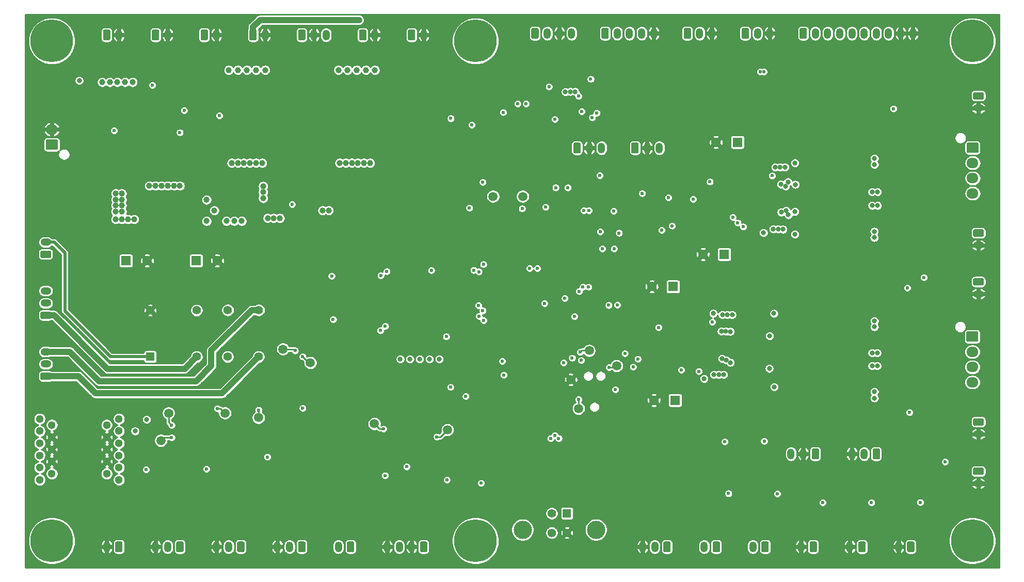
<source format=gbr>
G04 #@! TF.GenerationSoftware,KiCad,Pcbnew,(5.1.5)-3*
G04 #@! TF.CreationDate,2020-01-22T21:50:43+01:00*
G04 #@! TF.ProjectId,Main Board,4d61696e-2042-46f6-9172-642e6b696361,rev?*
G04 #@! TF.SameCoordinates,Original*
G04 #@! TF.FileFunction,Copper,L4,Bot*
G04 #@! TF.FilePolarity,Positive*
%FSLAX46Y46*%
G04 Gerber Fmt 4.6, Leading zero omitted, Abs format (unit mm)*
G04 Created by KiCad (PCBNEW (5.1.5)-3) date 2020-01-22 21:50:43*
%MOMM*%
%LPD*%
G04 APERTURE LIST*
%ADD10C,1.300000*%
%ADD11C,1.400000*%
%ADD12C,3.000000*%
%ADD13R,1.400000X1.400000*%
%ADD14C,0.800000*%
%ADD15C,7.000000*%
%ADD16O,1.950000X1.700000*%
%ADD17C,0.100000*%
%ADD18O,1.200000X1.750000*%
%ADD19O,1.750000X1.200000*%
%ADD20O,2.000000X1.700000*%
%ADD21C,1.500000*%
%ADD22C,1.600000*%
%ADD23R,1.600000X1.600000*%
%ADD24C,1.000000*%
%ADD25C,0.600000*%
%ADD26C,0.254000*%
%ADD27C,1.016000*%
%ADD28C,0.508000*%
G04 APERTURE END LIST*
D10*
X46000000Y-91000000D03*
X48000000Y-92000000D03*
X46000000Y-93000000D03*
X48000000Y-94000000D03*
X46000000Y-95000000D03*
X48000000Y-96000000D03*
X46000000Y-97000000D03*
X48000000Y-98000000D03*
X46000000Y-99000000D03*
X48000000Y-100000000D03*
X46000000Y-101000000D03*
X59000000Y-101000000D03*
X57000000Y-100000000D03*
X59000000Y-99000000D03*
X57000000Y-98000000D03*
X59000000Y-97000000D03*
X57000000Y-96000000D03*
X59000000Y-95000000D03*
X57000000Y-94000000D03*
X59000000Y-93000000D03*
X57000000Y-92000000D03*
X59000000Y-91000000D03*
D11*
X130000000Y-106500000D03*
D12*
X125230000Y-109210000D03*
D13*
X132500000Y-106500000D03*
D11*
X130000000Y-109700000D03*
X132500000Y-109700000D03*
D12*
X137270000Y-109210000D03*
D14*
X49856155Y-109143845D03*
X48000000Y-108375000D03*
X46143845Y-109143845D03*
X45375000Y-111000000D03*
X46143845Y-112856155D03*
X48000000Y-113625000D03*
X49856155Y-112856155D03*
X50625000Y-111000000D03*
D15*
X48000000Y-111000000D03*
X199000000Y-111000000D03*
D14*
X201625000Y-111000000D03*
X200856155Y-112856155D03*
X199000000Y-113625000D03*
X197143845Y-112856155D03*
X196375000Y-111000000D03*
X197143845Y-109143845D03*
X199000000Y-108375000D03*
X200856155Y-109143845D03*
D15*
X199000000Y-29000000D03*
D14*
X201625000Y-29000000D03*
X200856155Y-30856155D03*
X199000000Y-31625000D03*
X197143845Y-30856155D03*
X196375000Y-29000000D03*
X197143845Y-27143845D03*
X199000000Y-26375000D03*
X200856155Y-27143845D03*
X119356155Y-27143845D03*
X117500000Y-26375000D03*
X115643845Y-27143845D03*
X114875000Y-29000000D03*
X115643845Y-30856155D03*
X117500000Y-31625000D03*
X119356155Y-30856155D03*
X120125000Y-29000000D03*
D15*
X117500000Y-29000000D03*
X117500000Y-111000000D03*
D14*
X120125000Y-111000000D03*
X119356155Y-112856155D03*
X117500000Y-113625000D03*
X115643845Y-112856155D03*
X114875000Y-111000000D03*
X115643845Y-109143845D03*
X117500000Y-108375000D03*
X119356155Y-109143845D03*
X49856155Y-27143845D03*
X48000000Y-26375000D03*
X46143845Y-27143845D03*
X45375000Y-29000000D03*
X46143845Y-30856155D03*
X48000000Y-31625000D03*
X49856155Y-30856155D03*
X50625000Y-29000000D03*
D15*
X48000000Y-29000000D03*
D16*
X199050000Y-54000000D03*
X199050000Y-51500000D03*
X199050000Y-49000000D03*
G04 #@! TA.AperFunction,ComponentPad*
D17*
G36*
X199799504Y-45651204D02*
G01*
X199823773Y-45654804D01*
X199847571Y-45660765D01*
X199870671Y-45669030D01*
X199892849Y-45679520D01*
X199913893Y-45692133D01*
X199933598Y-45706747D01*
X199951777Y-45723223D01*
X199968253Y-45741402D01*
X199982867Y-45761107D01*
X199995480Y-45782151D01*
X200005970Y-45804329D01*
X200014235Y-45827429D01*
X200020196Y-45851227D01*
X200023796Y-45875496D01*
X200025000Y-45900000D01*
X200025000Y-47100000D01*
X200023796Y-47124504D01*
X200020196Y-47148773D01*
X200014235Y-47172571D01*
X200005970Y-47195671D01*
X199995480Y-47217849D01*
X199982867Y-47238893D01*
X199968253Y-47258598D01*
X199951777Y-47276777D01*
X199933598Y-47293253D01*
X199913893Y-47307867D01*
X199892849Y-47320480D01*
X199870671Y-47330970D01*
X199847571Y-47339235D01*
X199823773Y-47345196D01*
X199799504Y-47348796D01*
X199775000Y-47350000D01*
X198325000Y-47350000D01*
X198300496Y-47348796D01*
X198276227Y-47345196D01*
X198252429Y-47339235D01*
X198229329Y-47330970D01*
X198207151Y-47320480D01*
X198186107Y-47307867D01*
X198166402Y-47293253D01*
X198148223Y-47276777D01*
X198131747Y-47258598D01*
X198117133Y-47238893D01*
X198104520Y-47217849D01*
X198094030Y-47195671D01*
X198085765Y-47172571D01*
X198079804Y-47148773D01*
X198076204Y-47124504D01*
X198075000Y-47100000D01*
X198075000Y-45900000D01*
X198076204Y-45875496D01*
X198079804Y-45851227D01*
X198085765Y-45827429D01*
X198094030Y-45804329D01*
X198104520Y-45782151D01*
X198117133Y-45761107D01*
X198131747Y-45741402D01*
X198148223Y-45723223D01*
X198166402Y-45706747D01*
X198186107Y-45692133D01*
X198207151Y-45679520D01*
X198229329Y-45669030D01*
X198252429Y-45660765D01*
X198276227Y-45654804D01*
X198300496Y-45651204D01*
X198325000Y-45650000D01*
X199775000Y-45650000D01*
X199799504Y-45651204D01*
G37*
G04 #@! TD.AperFunction*
G04 #@! TA.AperFunction,ComponentPad*
G36*
X199749504Y-76651204D02*
G01*
X199773773Y-76654804D01*
X199797571Y-76660765D01*
X199820671Y-76669030D01*
X199842849Y-76679520D01*
X199863893Y-76692133D01*
X199883598Y-76706747D01*
X199901777Y-76723223D01*
X199918253Y-76741402D01*
X199932867Y-76761107D01*
X199945480Y-76782151D01*
X199955970Y-76804329D01*
X199964235Y-76827429D01*
X199970196Y-76851227D01*
X199973796Y-76875496D01*
X199975000Y-76900000D01*
X199975000Y-78100000D01*
X199973796Y-78124504D01*
X199970196Y-78148773D01*
X199964235Y-78172571D01*
X199955970Y-78195671D01*
X199945480Y-78217849D01*
X199932867Y-78238893D01*
X199918253Y-78258598D01*
X199901777Y-78276777D01*
X199883598Y-78293253D01*
X199863893Y-78307867D01*
X199842849Y-78320480D01*
X199820671Y-78330970D01*
X199797571Y-78339235D01*
X199773773Y-78345196D01*
X199749504Y-78348796D01*
X199725000Y-78350000D01*
X198275000Y-78350000D01*
X198250496Y-78348796D01*
X198226227Y-78345196D01*
X198202429Y-78339235D01*
X198179329Y-78330970D01*
X198157151Y-78320480D01*
X198136107Y-78307867D01*
X198116402Y-78293253D01*
X198098223Y-78276777D01*
X198081747Y-78258598D01*
X198067133Y-78238893D01*
X198054520Y-78217849D01*
X198044030Y-78195671D01*
X198035765Y-78172571D01*
X198029804Y-78148773D01*
X198026204Y-78124504D01*
X198025000Y-78100000D01*
X198025000Y-76900000D01*
X198026204Y-76875496D01*
X198029804Y-76851227D01*
X198035765Y-76827429D01*
X198044030Y-76804329D01*
X198054520Y-76782151D01*
X198067133Y-76761107D01*
X198081747Y-76741402D01*
X198098223Y-76723223D01*
X198116402Y-76706747D01*
X198136107Y-76692133D01*
X198157151Y-76679520D01*
X198179329Y-76669030D01*
X198202429Y-76660765D01*
X198226227Y-76654804D01*
X198250496Y-76651204D01*
X198275000Y-76650000D01*
X199725000Y-76650000D01*
X199749504Y-76651204D01*
G37*
G04 #@! TD.AperFunction*
D16*
X199000000Y-80000000D03*
X199000000Y-82500000D03*
X199000000Y-85000000D03*
G04 #@! TA.AperFunction,ComponentPad*
D17*
G36*
X89374505Y-27126204D02*
G01*
X89398773Y-27129804D01*
X89422572Y-27135765D01*
X89445671Y-27144030D01*
X89467850Y-27154520D01*
X89488893Y-27167132D01*
X89508599Y-27181747D01*
X89526777Y-27198223D01*
X89543253Y-27216401D01*
X89557868Y-27236107D01*
X89570480Y-27257150D01*
X89580970Y-27279329D01*
X89589235Y-27302428D01*
X89595196Y-27326227D01*
X89598796Y-27350495D01*
X89600000Y-27374999D01*
X89600000Y-28625001D01*
X89598796Y-28649505D01*
X89595196Y-28673773D01*
X89589235Y-28697572D01*
X89580970Y-28720671D01*
X89570480Y-28742850D01*
X89557868Y-28763893D01*
X89543253Y-28783599D01*
X89526777Y-28801777D01*
X89508599Y-28818253D01*
X89488893Y-28832868D01*
X89467850Y-28845480D01*
X89445671Y-28855970D01*
X89422572Y-28864235D01*
X89398773Y-28870196D01*
X89374505Y-28873796D01*
X89350001Y-28875000D01*
X88649999Y-28875000D01*
X88625495Y-28873796D01*
X88601227Y-28870196D01*
X88577428Y-28864235D01*
X88554329Y-28855970D01*
X88532150Y-28845480D01*
X88511107Y-28832868D01*
X88491401Y-28818253D01*
X88473223Y-28801777D01*
X88456747Y-28783599D01*
X88442132Y-28763893D01*
X88429520Y-28742850D01*
X88419030Y-28720671D01*
X88410765Y-28697572D01*
X88404804Y-28673773D01*
X88401204Y-28649505D01*
X88400000Y-28625001D01*
X88400000Y-27374999D01*
X88401204Y-27350495D01*
X88404804Y-27326227D01*
X88410765Y-27302428D01*
X88419030Y-27279329D01*
X88429520Y-27257150D01*
X88442132Y-27236107D01*
X88456747Y-27216401D01*
X88473223Y-27198223D01*
X88491401Y-27181747D01*
X88511107Y-27167132D01*
X88532150Y-27154520D01*
X88554329Y-27144030D01*
X88577428Y-27135765D01*
X88601227Y-27129804D01*
X88625495Y-27126204D01*
X88649999Y-27125000D01*
X89350001Y-27125000D01*
X89374505Y-27126204D01*
G37*
G04 #@! TD.AperFunction*
D18*
X91000000Y-28000000D03*
X93000000Y-28000000D03*
G04 #@! TA.AperFunction,ComponentPad*
D17*
G36*
X200649505Y-37401204D02*
G01*
X200673773Y-37404804D01*
X200697572Y-37410765D01*
X200720671Y-37419030D01*
X200742850Y-37429520D01*
X200763893Y-37442132D01*
X200783599Y-37456747D01*
X200801777Y-37473223D01*
X200818253Y-37491401D01*
X200832868Y-37511107D01*
X200845480Y-37532150D01*
X200855970Y-37554329D01*
X200864235Y-37577428D01*
X200870196Y-37601227D01*
X200873796Y-37625495D01*
X200875000Y-37649999D01*
X200875000Y-38350001D01*
X200873796Y-38374505D01*
X200870196Y-38398773D01*
X200864235Y-38422572D01*
X200855970Y-38445671D01*
X200845480Y-38467850D01*
X200832868Y-38488893D01*
X200818253Y-38508599D01*
X200801777Y-38526777D01*
X200783599Y-38543253D01*
X200763893Y-38557868D01*
X200742850Y-38570480D01*
X200720671Y-38580970D01*
X200697572Y-38589235D01*
X200673773Y-38595196D01*
X200649505Y-38598796D01*
X200625001Y-38600000D01*
X199374999Y-38600000D01*
X199350495Y-38598796D01*
X199326227Y-38595196D01*
X199302428Y-38589235D01*
X199279329Y-38580970D01*
X199257150Y-38570480D01*
X199236107Y-38557868D01*
X199216401Y-38543253D01*
X199198223Y-38526777D01*
X199181747Y-38508599D01*
X199167132Y-38488893D01*
X199154520Y-38467850D01*
X199144030Y-38445671D01*
X199135765Y-38422572D01*
X199129804Y-38398773D01*
X199126204Y-38374505D01*
X199125000Y-38350001D01*
X199125000Y-37649999D01*
X199126204Y-37625495D01*
X199129804Y-37601227D01*
X199135765Y-37577428D01*
X199144030Y-37554329D01*
X199154520Y-37532150D01*
X199167132Y-37511107D01*
X199181747Y-37491401D01*
X199198223Y-37473223D01*
X199216401Y-37456747D01*
X199236107Y-37442132D01*
X199257150Y-37429520D01*
X199279329Y-37419030D01*
X199302428Y-37410765D01*
X199326227Y-37404804D01*
X199350495Y-37401204D01*
X199374999Y-37400000D01*
X200625001Y-37400000D01*
X200649505Y-37401204D01*
G37*
G04 #@! TD.AperFunction*
D19*
X200000000Y-40000000D03*
X200000000Y-62500000D03*
G04 #@! TA.AperFunction,ComponentPad*
D17*
G36*
X200649505Y-59901204D02*
G01*
X200673773Y-59904804D01*
X200697572Y-59910765D01*
X200720671Y-59919030D01*
X200742850Y-59929520D01*
X200763893Y-59942132D01*
X200783599Y-59956747D01*
X200801777Y-59973223D01*
X200818253Y-59991401D01*
X200832868Y-60011107D01*
X200845480Y-60032150D01*
X200855970Y-60054329D01*
X200864235Y-60077428D01*
X200870196Y-60101227D01*
X200873796Y-60125495D01*
X200875000Y-60149999D01*
X200875000Y-60850001D01*
X200873796Y-60874505D01*
X200870196Y-60898773D01*
X200864235Y-60922572D01*
X200855970Y-60945671D01*
X200845480Y-60967850D01*
X200832868Y-60988893D01*
X200818253Y-61008599D01*
X200801777Y-61026777D01*
X200783599Y-61043253D01*
X200763893Y-61057868D01*
X200742850Y-61070480D01*
X200720671Y-61080970D01*
X200697572Y-61089235D01*
X200673773Y-61095196D01*
X200649505Y-61098796D01*
X200625001Y-61100000D01*
X199374999Y-61100000D01*
X199350495Y-61098796D01*
X199326227Y-61095196D01*
X199302428Y-61089235D01*
X199279329Y-61080970D01*
X199257150Y-61070480D01*
X199236107Y-61057868D01*
X199216401Y-61043253D01*
X199198223Y-61026777D01*
X199181747Y-61008599D01*
X199167132Y-60988893D01*
X199154520Y-60967850D01*
X199144030Y-60945671D01*
X199135765Y-60922572D01*
X199129804Y-60898773D01*
X199126204Y-60874505D01*
X199125000Y-60850001D01*
X199125000Y-60149999D01*
X199126204Y-60125495D01*
X199129804Y-60101227D01*
X199135765Y-60077428D01*
X199144030Y-60054329D01*
X199154520Y-60032150D01*
X199167132Y-60011107D01*
X199181747Y-59991401D01*
X199198223Y-59973223D01*
X199216401Y-59956747D01*
X199236107Y-59942132D01*
X199257150Y-59929520D01*
X199279329Y-59919030D01*
X199302428Y-59910765D01*
X199326227Y-59904804D01*
X199350495Y-59901204D01*
X199374999Y-59900000D01*
X200625001Y-59900000D01*
X200649505Y-59901204D01*
G37*
G04 #@! TD.AperFunction*
G04 #@! TA.AperFunction,ComponentPad*
G36*
X200649505Y-90901204D02*
G01*
X200673773Y-90904804D01*
X200697572Y-90910765D01*
X200720671Y-90919030D01*
X200742850Y-90929520D01*
X200763893Y-90942132D01*
X200783599Y-90956747D01*
X200801777Y-90973223D01*
X200818253Y-90991401D01*
X200832868Y-91011107D01*
X200845480Y-91032150D01*
X200855970Y-91054329D01*
X200864235Y-91077428D01*
X200870196Y-91101227D01*
X200873796Y-91125495D01*
X200875000Y-91149999D01*
X200875000Y-91850001D01*
X200873796Y-91874505D01*
X200870196Y-91898773D01*
X200864235Y-91922572D01*
X200855970Y-91945671D01*
X200845480Y-91967850D01*
X200832868Y-91988893D01*
X200818253Y-92008599D01*
X200801777Y-92026777D01*
X200783599Y-92043253D01*
X200763893Y-92057868D01*
X200742850Y-92070480D01*
X200720671Y-92080970D01*
X200697572Y-92089235D01*
X200673773Y-92095196D01*
X200649505Y-92098796D01*
X200625001Y-92100000D01*
X199374999Y-92100000D01*
X199350495Y-92098796D01*
X199326227Y-92095196D01*
X199302428Y-92089235D01*
X199279329Y-92080970D01*
X199257150Y-92070480D01*
X199236107Y-92057868D01*
X199216401Y-92043253D01*
X199198223Y-92026777D01*
X199181747Y-92008599D01*
X199167132Y-91988893D01*
X199154520Y-91967850D01*
X199144030Y-91945671D01*
X199135765Y-91922572D01*
X199129804Y-91898773D01*
X199126204Y-91874505D01*
X199125000Y-91850001D01*
X199125000Y-91149999D01*
X199126204Y-91125495D01*
X199129804Y-91101227D01*
X199135765Y-91077428D01*
X199144030Y-91054329D01*
X199154520Y-91032150D01*
X199167132Y-91011107D01*
X199181747Y-90991401D01*
X199198223Y-90973223D01*
X199216401Y-90956747D01*
X199236107Y-90942132D01*
X199257150Y-90929520D01*
X199279329Y-90919030D01*
X199302428Y-90910765D01*
X199326227Y-90904804D01*
X199350495Y-90901204D01*
X199374999Y-90900000D01*
X200625001Y-90900000D01*
X200649505Y-90901204D01*
G37*
G04 #@! TD.AperFunction*
D19*
X200000000Y-93500000D03*
X200000000Y-70500000D03*
G04 #@! TA.AperFunction,ComponentPad*
D17*
G36*
X200649505Y-67901204D02*
G01*
X200673773Y-67904804D01*
X200697572Y-67910765D01*
X200720671Y-67919030D01*
X200742850Y-67929520D01*
X200763893Y-67942132D01*
X200783599Y-67956747D01*
X200801777Y-67973223D01*
X200818253Y-67991401D01*
X200832868Y-68011107D01*
X200845480Y-68032150D01*
X200855970Y-68054329D01*
X200864235Y-68077428D01*
X200870196Y-68101227D01*
X200873796Y-68125495D01*
X200875000Y-68149999D01*
X200875000Y-68850001D01*
X200873796Y-68874505D01*
X200870196Y-68898773D01*
X200864235Y-68922572D01*
X200855970Y-68945671D01*
X200845480Y-68967850D01*
X200832868Y-68988893D01*
X200818253Y-69008599D01*
X200801777Y-69026777D01*
X200783599Y-69043253D01*
X200763893Y-69057868D01*
X200742850Y-69070480D01*
X200720671Y-69080970D01*
X200697572Y-69089235D01*
X200673773Y-69095196D01*
X200649505Y-69098796D01*
X200625001Y-69100000D01*
X199374999Y-69100000D01*
X199350495Y-69098796D01*
X199326227Y-69095196D01*
X199302428Y-69089235D01*
X199279329Y-69080970D01*
X199257150Y-69070480D01*
X199236107Y-69057868D01*
X199216401Y-69043253D01*
X199198223Y-69026777D01*
X199181747Y-69008599D01*
X199167132Y-68988893D01*
X199154520Y-68967850D01*
X199144030Y-68945671D01*
X199135765Y-68922572D01*
X199129804Y-68898773D01*
X199126204Y-68874505D01*
X199125000Y-68850001D01*
X199125000Y-68149999D01*
X199126204Y-68125495D01*
X199129804Y-68101227D01*
X199135765Y-68077428D01*
X199144030Y-68054329D01*
X199154520Y-68032150D01*
X199167132Y-68011107D01*
X199181747Y-67991401D01*
X199198223Y-67973223D01*
X199216401Y-67956747D01*
X199236107Y-67942132D01*
X199257150Y-67929520D01*
X199279329Y-67919030D01*
X199302428Y-67910765D01*
X199326227Y-67904804D01*
X199350495Y-67901204D01*
X199374999Y-67900000D01*
X200625001Y-67900000D01*
X200649505Y-67901204D01*
G37*
G04 #@! TD.AperFunction*
D18*
X138150000Y-46550000D03*
X136150000Y-46550000D03*
G04 #@! TA.AperFunction,ComponentPad*
D17*
G36*
X134524505Y-45676204D02*
G01*
X134548773Y-45679804D01*
X134572572Y-45685765D01*
X134595671Y-45694030D01*
X134617850Y-45704520D01*
X134638893Y-45717132D01*
X134658599Y-45731747D01*
X134676777Y-45748223D01*
X134693253Y-45766401D01*
X134707868Y-45786107D01*
X134720480Y-45807150D01*
X134730970Y-45829329D01*
X134739235Y-45852428D01*
X134745196Y-45876227D01*
X134748796Y-45900495D01*
X134750000Y-45924999D01*
X134750000Y-47175001D01*
X134748796Y-47199505D01*
X134745196Y-47223773D01*
X134739235Y-47247572D01*
X134730970Y-47270671D01*
X134720480Y-47292850D01*
X134707868Y-47313893D01*
X134693253Y-47333599D01*
X134676777Y-47351777D01*
X134658599Y-47368253D01*
X134638893Y-47382868D01*
X134617850Y-47395480D01*
X134595671Y-47405970D01*
X134572572Y-47414235D01*
X134548773Y-47420196D01*
X134524505Y-47423796D01*
X134500001Y-47425000D01*
X133799999Y-47425000D01*
X133775495Y-47423796D01*
X133751227Y-47420196D01*
X133727428Y-47414235D01*
X133704329Y-47405970D01*
X133682150Y-47395480D01*
X133661107Y-47382868D01*
X133641401Y-47368253D01*
X133623223Y-47351777D01*
X133606747Y-47333599D01*
X133592132Y-47313893D01*
X133579520Y-47292850D01*
X133569030Y-47270671D01*
X133560765Y-47247572D01*
X133554804Y-47223773D01*
X133551204Y-47199505D01*
X133550000Y-47175001D01*
X133550000Y-45924999D01*
X133551204Y-45900495D01*
X133554804Y-45876227D01*
X133560765Y-45852428D01*
X133569030Y-45829329D01*
X133579520Y-45807150D01*
X133592132Y-45786107D01*
X133606747Y-45766401D01*
X133623223Y-45748223D01*
X133641401Y-45731747D01*
X133661107Y-45717132D01*
X133682150Y-45704520D01*
X133704329Y-45694030D01*
X133727428Y-45685765D01*
X133751227Y-45679804D01*
X133775495Y-45676204D01*
X133799999Y-45675000D01*
X134500001Y-45675000D01*
X134524505Y-45676204D01*
G37*
G04 #@! TD.AperFunction*
G04 #@! TA.AperFunction,ComponentPad*
G36*
X144024505Y-45676204D02*
G01*
X144048773Y-45679804D01*
X144072572Y-45685765D01*
X144095671Y-45694030D01*
X144117850Y-45704520D01*
X144138893Y-45717132D01*
X144158599Y-45731747D01*
X144176777Y-45748223D01*
X144193253Y-45766401D01*
X144207868Y-45786107D01*
X144220480Y-45807150D01*
X144230970Y-45829329D01*
X144239235Y-45852428D01*
X144245196Y-45876227D01*
X144248796Y-45900495D01*
X144250000Y-45924999D01*
X144250000Y-47175001D01*
X144248796Y-47199505D01*
X144245196Y-47223773D01*
X144239235Y-47247572D01*
X144230970Y-47270671D01*
X144220480Y-47292850D01*
X144207868Y-47313893D01*
X144193253Y-47333599D01*
X144176777Y-47351777D01*
X144158599Y-47368253D01*
X144138893Y-47382868D01*
X144117850Y-47395480D01*
X144095671Y-47405970D01*
X144072572Y-47414235D01*
X144048773Y-47420196D01*
X144024505Y-47423796D01*
X144000001Y-47425000D01*
X143299999Y-47425000D01*
X143275495Y-47423796D01*
X143251227Y-47420196D01*
X143227428Y-47414235D01*
X143204329Y-47405970D01*
X143182150Y-47395480D01*
X143161107Y-47382868D01*
X143141401Y-47368253D01*
X143123223Y-47351777D01*
X143106747Y-47333599D01*
X143092132Y-47313893D01*
X143079520Y-47292850D01*
X143069030Y-47270671D01*
X143060765Y-47247572D01*
X143054804Y-47223773D01*
X143051204Y-47199505D01*
X143050000Y-47175001D01*
X143050000Y-45924999D01*
X143051204Y-45900495D01*
X143054804Y-45876227D01*
X143060765Y-45852428D01*
X143069030Y-45829329D01*
X143079520Y-45807150D01*
X143092132Y-45786107D01*
X143106747Y-45766401D01*
X143123223Y-45748223D01*
X143141401Y-45731747D01*
X143161107Y-45717132D01*
X143182150Y-45704520D01*
X143204329Y-45694030D01*
X143227428Y-45685765D01*
X143251227Y-45679804D01*
X143275495Y-45676204D01*
X143299999Y-45675000D01*
X144000001Y-45675000D01*
X144024505Y-45676204D01*
G37*
G04 #@! TD.AperFunction*
D18*
X145650000Y-46550000D03*
X147650000Y-46550000D03*
X165750000Y-27750000D03*
X163750000Y-27750000D03*
G04 #@! TA.AperFunction,ComponentPad*
D17*
G36*
X162124505Y-26876204D02*
G01*
X162148773Y-26879804D01*
X162172572Y-26885765D01*
X162195671Y-26894030D01*
X162217850Y-26904520D01*
X162238893Y-26917132D01*
X162258599Y-26931747D01*
X162276777Y-26948223D01*
X162293253Y-26966401D01*
X162307868Y-26986107D01*
X162320480Y-27007150D01*
X162330970Y-27029329D01*
X162339235Y-27052428D01*
X162345196Y-27076227D01*
X162348796Y-27100495D01*
X162350000Y-27124999D01*
X162350000Y-28375001D01*
X162348796Y-28399505D01*
X162345196Y-28423773D01*
X162339235Y-28447572D01*
X162330970Y-28470671D01*
X162320480Y-28492850D01*
X162307868Y-28513893D01*
X162293253Y-28533599D01*
X162276777Y-28551777D01*
X162258599Y-28568253D01*
X162238893Y-28582868D01*
X162217850Y-28595480D01*
X162195671Y-28605970D01*
X162172572Y-28614235D01*
X162148773Y-28620196D01*
X162124505Y-28623796D01*
X162100001Y-28625000D01*
X161399999Y-28625000D01*
X161375495Y-28623796D01*
X161351227Y-28620196D01*
X161327428Y-28614235D01*
X161304329Y-28605970D01*
X161282150Y-28595480D01*
X161261107Y-28582868D01*
X161241401Y-28568253D01*
X161223223Y-28551777D01*
X161206747Y-28533599D01*
X161192132Y-28513893D01*
X161179520Y-28492850D01*
X161169030Y-28470671D01*
X161160765Y-28447572D01*
X161154804Y-28423773D01*
X161151204Y-28399505D01*
X161150000Y-28375001D01*
X161150000Y-27124999D01*
X161151204Y-27100495D01*
X161154804Y-27076227D01*
X161160765Y-27052428D01*
X161169030Y-27029329D01*
X161179520Y-27007150D01*
X161192132Y-26986107D01*
X161206747Y-26966401D01*
X161223223Y-26948223D01*
X161241401Y-26931747D01*
X161261107Y-26917132D01*
X161282150Y-26904520D01*
X161304329Y-26894030D01*
X161327428Y-26885765D01*
X161351227Y-26879804D01*
X161375495Y-26876204D01*
X161399999Y-26875000D01*
X162100001Y-26875000D01*
X162124505Y-26876204D01*
G37*
G04 #@! TD.AperFunction*
G04 #@! TA.AperFunction,ComponentPad*
G36*
X152624505Y-26876204D02*
G01*
X152648773Y-26879804D01*
X152672572Y-26885765D01*
X152695671Y-26894030D01*
X152717850Y-26904520D01*
X152738893Y-26917132D01*
X152758599Y-26931747D01*
X152776777Y-26948223D01*
X152793253Y-26966401D01*
X152807868Y-26986107D01*
X152820480Y-27007150D01*
X152830970Y-27029329D01*
X152839235Y-27052428D01*
X152845196Y-27076227D01*
X152848796Y-27100495D01*
X152850000Y-27124999D01*
X152850000Y-28375001D01*
X152848796Y-28399505D01*
X152845196Y-28423773D01*
X152839235Y-28447572D01*
X152830970Y-28470671D01*
X152820480Y-28492850D01*
X152807868Y-28513893D01*
X152793253Y-28533599D01*
X152776777Y-28551777D01*
X152758599Y-28568253D01*
X152738893Y-28582868D01*
X152717850Y-28595480D01*
X152695671Y-28605970D01*
X152672572Y-28614235D01*
X152648773Y-28620196D01*
X152624505Y-28623796D01*
X152600001Y-28625000D01*
X151899999Y-28625000D01*
X151875495Y-28623796D01*
X151851227Y-28620196D01*
X151827428Y-28614235D01*
X151804329Y-28605970D01*
X151782150Y-28595480D01*
X151761107Y-28582868D01*
X151741401Y-28568253D01*
X151723223Y-28551777D01*
X151706747Y-28533599D01*
X151692132Y-28513893D01*
X151679520Y-28492850D01*
X151669030Y-28470671D01*
X151660765Y-28447572D01*
X151654804Y-28423773D01*
X151651204Y-28399505D01*
X151650000Y-28375001D01*
X151650000Y-27124999D01*
X151651204Y-27100495D01*
X151654804Y-27076227D01*
X151660765Y-27052428D01*
X151669030Y-27029329D01*
X151679520Y-27007150D01*
X151692132Y-26986107D01*
X151706747Y-26966401D01*
X151723223Y-26948223D01*
X151741401Y-26931747D01*
X151761107Y-26917132D01*
X151782150Y-26904520D01*
X151804329Y-26894030D01*
X151827428Y-26885765D01*
X151851227Y-26879804D01*
X151875495Y-26876204D01*
X151899999Y-26875000D01*
X152600001Y-26875000D01*
X152624505Y-26876204D01*
G37*
G04 #@! TD.AperFunction*
D18*
X154250000Y-27750000D03*
X156250000Y-27750000D03*
G04 #@! TA.AperFunction,ComponentPad*
D17*
G36*
X48774504Y-45151204D02*
G01*
X48798773Y-45154804D01*
X48822571Y-45160765D01*
X48845671Y-45169030D01*
X48867849Y-45179520D01*
X48888893Y-45192133D01*
X48908598Y-45206747D01*
X48926777Y-45223223D01*
X48943253Y-45241402D01*
X48957867Y-45261107D01*
X48970480Y-45282151D01*
X48980970Y-45304329D01*
X48989235Y-45327429D01*
X48995196Y-45351227D01*
X48998796Y-45375496D01*
X49000000Y-45400000D01*
X49000000Y-46600000D01*
X48998796Y-46624504D01*
X48995196Y-46648773D01*
X48989235Y-46672571D01*
X48980970Y-46695671D01*
X48970480Y-46717849D01*
X48957867Y-46738893D01*
X48943253Y-46758598D01*
X48926777Y-46776777D01*
X48908598Y-46793253D01*
X48888893Y-46807867D01*
X48867849Y-46820480D01*
X48845671Y-46830970D01*
X48822571Y-46839235D01*
X48798773Y-46845196D01*
X48774504Y-46848796D01*
X48750000Y-46850000D01*
X47250000Y-46850000D01*
X47225496Y-46848796D01*
X47201227Y-46845196D01*
X47177429Y-46839235D01*
X47154329Y-46830970D01*
X47132151Y-46820480D01*
X47111107Y-46807867D01*
X47091402Y-46793253D01*
X47073223Y-46776777D01*
X47056747Y-46758598D01*
X47042133Y-46738893D01*
X47029520Y-46717849D01*
X47019030Y-46695671D01*
X47010765Y-46672571D01*
X47004804Y-46648773D01*
X47001204Y-46624504D01*
X47000000Y-46600000D01*
X47000000Y-45400000D01*
X47001204Y-45375496D01*
X47004804Y-45351227D01*
X47010765Y-45327429D01*
X47019030Y-45304329D01*
X47029520Y-45282151D01*
X47042133Y-45261107D01*
X47056747Y-45241402D01*
X47073223Y-45223223D01*
X47091402Y-45206747D01*
X47111107Y-45192133D01*
X47132151Y-45179520D01*
X47154329Y-45169030D01*
X47177429Y-45160765D01*
X47201227Y-45154804D01*
X47225496Y-45151204D01*
X47250000Y-45150000D01*
X48750000Y-45150000D01*
X48774504Y-45151204D01*
G37*
G04 #@! TD.AperFunction*
D20*
X48000000Y-43500000D03*
D18*
X59000000Y-28000000D03*
G04 #@! TA.AperFunction,ComponentPad*
D17*
G36*
X57374505Y-27126204D02*
G01*
X57398773Y-27129804D01*
X57422572Y-27135765D01*
X57445671Y-27144030D01*
X57467850Y-27154520D01*
X57488893Y-27167132D01*
X57508599Y-27181747D01*
X57526777Y-27198223D01*
X57543253Y-27216401D01*
X57557868Y-27236107D01*
X57570480Y-27257150D01*
X57580970Y-27279329D01*
X57589235Y-27302428D01*
X57595196Y-27326227D01*
X57598796Y-27350495D01*
X57600000Y-27374999D01*
X57600000Y-28625001D01*
X57598796Y-28649505D01*
X57595196Y-28673773D01*
X57589235Y-28697572D01*
X57580970Y-28720671D01*
X57570480Y-28742850D01*
X57557868Y-28763893D01*
X57543253Y-28783599D01*
X57526777Y-28801777D01*
X57508599Y-28818253D01*
X57488893Y-28832868D01*
X57467850Y-28845480D01*
X57445671Y-28855970D01*
X57422572Y-28864235D01*
X57398773Y-28870196D01*
X57374505Y-28873796D01*
X57350001Y-28875000D01*
X56649999Y-28875000D01*
X56625495Y-28873796D01*
X56601227Y-28870196D01*
X56577428Y-28864235D01*
X56554329Y-28855970D01*
X56532150Y-28845480D01*
X56511107Y-28832868D01*
X56491401Y-28818253D01*
X56473223Y-28801777D01*
X56456747Y-28783599D01*
X56442132Y-28763893D01*
X56429520Y-28742850D01*
X56419030Y-28720671D01*
X56410765Y-28697572D01*
X56404804Y-28673773D01*
X56401204Y-28649505D01*
X56400000Y-28625001D01*
X56400000Y-27374999D01*
X56401204Y-27350495D01*
X56404804Y-27326227D01*
X56410765Y-27302428D01*
X56419030Y-27279329D01*
X56429520Y-27257150D01*
X56442132Y-27236107D01*
X56456747Y-27216401D01*
X56473223Y-27198223D01*
X56491401Y-27181747D01*
X56511107Y-27167132D01*
X56532150Y-27154520D01*
X56554329Y-27144030D01*
X56577428Y-27135765D01*
X56601227Y-27129804D01*
X56625495Y-27126204D01*
X56649999Y-27125000D01*
X57350001Y-27125000D01*
X57374505Y-27126204D01*
G37*
G04 #@! TD.AperFunction*
G04 #@! TA.AperFunction,ComponentPad*
G36*
X65374505Y-27126204D02*
G01*
X65398773Y-27129804D01*
X65422572Y-27135765D01*
X65445671Y-27144030D01*
X65467850Y-27154520D01*
X65488893Y-27167132D01*
X65508599Y-27181747D01*
X65526777Y-27198223D01*
X65543253Y-27216401D01*
X65557868Y-27236107D01*
X65570480Y-27257150D01*
X65580970Y-27279329D01*
X65589235Y-27302428D01*
X65595196Y-27326227D01*
X65598796Y-27350495D01*
X65600000Y-27374999D01*
X65600000Y-28625001D01*
X65598796Y-28649505D01*
X65595196Y-28673773D01*
X65589235Y-28697572D01*
X65580970Y-28720671D01*
X65570480Y-28742850D01*
X65557868Y-28763893D01*
X65543253Y-28783599D01*
X65526777Y-28801777D01*
X65508599Y-28818253D01*
X65488893Y-28832868D01*
X65467850Y-28845480D01*
X65445671Y-28855970D01*
X65422572Y-28864235D01*
X65398773Y-28870196D01*
X65374505Y-28873796D01*
X65350001Y-28875000D01*
X64649999Y-28875000D01*
X64625495Y-28873796D01*
X64601227Y-28870196D01*
X64577428Y-28864235D01*
X64554329Y-28855970D01*
X64532150Y-28845480D01*
X64511107Y-28832868D01*
X64491401Y-28818253D01*
X64473223Y-28801777D01*
X64456747Y-28783599D01*
X64442132Y-28763893D01*
X64429520Y-28742850D01*
X64419030Y-28720671D01*
X64410765Y-28697572D01*
X64404804Y-28673773D01*
X64401204Y-28649505D01*
X64400000Y-28625001D01*
X64400000Y-27374999D01*
X64401204Y-27350495D01*
X64404804Y-27326227D01*
X64410765Y-27302428D01*
X64419030Y-27279329D01*
X64429520Y-27257150D01*
X64442132Y-27236107D01*
X64456747Y-27216401D01*
X64473223Y-27198223D01*
X64491401Y-27181747D01*
X64511107Y-27167132D01*
X64532150Y-27154520D01*
X64554329Y-27144030D01*
X64577428Y-27135765D01*
X64601227Y-27129804D01*
X64625495Y-27126204D01*
X64649999Y-27125000D01*
X65350001Y-27125000D01*
X65374505Y-27126204D01*
G37*
G04 #@! TD.AperFunction*
D18*
X67000000Y-28000000D03*
G04 #@! TA.AperFunction,ComponentPad*
D17*
G36*
X73374505Y-27126204D02*
G01*
X73398773Y-27129804D01*
X73422572Y-27135765D01*
X73445671Y-27144030D01*
X73467850Y-27154520D01*
X73488893Y-27167132D01*
X73508599Y-27181747D01*
X73526777Y-27198223D01*
X73543253Y-27216401D01*
X73557868Y-27236107D01*
X73570480Y-27257150D01*
X73580970Y-27279329D01*
X73589235Y-27302428D01*
X73595196Y-27326227D01*
X73598796Y-27350495D01*
X73600000Y-27374999D01*
X73600000Y-28625001D01*
X73598796Y-28649505D01*
X73595196Y-28673773D01*
X73589235Y-28697572D01*
X73580970Y-28720671D01*
X73570480Y-28742850D01*
X73557868Y-28763893D01*
X73543253Y-28783599D01*
X73526777Y-28801777D01*
X73508599Y-28818253D01*
X73488893Y-28832868D01*
X73467850Y-28845480D01*
X73445671Y-28855970D01*
X73422572Y-28864235D01*
X73398773Y-28870196D01*
X73374505Y-28873796D01*
X73350001Y-28875000D01*
X72649999Y-28875000D01*
X72625495Y-28873796D01*
X72601227Y-28870196D01*
X72577428Y-28864235D01*
X72554329Y-28855970D01*
X72532150Y-28845480D01*
X72511107Y-28832868D01*
X72491401Y-28818253D01*
X72473223Y-28801777D01*
X72456747Y-28783599D01*
X72442132Y-28763893D01*
X72429520Y-28742850D01*
X72419030Y-28720671D01*
X72410765Y-28697572D01*
X72404804Y-28673773D01*
X72401204Y-28649505D01*
X72400000Y-28625001D01*
X72400000Y-27374999D01*
X72401204Y-27350495D01*
X72404804Y-27326227D01*
X72410765Y-27302428D01*
X72419030Y-27279329D01*
X72429520Y-27257150D01*
X72442132Y-27236107D01*
X72456747Y-27216401D01*
X72473223Y-27198223D01*
X72491401Y-27181747D01*
X72511107Y-27167132D01*
X72532150Y-27154520D01*
X72554329Y-27144030D01*
X72577428Y-27135765D01*
X72601227Y-27129804D01*
X72625495Y-27126204D01*
X72649999Y-27125000D01*
X73350001Y-27125000D01*
X73374505Y-27126204D01*
G37*
G04 #@! TD.AperFunction*
D18*
X75000000Y-28000000D03*
X83000000Y-28000000D03*
G04 #@! TA.AperFunction,ComponentPad*
D17*
G36*
X81374505Y-27126204D02*
G01*
X81398773Y-27129804D01*
X81422572Y-27135765D01*
X81445671Y-27144030D01*
X81467850Y-27154520D01*
X81488893Y-27167132D01*
X81508599Y-27181747D01*
X81526777Y-27198223D01*
X81543253Y-27216401D01*
X81557868Y-27236107D01*
X81570480Y-27257150D01*
X81580970Y-27279329D01*
X81589235Y-27302428D01*
X81595196Y-27326227D01*
X81598796Y-27350495D01*
X81600000Y-27374999D01*
X81600000Y-28625001D01*
X81598796Y-28649505D01*
X81595196Y-28673773D01*
X81589235Y-28697572D01*
X81580970Y-28720671D01*
X81570480Y-28742850D01*
X81557868Y-28763893D01*
X81543253Y-28783599D01*
X81526777Y-28801777D01*
X81508599Y-28818253D01*
X81488893Y-28832868D01*
X81467850Y-28845480D01*
X81445671Y-28855970D01*
X81422572Y-28864235D01*
X81398773Y-28870196D01*
X81374505Y-28873796D01*
X81350001Y-28875000D01*
X80649999Y-28875000D01*
X80625495Y-28873796D01*
X80601227Y-28870196D01*
X80577428Y-28864235D01*
X80554329Y-28855970D01*
X80532150Y-28845480D01*
X80511107Y-28832868D01*
X80491401Y-28818253D01*
X80473223Y-28801777D01*
X80456747Y-28783599D01*
X80442132Y-28763893D01*
X80429520Y-28742850D01*
X80419030Y-28720671D01*
X80410765Y-28697572D01*
X80404804Y-28673773D01*
X80401204Y-28649505D01*
X80400000Y-28625001D01*
X80400000Y-27374999D01*
X80401204Y-27350495D01*
X80404804Y-27326227D01*
X80410765Y-27302428D01*
X80419030Y-27279329D01*
X80429520Y-27257150D01*
X80442132Y-27236107D01*
X80456747Y-27216401D01*
X80473223Y-27198223D01*
X80491401Y-27181747D01*
X80511107Y-27167132D01*
X80532150Y-27154520D01*
X80554329Y-27144030D01*
X80577428Y-27135765D01*
X80601227Y-27129804D01*
X80625495Y-27126204D01*
X80649999Y-27125000D01*
X81350001Y-27125000D01*
X81374505Y-27126204D01*
G37*
G04 #@! TD.AperFunction*
D18*
X75000000Y-112000000D03*
X77000000Y-112000000D03*
G04 #@! TA.AperFunction,ComponentPad*
D17*
G36*
X79374505Y-111126204D02*
G01*
X79398773Y-111129804D01*
X79422572Y-111135765D01*
X79445671Y-111144030D01*
X79467850Y-111154520D01*
X79488893Y-111167132D01*
X79508599Y-111181747D01*
X79526777Y-111198223D01*
X79543253Y-111216401D01*
X79557868Y-111236107D01*
X79570480Y-111257150D01*
X79580970Y-111279329D01*
X79589235Y-111302428D01*
X79595196Y-111326227D01*
X79598796Y-111350495D01*
X79600000Y-111374999D01*
X79600000Y-112625001D01*
X79598796Y-112649505D01*
X79595196Y-112673773D01*
X79589235Y-112697572D01*
X79580970Y-112720671D01*
X79570480Y-112742850D01*
X79557868Y-112763893D01*
X79543253Y-112783599D01*
X79526777Y-112801777D01*
X79508599Y-112818253D01*
X79488893Y-112832868D01*
X79467850Y-112845480D01*
X79445671Y-112855970D01*
X79422572Y-112864235D01*
X79398773Y-112870196D01*
X79374505Y-112873796D01*
X79350001Y-112875000D01*
X78649999Y-112875000D01*
X78625495Y-112873796D01*
X78601227Y-112870196D01*
X78577428Y-112864235D01*
X78554329Y-112855970D01*
X78532150Y-112845480D01*
X78511107Y-112832868D01*
X78491401Y-112818253D01*
X78473223Y-112801777D01*
X78456747Y-112783599D01*
X78442132Y-112763893D01*
X78429520Y-112742850D01*
X78419030Y-112720671D01*
X78410765Y-112697572D01*
X78404804Y-112673773D01*
X78401204Y-112649505D01*
X78400000Y-112625001D01*
X78400000Y-111374999D01*
X78401204Y-111350495D01*
X78404804Y-111326227D01*
X78410765Y-111302428D01*
X78419030Y-111279329D01*
X78429520Y-111257150D01*
X78442132Y-111236107D01*
X78456747Y-111216401D01*
X78473223Y-111198223D01*
X78491401Y-111181747D01*
X78511107Y-111167132D01*
X78532150Y-111154520D01*
X78554329Y-111144030D01*
X78577428Y-111135765D01*
X78601227Y-111129804D01*
X78625495Y-111126204D01*
X78649999Y-111125000D01*
X79350001Y-111125000D01*
X79374505Y-111126204D01*
G37*
G04 #@! TD.AperFunction*
G04 #@! TA.AperFunction,ComponentPad*
G36*
X99374505Y-27126204D02*
G01*
X99398773Y-27129804D01*
X99422572Y-27135765D01*
X99445671Y-27144030D01*
X99467850Y-27154520D01*
X99488893Y-27167132D01*
X99508599Y-27181747D01*
X99526777Y-27198223D01*
X99543253Y-27216401D01*
X99557868Y-27236107D01*
X99570480Y-27257150D01*
X99580970Y-27279329D01*
X99589235Y-27302428D01*
X99595196Y-27326227D01*
X99598796Y-27350495D01*
X99600000Y-27374999D01*
X99600000Y-28625001D01*
X99598796Y-28649505D01*
X99595196Y-28673773D01*
X99589235Y-28697572D01*
X99580970Y-28720671D01*
X99570480Y-28742850D01*
X99557868Y-28763893D01*
X99543253Y-28783599D01*
X99526777Y-28801777D01*
X99508599Y-28818253D01*
X99488893Y-28832868D01*
X99467850Y-28845480D01*
X99445671Y-28855970D01*
X99422572Y-28864235D01*
X99398773Y-28870196D01*
X99374505Y-28873796D01*
X99350001Y-28875000D01*
X98649999Y-28875000D01*
X98625495Y-28873796D01*
X98601227Y-28870196D01*
X98577428Y-28864235D01*
X98554329Y-28855970D01*
X98532150Y-28845480D01*
X98511107Y-28832868D01*
X98491401Y-28818253D01*
X98473223Y-28801777D01*
X98456747Y-28783599D01*
X98442132Y-28763893D01*
X98429520Y-28742850D01*
X98419030Y-28720671D01*
X98410765Y-28697572D01*
X98404804Y-28673773D01*
X98401204Y-28649505D01*
X98400000Y-28625001D01*
X98400000Y-27374999D01*
X98401204Y-27350495D01*
X98404804Y-27326227D01*
X98410765Y-27302428D01*
X98419030Y-27279329D01*
X98429520Y-27257150D01*
X98442132Y-27236107D01*
X98456747Y-27216401D01*
X98473223Y-27198223D01*
X98491401Y-27181747D01*
X98511107Y-27167132D01*
X98532150Y-27154520D01*
X98554329Y-27144030D01*
X98577428Y-27135765D01*
X98601227Y-27129804D01*
X98625495Y-27126204D01*
X98649999Y-27125000D01*
X99350001Y-27125000D01*
X99374505Y-27126204D01*
G37*
G04 #@! TD.AperFunction*
D18*
X101000000Y-28000000D03*
X109000000Y-28000000D03*
G04 #@! TA.AperFunction,ComponentPad*
D17*
G36*
X107374505Y-27126204D02*
G01*
X107398773Y-27129804D01*
X107422572Y-27135765D01*
X107445671Y-27144030D01*
X107467850Y-27154520D01*
X107488893Y-27167132D01*
X107508599Y-27181747D01*
X107526777Y-27198223D01*
X107543253Y-27216401D01*
X107557868Y-27236107D01*
X107570480Y-27257150D01*
X107580970Y-27279329D01*
X107589235Y-27302428D01*
X107595196Y-27326227D01*
X107598796Y-27350495D01*
X107600000Y-27374999D01*
X107600000Y-28625001D01*
X107598796Y-28649505D01*
X107595196Y-28673773D01*
X107589235Y-28697572D01*
X107580970Y-28720671D01*
X107570480Y-28742850D01*
X107557868Y-28763893D01*
X107543253Y-28783599D01*
X107526777Y-28801777D01*
X107508599Y-28818253D01*
X107488893Y-28832868D01*
X107467850Y-28845480D01*
X107445671Y-28855970D01*
X107422572Y-28864235D01*
X107398773Y-28870196D01*
X107374505Y-28873796D01*
X107350001Y-28875000D01*
X106649999Y-28875000D01*
X106625495Y-28873796D01*
X106601227Y-28870196D01*
X106577428Y-28864235D01*
X106554329Y-28855970D01*
X106532150Y-28845480D01*
X106511107Y-28832868D01*
X106491401Y-28818253D01*
X106473223Y-28801777D01*
X106456747Y-28783599D01*
X106442132Y-28763893D01*
X106429520Y-28742850D01*
X106419030Y-28720671D01*
X106410765Y-28697572D01*
X106404804Y-28673773D01*
X106401204Y-28649505D01*
X106400000Y-28625001D01*
X106400000Y-27374999D01*
X106401204Y-27350495D01*
X106404804Y-27326227D01*
X106410765Y-27302428D01*
X106419030Y-27279329D01*
X106429520Y-27257150D01*
X106442132Y-27236107D01*
X106456747Y-27216401D01*
X106473223Y-27198223D01*
X106491401Y-27181747D01*
X106511107Y-27167132D01*
X106532150Y-27154520D01*
X106554329Y-27144030D01*
X106577428Y-27135765D01*
X106601227Y-27129804D01*
X106625495Y-27126204D01*
X106649999Y-27125000D01*
X107350001Y-27125000D01*
X107374505Y-27126204D01*
G37*
G04 #@! TD.AperFunction*
D18*
X57000000Y-112000000D03*
G04 #@! TA.AperFunction,ComponentPad*
D17*
G36*
X59374505Y-111126204D02*
G01*
X59398773Y-111129804D01*
X59422572Y-111135765D01*
X59445671Y-111144030D01*
X59467850Y-111154520D01*
X59488893Y-111167132D01*
X59508599Y-111181747D01*
X59526777Y-111198223D01*
X59543253Y-111216401D01*
X59557868Y-111236107D01*
X59570480Y-111257150D01*
X59580970Y-111279329D01*
X59589235Y-111302428D01*
X59595196Y-111326227D01*
X59598796Y-111350495D01*
X59600000Y-111374999D01*
X59600000Y-112625001D01*
X59598796Y-112649505D01*
X59595196Y-112673773D01*
X59589235Y-112697572D01*
X59580970Y-112720671D01*
X59570480Y-112742850D01*
X59557868Y-112763893D01*
X59543253Y-112783599D01*
X59526777Y-112801777D01*
X59508599Y-112818253D01*
X59488893Y-112832868D01*
X59467850Y-112845480D01*
X59445671Y-112855970D01*
X59422572Y-112864235D01*
X59398773Y-112870196D01*
X59374505Y-112873796D01*
X59350001Y-112875000D01*
X58649999Y-112875000D01*
X58625495Y-112873796D01*
X58601227Y-112870196D01*
X58577428Y-112864235D01*
X58554329Y-112855970D01*
X58532150Y-112845480D01*
X58511107Y-112832868D01*
X58491401Y-112818253D01*
X58473223Y-112801777D01*
X58456747Y-112783599D01*
X58442132Y-112763893D01*
X58429520Y-112742850D01*
X58419030Y-112720671D01*
X58410765Y-112697572D01*
X58404804Y-112673773D01*
X58401204Y-112649505D01*
X58400000Y-112625001D01*
X58400000Y-111374999D01*
X58401204Y-111350495D01*
X58404804Y-111326227D01*
X58410765Y-111302428D01*
X58419030Y-111279329D01*
X58429520Y-111257150D01*
X58442132Y-111236107D01*
X58456747Y-111216401D01*
X58473223Y-111198223D01*
X58491401Y-111181747D01*
X58511107Y-111167132D01*
X58532150Y-111154520D01*
X58554329Y-111144030D01*
X58577428Y-111135765D01*
X58601227Y-111129804D01*
X58625495Y-111126204D01*
X58649999Y-111125000D01*
X59350001Y-111125000D01*
X59374505Y-111126204D01*
G37*
G04 #@! TD.AperFunction*
D18*
X65000000Y-112000000D03*
X67000000Y-112000000D03*
G04 #@! TA.AperFunction,ComponentPad*
D17*
G36*
X69374505Y-111126204D02*
G01*
X69398773Y-111129804D01*
X69422572Y-111135765D01*
X69445671Y-111144030D01*
X69467850Y-111154520D01*
X69488893Y-111167132D01*
X69508599Y-111181747D01*
X69526777Y-111198223D01*
X69543253Y-111216401D01*
X69557868Y-111236107D01*
X69570480Y-111257150D01*
X69580970Y-111279329D01*
X69589235Y-111302428D01*
X69595196Y-111326227D01*
X69598796Y-111350495D01*
X69600000Y-111374999D01*
X69600000Y-112625001D01*
X69598796Y-112649505D01*
X69595196Y-112673773D01*
X69589235Y-112697572D01*
X69580970Y-112720671D01*
X69570480Y-112742850D01*
X69557868Y-112763893D01*
X69543253Y-112783599D01*
X69526777Y-112801777D01*
X69508599Y-112818253D01*
X69488893Y-112832868D01*
X69467850Y-112845480D01*
X69445671Y-112855970D01*
X69422572Y-112864235D01*
X69398773Y-112870196D01*
X69374505Y-112873796D01*
X69350001Y-112875000D01*
X68649999Y-112875000D01*
X68625495Y-112873796D01*
X68601227Y-112870196D01*
X68577428Y-112864235D01*
X68554329Y-112855970D01*
X68532150Y-112845480D01*
X68511107Y-112832868D01*
X68491401Y-112818253D01*
X68473223Y-112801777D01*
X68456747Y-112783599D01*
X68442132Y-112763893D01*
X68429520Y-112742850D01*
X68419030Y-112720671D01*
X68410765Y-112697572D01*
X68404804Y-112673773D01*
X68401204Y-112649505D01*
X68400000Y-112625001D01*
X68400000Y-111374999D01*
X68401204Y-111350495D01*
X68404804Y-111326227D01*
X68410765Y-111302428D01*
X68419030Y-111279329D01*
X68429520Y-111257150D01*
X68442132Y-111236107D01*
X68456747Y-111216401D01*
X68473223Y-111198223D01*
X68491401Y-111181747D01*
X68511107Y-111167132D01*
X68532150Y-111154520D01*
X68554329Y-111144030D01*
X68577428Y-111135765D01*
X68601227Y-111129804D01*
X68625495Y-111126204D01*
X68649999Y-111125000D01*
X69350001Y-111125000D01*
X69374505Y-111126204D01*
G37*
G04 #@! TD.AperFunction*
G04 #@! TA.AperFunction,ComponentPad*
G36*
X109374505Y-111126204D02*
G01*
X109398773Y-111129804D01*
X109422572Y-111135765D01*
X109445671Y-111144030D01*
X109467850Y-111154520D01*
X109488893Y-111167132D01*
X109508599Y-111181747D01*
X109526777Y-111198223D01*
X109543253Y-111216401D01*
X109557868Y-111236107D01*
X109570480Y-111257150D01*
X109580970Y-111279329D01*
X109589235Y-111302428D01*
X109595196Y-111326227D01*
X109598796Y-111350495D01*
X109600000Y-111374999D01*
X109600000Y-112625001D01*
X109598796Y-112649505D01*
X109595196Y-112673773D01*
X109589235Y-112697572D01*
X109580970Y-112720671D01*
X109570480Y-112742850D01*
X109557868Y-112763893D01*
X109543253Y-112783599D01*
X109526777Y-112801777D01*
X109508599Y-112818253D01*
X109488893Y-112832868D01*
X109467850Y-112845480D01*
X109445671Y-112855970D01*
X109422572Y-112864235D01*
X109398773Y-112870196D01*
X109374505Y-112873796D01*
X109350001Y-112875000D01*
X108649999Y-112875000D01*
X108625495Y-112873796D01*
X108601227Y-112870196D01*
X108577428Y-112864235D01*
X108554329Y-112855970D01*
X108532150Y-112845480D01*
X108511107Y-112832868D01*
X108491401Y-112818253D01*
X108473223Y-112801777D01*
X108456747Y-112783599D01*
X108442132Y-112763893D01*
X108429520Y-112742850D01*
X108419030Y-112720671D01*
X108410765Y-112697572D01*
X108404804Y-112673773D01*
X108401204Y-112649505D01*
X108400000Y-112625001D01*
X108400000Y-111374999D01*
X108401204Y-111350495D01*
X108404804Y-111326227D01*
X108410765Y-111302428D01*
X108419030Y-111279329D01*
X108429520Y-111257150D01*
X108442132Y-111236107D01*
X108456747Y-111216401D01*
X108473223Y-111198223D01*
X108491401Y-111181747D01*
X108511107Y-111167132D01*
X108532150Y-111154520D01*
X108554329Y-111144030D01*
X108577428Y-111135765D01*
X108601227Y-111129804D01*
X108625495Y-111126204D01*
X108649999Y-111125000D01*
X109350001Y-111125000D01*
X109374505Y-111126204D01*
G37*
G04 #@! TD.AperFunction*
D18*
X107000000Y-112000000D03*
X105000000Y-112000000D03*
X103000000Y-112000000D03*
G04 #@! TA.AperFunction,ComponentPad*
D17*
G36*
X89374505Y-111126204D02*
G01*
X89398773Y-111129804D01*
X89422572Y-111135765D01*
X89445671Y-111144030D01*
X89467850Y-111154520D01*
X89488893Y-111167132D01*
X89508599Y-111181747D01*
X89526777Y-111198223D01*
X89543253Y-111216401D01*
X89557868Y-111236107D01*
X89570480Y-111257150D01*
X89580970Y-111279329D01*
X89589235Y-111302428D01*
X89595196Y-111326227D01*
X89598796Y-111350495D01*
X89600000Y-111374999D01*
X89600000Y-112625001D01*
X89598796Y-112649505D01*
X89595196Y-112673773D01*
X89589235Y-112697572D01*
X89580970Y-112720671D01*
X89570480Y-112742850D01*
X89557868Y-112763893D01*
X89543253Y-112783599D01*
X89526777Y-112801777D01*
X89508599Y-112818253D01*
X89488893Y-112832868D01*
X89467850Y-112845480D01*
X89445671Y-112855970D01*
X89422572Y-112864235D01*
X89398773Y-112870196D01*
X89374505Y-112873796D01*
X89350001Y-112875000D01*
X88649999Y-112875000D01*
X88625495Y-112873796D01*
X88601227Y-112870196D01*
X88577428Y-112864235D01*
X88554329Y-112855970D01*
X88532150Y-112845480D01*
X88511107Y-112832868D01*
X88491401Y-112818253D01*
X88473223Y-112801777D01*
X88456747Y-112783599D01*
X88442132Y-112763893D01*
X88429520Y-112742850D01*
X88419030Y-112720671D01*
X88410765Y-112697572D01*
X88404804Y-112673773D01*
X88401204Y-112649505D01*
X88400000Y-112625001D01*
X88400000Y-111374999D01*
X88401204Y-111350495D01*
X88404804Y-111326227D01*
X88410765Y-111302428D01*
X88419030Y-111279329D01*
X88429520Y-111257150D01*
X88442132Y-111236107D01*
X88456747Y-111216401D01*
X88473223Y-111198223D01*
X88491401Y-111181747D01*
X88511107Y-111167132D01*
X88532150Y-111154520D01*
X88554329Y-111144030D01*
X88577428Y-111135765D01*
X88601227Y-111129804D01*
X88625495Y-111126204D01*
X88649999Y-111125000D01*
X89350001Y-111125000D01*
X89374505Y-111126204D01*
G37*
G04 #@! TD.AperFunction*
D18*
X87000000Y-112000000D03*
X85000000Y-112000000D03*
X144900000Y-112000000D03*
X146900000Y-112000000D03*
G04 #@! TA.AperFunction,ComponentPad*
D17*
G36*
X149274505Y-111126204D02*
G01*
X149298773Y-111129804D01*
X149322572Y-111135765D01*
X149345671Y-111144030D01*
X149367850Y-111154520D01*
X149388893Y-111167132D01*
X149408599Y-111181747D01*
X149426777Y-111198223D01*
X149443253Y-111216401D01*
X149457868Y-111236107D01*
X149470480Y-111257150D01*
X149480970Y-111279329D01*
X149489235Y-111302428D01*
X149495196Y-111326227D01*
X149498796Y-111350495D01*
X149500000Y-111374999D01*
X149500000Y-112625001D01*
X149498796Y-112649505D01*
X149495196Y-112673773D01*
X149489235Y-112697572D01*
X149480970Y-112720671D01*
X149470480Y-112742850D01*
X149457868Y-112763893D01*
X149443253Y-112783599D01*
X149426777Y-112801777D01*
X149408599Y-112818253D01*
X149388893Y-112832868D01*
X149367850Y-112845480D01*
X149345671Y-112855970D01*
X149322572Y-112864235D01*
X149298773Y-112870196D01*
X149274505Y-112873796D01*
X149250001Y-112875000D01*
X148549999Y-112875000D01*
X148525495Y-112873796D01*
X148501227Y-112870196D01*
X148477428Y-112864235D01*
X148454329Y-112855970D01*
X148432150Y-112845480D01*
X148411107Y-112832868D01*
X148391401Y-112818253D01*
X148373223Y-112801777D01*
X148356747Y-112783599D01*
X148342132Y-112763893D01*
X148329520Y-112742850D01*
X148319030Y-112720671D01*
X148310765Y-112697572D01*
X148304804Y-112673773D01*
X148301204Y-112649505D01*
X148300000Y-112625001D01*
X148300000Y-111374999D01*
X148301204Y-111350495D01*
X148304804Y-111326227D01*
X148310765Y-111302428D01*
X148319030Y-111279329D01*
X148329520Y-111257150D01*
X148342132Y-111236107D01*
X148356747Y-111216401D01*
X148373223Y-111198223D01*
X148391401Y-111181747D01*
X148411107Y-111167132D01*
X148432150Y-111154520D01*
X148454329Y-111144030D01*
X148477428Y-111135765D01*
X148501227Y-111129804D01*
X148525495Y-111126204D01*
X148549999Y-111125000D01*
X149250001Y-111125000D01*
X149274505Y-111126204D01*
G37*
G04 #@! TD.AperFunction*
G04 #@! TA.AperFunction,ComponentPad*
G36*
X183624505Y-95876204D02*
G01*
X183648773Y-95879804D01*
X183672572Y-95885765D01*
X183695671Y-95894030D01*
X183717850Y-95904520D01*
X183738893Y-95917132D01*
X183758599Y-95931747D01*
X183776777Y-95948223D01*
X183793253Y-95966401D01*
X183807868Y-95986107D01*
X183820480Y-96007150D01*
X183830970Y-96029329D01*
X183839235Y-96052428D01*
X183845196Y-96076227D01*
X183848796Y-96100495D01*
X183850000Y-96124999D01*
X183850000Y-97375001D01*
X183848796Y-97399505D01*
X183845196Y-97423773D01*
X183839235Y-97447572D01*
X183830970Y-97470671D01*
X183820480Y-97492850D01*
X183807868Y-97513893D01*
X183793253Y-97533599D01*
X183776777Y-97551777D01*
X183758599Y-97568253D01*
X183738893Y-97582868D01*
X183717850Y-97595480D01*
X183695671Y-97605970D01*
X183672572Y-97614235D01*
X183648773Y-97620196D01*
X183624505Y-97623796D01*
X183600001Y-97625000D01*
X182899999Y-97625000D01*
X182875495Y-97623796D01*
X182851227Y-97620196D01*
X182827428Y-97614235D01*
X182804329Y-97605970D01*
X182782150Y-97595480D01*
X182761107Y-97582868D01*
X182741401Y-97568253D01*
X182723223Y-97551777D01*
X182706747Y-97533599D01*
X182692132Y-97513893D01*
X182679520Y-97492850D01*
X182669030Y-97470671D01*
X182660765Y-97447572D01*
X182654804Y-97423773D01*
X182651204Y-97399505D01*
X182650000Y-97375001D01*
X182650000Y-96124999D01*
X182651204Y-96100495D01*
X182654804Y-96076227D01*
X182660765Y-96052428D01*
X182669030Y-96029329D01*
X182679520Y-96007150D01*
X182692132Y-95986107D01*
X182706747Y-95966401D01*
X182723223Y-95948223D01*
X182741401Y-95931747D01*
X182761107Y-95917132D01*
X182782150Y-95904520D01*
X182804329Y-95894030D01*
X182827428Y-95885765D01*
X182851227Y-95879804D01*
X182875495Y-95876204D01*
X182899999Y-95875000D01*
X183600001Y-95875000D01*
X183624505Y-95876204D01*
G37*
G04 #@! TD.AperFunction*
D18*
X181250000Y-96750000D03*
X179250000Y-96750000D03*
X95000000Y-112000000D03*
G04 #@! TA.AperFunction,ComponentPad*
D17*
G36*
X97374505Y-111126204D02*
G01*
X97398773Y-111129804D01*
X97422572Y-111135765D01*
X97445671Y-111144030D01*
X97467850Y-111154520D01*
X97488893Y-111167132D01*
X97508599Y-111181747D01*
X97526777Y-111198223D01*
X97543253Y-111216401D01*
X97557868Y-111236107D01*
X97570480Y-111257150D01*
X97580970Y-111279329D01*
X97589235Y-111302428D01*
X97595196Y-111326227D01*
X97598796Y-111350495D01*
X97600000Y-111374999D01*
X97600000Y-112625001D01*
X97598796Y-112649505D01*
X97595196Y-112673773D01*
X97589235Y-112697572D01*
X97580970Y-112720671D01*
X97570480Y-112742850D01*
X97557868Y-112763893D01*
X97543253Y-112783599D01*
X97526777Y-112801777D01*
X97508599Y-112818253D01*
X97488893Y-112832868D01*
X97467850Y-112845480D01*
X97445671Y-112855970D01*
X97422572Y-112864235D01*
X97398773Y-112870196D01*
X97374505Y-112873796D01*
X97350001Y-112875000D01*
X96649999Y-112875000D01*
X96625495Y-112873796D01*
X96601227Y-112870196D01*
X96577428Y-112864235D01*
X96554329Y-112855970D01*
X96532150Y-112845480D01*
X96511107Y-112832868D01*
X96491401Y-112818253D01*
X96473223Y-112801777D01*
X96456747Y-112783599D01*
X96442132Y-112763893D01*
X96429520Y-112742850D01*
X96419030Y-112720671D01*
X96410765Y-112697572D01*
X96404804Y-112673773D01*
X96401204Y-112649505D01*
X96400000Y-112625001D01*
X96400000Y-111374999D01*
X96401204Y-111350495D01*
X96404804Y-111326227D01*
X96410765Y-111302428D01*
X96419030Y-111279329D01*
X96429520Y-111257150D01*
X96442132Y-111236107D01*
X96456747Y-111216401D01*
X96473223Y-111198223D01*
X96491401Y-111181747D01*
X96511107Y-111167132D01*
X96532150Y-111154520D01*
X96554329Y-111144030D01*
X96577428Y-111135765D01*
X96601227Y-111129804D01*
X96625495Y-111126204D01*
X96649999Y-111125000D01*
X97350001Y-111125000D01*
X97374505Y-111126204D01*
G37*
G04 #@! TD.AperFunction*
G04 #@! TA.AperFunction,ComponentPad*
G36*
X47649505Y-63401204D02*
G01*
X47673773Y-63404804D01*
X47697572Y-63410765D01*
X47720671Y-63419030D01*
X47742850Y-63429520D01*
X47763893Y-63442132D01*
X47783599Y-63456747D01*
X47801777Y-63473223D01*
X47818253Y-63491401D01*
X47832868Y-63511107D01*
X47845480Y-63532150D01*
X47855970Y-63554329D01*
X47864235Y-63577428D01*
X47870196Y-63601227D01*
X47873796Y-63625495D01*
X47875000Y-63649999D01*
X47875000Y-64350001D01*
X47873796Y-64374505D01*
X47870196Y-64398773D01*
X47864235Y-64422572D01*
X47855970Y-64445671D01*
X47845480Y-64467850D01*
X47832868Y-64488893D01*
X47818253Y-64508599D01*
X47801777Y-64526777D01*
X47783599Y-64543253D01*
X47763893Y-64557868D01*
X47742850Y-64570480D01*
X47720671Y-64580970D01*
X47697572Y-64589235D01*
X47673773Y-64595196D01*
X47649505Y-64598796D01*
X47625001Y-64600000D01*
X46374999Y-64600000D01*
X46350495Y-64598796D01*
X46326227Y-64595196D01*
X46302428Y-64589235D01*
X46279329Y-64580970D01*
X46257150Y-64570480D01*
X46236107Y-64557868D01*
X46216401Y-64543253D01*
X46198223Y-64526777D01*
X46181747Y-64508599D01*
X46167132Y-64488893D01*
X46154520Y-64467850D01*
X46144030Y-64445671D01*
X46135765Y-64422572D01*
X46129804Y-64398773D01*
X46126204Y-64374505D01*
X46125000Y-64350001D01*
X46125000Y-63649999D01*
X46126204Y-63625495D01*
X46129804Y-63601227D01*
X46135765Y-63577428D01*
X46144030Y-63554329D01*
X46154520Y-63532150D01*
X46167132Y-63511107D01*
X46181747Y-63491401D01*
X46198223Y-63473223D01*
X46216401Y-63456747D01*
X46236107Y-63442132D01*
X46257150Y-63429520D01*
X46279329Y-63419030D01*
X46302428Y-63410765D01*
X46326227Y-63404804D01*
X46350495Y-63401204D01*
X46374999Y-63400000D01*
X47625001Y-63400000D01*
X47649505Y-63401204D01*
G37*
G04 #@! TD.AperFunction*
D19*
X47000000Y-62000000D03*
G04 #@! TA.AperFunction,ComponentPad*
D17*
G36*
X47649505Y-73401204D02*
G01*
X47673773Y-73404804D01*
X47697572Y-73410765D01*
X47720671Y-73419030D01*
X47742850Y-73429520D01*
X47763893Y-73442132D01*
X47783599Y-73456747D01*
X47801777Y-73473223D01*
X47818253Y-73491401D01*
X47832868Y-73511107D01*
X47845480Y-73532150D01*
X47855970Y-73554329D01*
X47864235Y-73577428D01*
X47870196Y-73601227D01*
X47873796Y-73625495D01*
X47875000Y-73649999D01*
X47875000Y-74350001D01*
X47873796Y-74374505D01*
X47870196Y-74398773D01*
X47864235Y-74422572D01*
X47855970Y-74445671D01*
X47845480Y-74467850D01*
X47832868Y-74488893D01*
X47818253Y-74508599D01*
X47801777Y-74526777D01*
X47783599Y-74543253D01*
X47763893Y-74557868D01*
X47742850Y-74570480D01*
X47720671Y-74580970D01*
X47697572Y-74589235D01*
X47673773Y-74595196D01*
X47649505Y-74598796D01*
X47625001Y-74600000D01*
X46374999Y-74600000D01*
X46350495Y-74598796D01*
X46326227Y-74595196D01*
X46302428Y-74589235D01*
X46279329Y-74580970D01*
X46257150Y-74570480D01*
X46236107Y-74557868D01*
X46216401Y-74543253D01*
X46198223Y-74526777D01*
X46181747Y-74508599D01*
X46167132Y-74488893D01*
X46154520Y-74467850D01*
X46144030Y-74445671D01*
X46135765Y-74422572D01*
X46129804Y-74398773D01*
X46126204Y-74374505D01*
X46125000Y-74350001D01*
X46125000Y-73649999D01*
X46126204Y-73625495D01*
X46129804Y-73601227D01*
X46135765Y-73577428D01*
X46144030Y-73554329D01*
X46154520Y-73532150D01*
X46167132Y-73511107D01*
X46181747Y-73491401D01*
X46198223Y-73473223D01*
X46216401Y-73456747D01*
X46236107Y-73442132D01*
X46257150Y-73429520D01*
X46279329Y-73419030D01*
X46302428Y-73410765D01*
X46326227Y-73404804D01*
X46350495Y-73401204D01*
X46374999Y-73400000D01*
X47625001Y-73400000D01*
X47649505Y-73401204D01*
G37*
G04 #@! TD.AperFunction*
D19*
X47000000Y-72000000D03*
X47000000Y-70000000D03*
X47000000Y-80000000D03*
X47000000Y-82000000D03*
G04 #@! TA.AperFunction,ComponentPad*
D17*
G36*
X47649505Y-83401204D02*
G01*
X47673773Y-83404804D01*
X47697572Y-83410765D01*
X47720671Y-83419030D01*
X47742850Y-83429520D01*
X47763893Y-83442132D01*
X47783599Y-83456747D01*
X47801777Y-83473223D01*
X47818253Y-83491401D01*
X47832868Y-83511107D01*
X47845480Y-83532150D01*
X47855970Y-83554329D01*
X47864235Y-83577428D01*
X47870196Y-83601227D01*
X47873796Y-83625495D01*
X47875000Y-83649999D01*
X47875000Y-84350001D01*
X47873796Y-84374505D01*
X47870196Y-84398773D01*
X47864235Y-84422572D01*
X47855970Y-84445671D01*
X47845480Y-84467850D01*
X47832868Y-84488893D01*
X47818253Y-84508599D01*
X47801777Y-84526777D01*
X47783599Y-84543253D01*
X47763893Y-84557868D01*
X47742850Y-84570480D01*
X47720671Y-84580970D01*
X47697572Y-84589235D01*
X47673773Y-84595196D01*
X47649505Y-84598796D01*
X47625001Y-84600000D01*
X46374999Y-84600000D01*
X46350495Y-84598796D01*
X46326227Y-84595196D01*
X46302428Y-84589235D01*
X46279329Y-84580970D01*
X46257150Y-84570480D01*
X46236107Y-84557868D01*
X46216401Y-84543253D01*
X46198223Y-84526777D01*
X46181747Y-84508599D01*
X46167132Y-84488893D01*
X46154520Y-84467850D01*
X46144030Y-84445671D01*
X46135765Y-84422572D01*
X46129804Y-84398773D01*
X46126204Y-84374505D01*
X46125000Y-84350001D01*
X46125000Y-83649999D01*
X46126204Y-83625495D01*
X46129804Y-83601227D01*
X46135765Y-83577428D01*
X46144030Y-83554329D01*
X46154520Y-83532150D01*
X46167132Y-83511107D01*
X46181747Y-83491401D01*
X46198223Y-83473223D01*
X46216401Y-83456747D01*
X46236107Y-83442132D01*
X46257150Y-83429520D01*
X46279329Y-83419030D01*
X46302428Y-83410765D01*
X46326227Y-83404804D01*
X46350495Y-83401204D01*
X46374999Y-83400000D01*
X47625001Y-83400000D01*
X47649505Y-83401204D01*
G37*
G04 #@! TD.AperFunction*
G04 #@! TA.AperFunction,ComponentPad*
G36*
X171624505Y-26876204D02*
G01*
X171648773Y-26879804D01*
X171672572Y-26885765D01*
X171695671Y-26894030D01*
X171717850Y-26904520D01*
X171738893Y-26917132D01*
X171758599Y-26931747D01*
X171776777Y-26948223D01*
X171793253Y-26966401D01*
X171807868Y-26986107D01*
X171820480Y-27007150D01*
X171830970Y-27029329D01*
X171839235Y-27052428D01*
X171845196Y-27076227D01*
X171848796Y-27100495D01*
X171850000Y-27124999D01*
X171850000Y-28375001D01*
X171848796Y-28399505D01*
X171845196Y-28423773D01*
X171839235Y-28447572D01*
X171830970Y-28470671D01*
X171820480Y-28492850D01*
X171807868Y-28513893D01*
X171793253Y-28533599D01*
X171776777Y-28551777D01*
X171758599Y-28568253D01*
X171738893Y-28582868D01*
X171717850Y-28595480D01*
X171695671Y-28605970D01*
X171672572Y-28614235D01*
X171648773Y-28620196D01*
X171624505Y-28623796D01*
X171600001Y-28625000D01*
X170899999Y-28625000D01*
X170875495Y-28623796D01*
X170851227Y-28620196D01*
X170827428Y-28614235D01*
X170804329Y-28605970D01*
X170782150Y-28595480D01*
X170761107Y-28582868D01*
X170741401Y-28568253D01*
X170723223Y-28551777D01*
X170706747Y-28533599D01*
X170692132Y-28513893D01*
X170679520Y-28492850D01*
X170669030Y-28470671D01*
X170660765Y-28447572D01*
X170654804Y-28423773D01*
X170651204Y-28399505D01*
X170650000Y-28375001D01*
X170650000Y-27124999D01*
X170651204Y-27100495D01*
X170654804Y-27076227D01*
X170660765Y-27052428D01*
X170669030Y-27029329D01*
X170679520Y-27007150D01*
X170692132Y-26986107D01*
X170706747Y-26966401D01*
X170723223Y-26948223D01*
X170741401Y-26931747D01*
X170761107Y-26917132D01*
X170782150Y-26904520D01*
X170804329Y-26894030D01*
X170827428Y-26885765D01*
X170851227Y-26879804D01*
X170875495Y-26876204D01*
X170899999Y-26875000D01*
X171600001Y-26875000D01*
X171624505Y-26876204D01*
G37*
G04 #@! TD.AperFunction*
D18*
X173250000Y-27750000D03*
X175250000Y-27750000D03*
X177250000Y-27750000D03*
X179250000Y-27750000D03*
X181250000Y-27750000D03*
X183250000Y-27750000D03*
X185250000Y-27750000D03*
X187250000Y-27750000D03*
X189250000Y-27750000D03*
G04 #@! TA.AperFunction,ComponentPad*
D17*
G36*
X139124505Y-26876204D02*
G01*
X139148773Y-26879804D01*
X139172572Y-26885765D01*
X139195671Y-26894030D01*
X139217850Y-26904520D01*
X139238893Y-26917132D01*
X139258599Y-26931747D01*
X139276777Y-26948223D01*
X139293253Y-26966401D01*
X139307868Y-26986107D01*
X139320480Y-27007150D01*
X139330970Y-27029329D01*
X139339235Y-27052428D01*
X139345196Y-27076227D01*
X139348796Y-27100495D01*
X139350000Y-27124999D01*
X139350000Y-28375001D01*
X139348796Y-28399505D01*
X139345196Y-28423773D01*
X139339235Y-28447572D01*
X139330970Y-28470671D01*
X139320480Y-28492850D01*
X139307868Y-28513893D01*
X139293253Y-28533599D01*
X139276777Y-28551777D01*
X139258599Y-28568253D01*
X139238893Y-28582868D01*
X139217850Y-28595480D01*
X139195671Y-28605970D01*
X139172572Y-28614235D01*
X139148773Y-28620196D01*
X139124505Y-28623796D01*
X139100001Y-28625000D01*
X138399999Y-28625000D01*
X138375495Y-28623796D01*
X138351227Y-28620196D01*
X138327428Y-28614235D01*
X138304329Y-28605970D01*
X138282150Y-28595480D01*
X138261107Y-28582868D01*
X138241401Y-28568253D01*
X138223223Y-28551777D01*
X138206747Y-28533599D01*
X138192132Y-28513893D01*
X138179520Y-28492850D01*
X138169030Y-28470671D01*
X138160765Y-28447572D01*
X138154804Y-28423773D01*
X138151204Y-28399505D01*
X138150000Y-28375001D01*
X138150000Y-27124999D01*
X138151204Y-27100495D01*
X138154804Y-27076227D01*
X138160765Y-27052428D01*
X138169030Y-27029329D01*
X138179520Y-27007150D01*
X138192132Y-26986107D01*
X138206747Y-26966401D01*
X138223223Y-26948223D01*
X138241401Y-26931747D01*
X138261107Y-26917132D01*
X138282150Y-26904520D01*
X138304329Y-26894030D01*
X138327428Y-26885765D01*
X138351227Y-26879804D01*
X138375495Y-26876204D01*
X138399999Y-26875000D01*
X139100001Y-26875000D01*
X139124505Y-26876204D01*
G37*
G04 #@! TD.AperFunction*
D18*
X140750000Y-27750000D03*
X142750000Y-27750000D03*
X144750000Y-27750000D03*
X146750000Y-27750000D03*
X133250000Y-27750000D03*
X131250000Y-27750000D03*
X129250000Y-27750000D03*
G04 #@! TA.AperFunction,ComponentPad*
D17*
G36*
X127624505Y-26876204D02*
G01*
X127648773Y-26879804D01*
X127672572Y-26885765D01*
X127695671Y-26894030D01*
X127717850Y-26904520D01*
X127738893Y-26917132D01*
X127758599Y-26931747D01*
X127776777Y-26948223D01*
X127793253Y-26966401D01*
X127807868Y-26986107D01*
X127820480Y-27007150D01*
X127830970Y-27029329D01*
X127839235Y-27052428D01*
X127845196Y-27076227D01*
X127848796Y-27100495D01*
X127850000Y-27124999D01*
X127850000Y-28375001D01*
X127848796Y-28399505D01*
X127845196Y-28423773D01*
X127839235Y-28447572D01*
X127830970Y-28470671D01*
X127820480Y-28492850D01*
X127807868Y-28513893D01*
X127793253Y-28533599D01*
X127776777Y-28551777D01*
X127758599Y-28568253D01*
X127738893Y-28582868D01*
X127717850Y-28595480D01*
X127695671Y-28605970D01*
X127672572Y-28614235D01*
X127648773Y-28620196D01*
X127624505Y-28623796D01*
X127600001Y-28625000D01*
X126899999Y-28625000D01*
X126875495Y-28623796D01*
X126851227Y-28620196D01*
X126827428Y-28614235D01*
X126804329Y-28605970D01*
X126782150Y-28595480D01*
X126761107Y-28582868D01*
X126741401Y-28568253D01*
X126723223Y-28551777D01*
X126706747Y-28533599D01*
X126692132Y-28513893D01*
X126679520Y-28492850D01*
X126669030Y-28470671D01*
X126660765Y-28447572D01*
X126654804Y-28423773D01*
X126651204Y-28399505D01*
X126650000Y-28375001D01*
X126650000Y-27124999D01*
X126651204Y-27100495D01*
X126654804Y-27076227D01*
X126660765Y-27052428D01*
X126669030Y-27029329D01*
X126679520Y-27007150D01*
X126692132Y-26986107D01*
X126706747Y-26966401D01*
X126723223Y-26948223D01*
X126741401Y-26931747D01*
X126761107Y-26917132D01*
X126782150Y-26904520D01*
X126804329Y-26894030D01*
X126827428Y-26885765D01*
X126851227Y-26879804D01*
X126875495Y-26876204D01*
X126899999Y-26875000D01*
X127600001Y-26875000D01*
X127624505Y-26876204D01*
G37*
G04 #@! TD.AperFunction*
D18*
X163000000Y-112000000D03*
G04 #@! TA.AperFunction,ComponentPad*
D17*
G36*
X165374505Y-111126204D02*
G01*
X165398773Y-111129804D01*
X165422572Y-111135765D01*
X165445671Y-111144030D01*
X165467850Y-111154520D01*
X165488893Y-111167132D01*
X165508599Y-111181747D01*
X165526777Y-111198223D01*
X165543253Y-111216401D01*
X165557868Y-111236107D01*
X165570480Y-111257150D01*
X165580970Y-111279329D01*
X165589235Y-111302428D01*
X165595196Y-111326227D01*
X165598796Y-111350495D01*
X165600000Y-111374999D01*
X165600000Y-112625001D01*
X165598796Y-112649505D01*
X165595196Y-112673773D01*
X165589235Y-112697572D01*
X165580970Y-112720671D01*
X165570480Y-112742850D01*
X165557868Y-112763893D01*
X165543253Y-112783599D01*
X165526777Y-112801777D01*
X165508599Y-112818253D01*
X165488893Y-112832868D01*
X165467850Y-112845480D01*
X165445671Y-112855970D01*
X165422572Y-112864235D01*
X165398773Y-112870196D01*
X165374505Y-112873796D01*
X165350001Y-112875000D01*
X164649999Y-112875000D01*
X164625495Y-112873796D01*
X164601227Y-112870196D01*
X164577428Y-112864235D01*
X164554329Y-112855970D01*
X164532150Y-112845480D01*
X164511107Y-112832868D01*
X164491401Y-112818253D01*
X164473223Y-112801777D01*
X164456747Y-112783599D01*
X164442132Y-112763893D01*
X164429520Y-112742850D01*
X164419030Y-112720671D01*
X164410765Y-112697572D01*
X164404804Y-112673773D01*
X164401204Y-112649505D01*
X164400000Y-112625001D01*
X164400000Y-111374999D01*
X164401204Y-111350495D01*
X164404804Y-111326227D01*
X164410765Y-111302428D01*
X164419030Y-111279329D01*
X164429520Y-111257150D01*
X164442132Y-111236107D01*
X164456747Y-111216401D01*
X164473223Y-111198223D01*
X164491401Y-111181747D01*
X164511107Y-111167132D01*
X164532150Y-111154520D01*
X164554329Y-111144030D01*
X164577428Y-111135765D01*
X164601227Y-111129804D01*
X164625495Y-111126204D01*
X164649999Y-111125000D01*
X165350001Y-111125000D01*
X165374505Y-111126204D01*
G37*
G04 #@! TD.AperFunction*
G04 #@! TA.AperFunction,ComponentPad*
G36*
X157374505Y-111126204D02*
G01*
X157398773Y-111129804D01*
X157422572Y-111135765D01*
X157445671Y-111144030D01*
X157467850Y-111154520D01*
X157488893Y-111167132D01*
X157508599Y-111181747D01*
X157526777Y-111198223D01*
X157543253Y-111216401D01*
X157557868Y-111236107D01*
X157570480Y-111257150D01*
X157580970Y-111279329D01*
X157589235Y-111302428D01*
X157595196Y-111326227D01*
X157598796Y-111350495D01*
X157600000Y-111374999D01*
X157600000Y-112625001D01*
X157598796Y-112649505D01*
X157595196Y-112673773D01*
X157589235Y-112697572D01*
X157580970Y-112720671D01*
X157570480Y-112742850D01*
X157557868Y-112763893D01*
X157543253Y-112783599D01*
X157526777Y-112801777D01*
X157508599Y-112818253D01*
X157488893Y-112832868D01*
X157467850Y-112845480D01*
X157445671Y-112855970D01*
X157422572Y-112864235D01*
X157398773Y-112870196D01*
X157374505Y-112873796D01*
X157350001Y-112875000D01*
X156649999Y-112875000D01*
X156625495Y-112873796D01*
X156601227Y-112870196D01*
X156577428Y-112864235D01*
X156554329Y-112855970D01*
X156532150Y-112845480D01*
X156511107Y-112832868D01*
X156491401Y-112818253D01*
X156473223Y-112801777D01*
X156456747Y-112783599D01*
X156442132Y-112763893D01*
X156429520Y-112742850D01*
X156419030Y-112720671D01*
X156410765Y-112697572D01*
X156404804Y-112673773D01*
X156401204Y-112649505D01*
X156400000Y-112625001D01*
X156400000Y-111374999D01*
X156401204Y-111350495D01*
X156404804Y-111326227D01*
X156410765Y-111302428D01*
X156419030Y-111279329D01*
X156429520Y-111257150D01*
X156442132Y-111236107D01*
X156456747Y-111216401D01*
X156473223Y-111198223D01*
X156491401Y-111181747D01*
X156511107Y-111167132D01*
X156532150Y-111154520D01*
X156554329Y-111144030D01*
X156577428Y-111135765D01*
X156601227Y-111129804D01*
X156625495Y-111126204D01*
X156649999Y-111125000D01*
X157350001Y-111125000D01*
X157374505Y-111126204D01*
G37*
G04 #@! TD.AperFunction*
D18*
X155000000Y-112000000D03*
G04 #@! TA.AperFunction,ComponentPad*
D17*
G36*
X189274505Y-111126204D02*
G01*
X189298773Y-111129804D01*
X189322572Y-111135765D01*
X189345671Y-111144030D01*
X189367850Y-111154520D01*
X189388893Y-111167132D01*
X189408599Y-111181747D01*
X189426777Y-111198223D01*
X189443253Y-111216401D01*
X189457868Y-111236107D01*
X189470480Y-111257150D01*
X189480970Y-111279329D01*
X189489235Y-111302428D01*
X189495196Y-111326227D01*
X189498796Y-111350495D01*
X189500000Y-111374999D01*
X189500000Y-112625001D01*
X189498796Y-112649505D01*
X189495196Y-112673773D01*
X189489235Y-112697572D01*
X189480970Y-112720671D01*
X189470480Y-112742850D01*
X189457868Y-112763893D01*
X189443253Y-112783599D01*
X189426777Y-112801777D01*
X189408599Y-112818253D01*
X189388893Y-112832868D01*
X189367850Y-112845480D01*
X189345671Y-112855970D01*
X189322572Y-112864235D01*
X189298773Y-112870196D01*
X189274505Y-112873796D01*
X189250001Y-112875000D01*
X188549999Y-112875000D01*
X188525495Y-112873796D01*
X188501227Y-112870196D01*
X188477428Y-112864235D01*
X188454329Y-112855970D01*
X188432150Y-112845480D01*
X188411107Y-112832868D01*
X188391401Y-112818253D01*
X188373223Y-112801777D01*
X188356747Y-112783599D01*
X188342132Y-112763893D01*
X188329520Y-112742850D01*
X188319030Y-112720671D01*
X188310765Y-112697572D01*
X188304804Y-112673773D01*
X188301204Y-112649505D01*
X188300000Y-112625001D01*
X188300000Y-111374999D01*
X188301204Y-111350495D01*
X188304804Y-111326227D01*
X188310765Y-111302428D01*
X188319030Y-111279329D01*
X188329520Y-111257150D01*
X188342132Y-111236107D01*
X188356747Y-111216401D01*
X188373223Y-111198223D01*
X188391401Y-111181747D01*
X188411107Y-111167132D01*
X188432150Y-111154520D01*
X188454329Y-111144030D01*
X188477428Y-111135765D01*
X188501227Y-111129804D01*
X188525495Y-111126204D01*
X188549999Y-111125000D01*
X189250001Y-111125000D01*
X189274505Y-111126204D01*
G37*
G04 #@! TD.AperFunction*
D18*
X186900000Y-112000000D03*
G04 #@! TA.AperFunction,ComponentPad*
D17*
G36*
X200649505Y-99001204D02*
G01*
X200673773Y-99004804D01*
X200697572Y-99010765D01*
X200720671Y-99019030D01*
X200742850Y-99029520D01*
X200763893Y-99042132D01*
X200783599Y-99056747D01*
X200801777Y-99073223D01*
X200818253Y-99091401D01*
X200832868Y-99111107D01*
X200845480Y-99132150D01*
X200855970Y-99154329D01*
X200864235Y-99177428D01*
X200870196Y-99201227D01*
X200873796Y-99225495D01*
X200875000Y-99249999D01*
X200875000Y-99950001D01*
X200873796Y-99974505D01*
X200870196Y-99998773D01*
X200864235Y-100022572D01*
X200855970Y-100045671D01*
X200845480Y-100067850D01*
X200832868Y-100088893D01*
X200818253Y-100108599D01*
X200801777Y-100126777D01*
X200783599Y-100143253D01*
X200763893Y-100157868D01*
X200742850Y-100170480D01*
X200720671Y-100180970D01*
X200697572Y-100189235D01*
X200673773Y-100195196D01*
X200649505Y-100198796D01*
X200625001Y-100200000D01*
X199374999Y-100200000D01*
X199350495Y-100198796D01*
X199326227Y-100195196D01*
X199302428Y-100189235D01*
X199279329Y-100180970D01*
X199257150Y-100170480D01*
X199236107Y-100157868D01*
X199216401Y-100143253D01*
X199198223Y-100126777D01*
X199181747Y-100108599D01*
X199167132Y-100088893D01*
X199154520Y-100067850D01*
X199144030Y-100045671D01*
X199135765Y-100022572D01*
X199129804Y-99998773D01*
X199126204Y-99974505D01*
X199125000Y-99950001D01*
X199125000Y-99249999D01*
X199126204Y-99225495D01*
X199129804Y-99201227D01*
X199135765Y-99177428D01*
X199144030Y-99154329D01*
X199154520Y-99132150D01*
X199167132Y-99111107D01*
X199181747Y-99091401D01*
X199198223Y-99073223D01*
X199216401Y-99056747D01*
X199236107Y-99042132D01*
X199257150Y-99029520D01*
X199279329Y-99019030D01*
X199302428Y-99010765D01*
X199326227Y-99004804D01*
X199350495Y-99001204D01*
X199374999Y-99000000D01*
X200625001Y-99000000D01*
X200649505Y-99001204D01*
G37*
G04 #@! TD.AperFunction*
D19*
X200000000Y-101600000D03*
G04 #@! TA.AperFunction,ComponentPad*
D17*
G36*
X173274505Y-111126204D02*
G01*
X173298773Y-111129804D01*
X173322572Y-111135765D01*
X173345671Y-111144030D01*
X173367850Y-111154520D01*
X173388893Y-111167132D01*
X173408599Y-111181747D01*
X173426777Y-111198223D01*
X173443253Y-111216401D01*
X173457868Y-111236107D01*
X173470480Y-111257150D01*
X173480970Y-111279329D01*
X173489235Y-111302428D01*
X173495196Y-111326227D01*
X173498796Y-111350495D01*
X173500000Y-111374999D01*
X173500000Y-112625001D01*
X173498796Y-112649505D01*
X173495196Y-112673773D01*
X173489235Y-112697572D01*
X173480970Y-112720671D01*
X173470480Y-112742850D01*
X173457868Y-112763893D01*
X173443253Y-112783599D01*
X173426777Y-112801777D01*
X173408599Y-112818253D01*
X173388893Y-112832868D01*
X173367850Y-112845480D01*
X173345671Y-112855970D01*
X173322572Y-112864235D01*
X173298773Y-112870196D01*
X173274505Y-112873796D01*
X173250001Y-112875000D01*
X172549999Y-112875000D01*
X172525495Y-112873796D01*
X172501227Y-112870196D01*
X172477428Y-112864235D01*
X172454329Y-112855970D01*
X172432150Y-112845480D01*
X172411107Y-112832868D01*
X172391401Y-112818253D01*
X172373223Y-112801777D01*
X172356747Y-112783599D01*
X172342132Y-112763893D01*
X172329520Y-112742850D01*
X172319030Y-112720671D01*
X172310765Y-112697572D01*
X172304804Y-112673773D01*
X172301204Y-112649505D01*
X172300000Y-112625001D01*
X172300000Y-111374999D01*
X172301204Y-111350495D01*
X172304804Y-111326227D01*
X172310765Y-111302428D01*
X172319030Y-111279329D01*
X172329520Y-111257150D01*
X172342132Y-111236107D01*
X172356747Y-111216401D01*
X172373223Y-111198223D01*
X172391401Y-111181747D01*
X172411107Y-111167132D01*
X172432150Y-111154520D01*
X172454329Y-111144030D01*
X172477428Y-111135765D01*
X172501227Y-111129804D01*
X172525495Y-111126204D01*
X172549999Y-111125000D01*
X173250001Y-111125000D01*
X173274505Y-111126204D01*
G37*
G04 #@! TD.AperFunction*
D18*
X170900000Y-112000000D03*
X178900000Y-112000000D03*
G04 #@! TA.AperFunction,ComponentPad*
D17*
G36*
X181274505Y-111126204D02*
G01*
X181298773Y-111129804D01*
X181322572Y-111135765D01*
X181345671Y-111144030D01*
X181367850Y-111154520D01*
X181388893Y-111167132D01*
X181408599Y-111181747D01*
X181426777Y-111198223D01*
X181443253Y-111216401D01*
X181457868Y-111236107D01*
X181470480Y-111257150D01*
X181480970Y-111279329D01*
X181489235Y-111302428D01*
X181495196Y-111326227D01*
X181498796Y-111350495D01*
X181500000Y-111374999D01*
X181500000Y-112625001D01*
X181498796Y-112649505D01*
X181495196Y-112673773D01*
X181489235Y-112697572D01*
X181480970Y-112720671D01*
X181470480Y-112742850D01*
X181457868Y-112763893D01*
X181443253Y-112783599D01*
X181426777Y-112801777D01*
X181408599Y-112818253D01*
X181388893Y-112832868D01*
X181367850Y-112845480D01*
X181345671Y-112855970D01*
X181322572Y-112864235D01*
X181298773Y-112870196D01*
X181274505Y-112873796D01*
X181250001Y-112875000D01*
X180549999Y-112875000D01*
X180525495Y-112873796D01*
X180501227Y-112870196D01*
X180477428Y-112864235D01*
X180454329Y-112855970D01*
X180432150Y-112845480D01*
X180411107Y-112832868D01*
X180391401Y-112818253D01*
X180373223Y-112801777D01*
X180356747Y-112783599D01*
X180342132Y-112763893D01*
X180329520Y-112742850D01*
X180319030Y-112720671D01*
X180310765Y-112697572D01*
X180304804Y-112673773D01*
X180301204Y-112649505D01*
X180300000Y-112625001D01*
X180300000Y-111374999D01*
X180301204Y-111350495D01*
X180304804Y-111326227D01*
X180310765Y-111302428D01*
X180319030Y-111279329D01*
X180329520Y-111257150D01*
X180342132Y-111236107D01*
X180356747Y-111216401D01*
X180373223Y-111198223D01*
X180391401Y-111181747D01*
X180411107Y-111167132D01*
X180432150Y-111154520D01*
X180454329Y-111144030D01*
X180477428Y-111135765D01*
X180501227Y-111129804D01*
X180525495Y-111126204D01*
X180549999Y-111125000D01*
X181250001Y-111125000D01*
X181274505Y-111126204D01*
G37*
G04 #@! TD.AperFunction*
D11*
X71770000Y-73180000D03*
X81940000Y-73170000D03*
X76860000Y-73170000D03*
X71770000Y-80800000D03*
X81930000Y-80800000D03*
X76840000Y-80800000D03*
X64150000Y-73180000D03*
D13*
X64150000Y-80800000D03*
D21*
X133150000Y-84550000D03*
X125250000Y-54500000D03*
X120370000Y-54500000D03*
G04 #@! TA.AperFunction,ComponentPad*
D17*
G36*
X173624505Y-95876204D02*
G01*
X173648773Y-95879804D01*
X173672572Y-95885765D01*
X173695671Y-95894030D01*
X173717850Y-95904520D01*
X173738893Y-95917132D01*
X173758599Y-95931747D01*
X173776777Y-95948223D01*
X173793253Y-95966401D01*
X173807868Y-95986107D01*
X173820480Y-96007150D01*
X173830970Y-96029329D01*
X173839235Y-96052428D01*
X173845196Y-96076227D01*
X173848796Y-96100495D01*
X173850000Y-96124999D01*
X173850000Y-97375001D01*
X173848796Y-97399505D01*
X173845196Y-97423773D01*
X173839235Y-97447572D01*
X173830970Y-97470671D01*
X173820480Y-97492850D01*
X173807868Y-97513893D01*
X173793253Y-97533599D01*
X173776777Y-97551777D01*
X173758599Y-97568253D01*
X173738893Y-97582868D01*
X173717850Y-97595480D01*
X173695671Y-97605970D01*
X173672572Y-97614235D01*
X173648773Y-97620196D01*
X173624505Y-97623796D01*
X173600001Y-97625000D01*
X172899999Y-97625000D01*
X172875495Y-97623796D01*
X172851227Y-97620196D01*
X172827428Y-97614235D01*
X172804329Y-97605970D01*
X172782150Y-97595480D01*
X172761107Y-97582868D01*
X172741401Y-97568253D01*
X172723223Y-97551777D01*
X172706747Y-97533599D01*
X172692132Y-97513893D01*
X172679520Y-97492850D01*
X172669030Y-97470671D01*
X172660765Y-97447572D01*
X172654804Y-97423773D01*
X172651204Y-97399505D01*
X172650000Y-97375001D01*
X172650000Y-96124999D01*
X172651204Y-96100495D01*
X172654804Y-96076227D01*
X172660765Y-96052428D01*
X172669030Y-96029329D01*
X172679520Y-96007150D01*
X172692132Y-95986107D01*
X172706747Y-95966401D01*
X172723223Y-95948223D01*
X172741401Y-95931747D01*
X172761107Y-95917132D01*
X172782150Y-95904520D01*
X172804329Y-95894030D01*
X172827428Y-95885765D01*
X172851227Y-95879804D01*
X172875495Y-95876204D01*
X172899999Y-95875000D01*
X173600001Y-95875000D01*
X173624505Y-95876204D01*
G37*
G04 #@! TD.AperFunction*
D18*
X171250000Y-96750000D03*
X169250000Y-96750000D03*
D22*
X75150000Y-65050000D03*
D23*
X71650000Y-65050000D03*
D22*
X156950000Y-45600000D03*
D23*
X160450000Y-45600000D03*
X158300000Y-64000000D03*
D22*
X154800000Y-64000000D03*
D23*
X60150000Y-65050000D03*
D22*
X63650000Y-65050000D03*
D23*
X150250000Y-87950000D03*
D22*
X146750000Y-87950000D03*
X146400000Y-69300000D03*
D23*
X149900000Y-69300000D03*
D21*
X134400000Y-89300000D03*
X140650000Y-82300000D03*
X136150000Y-79800000D03*
X81900000Y-90800000D03*
X67150000Y-90050000D03*
X76400000Y-90050000D03*
X90400000Y-81800000D03*
X85900000Y-79550000D03*
X65900000Y-94550000D03*
X112900000Y-92800000D03*
X100900000Y-91800000D03*
D24*
X58500000Y-54000000D03*
X59500000Y-54000000D03*
X59500000Y-55000000D03*
X58500000Y-55000000D03*
X58500000Y-56000000D03*
X59500000Y-56000000D03*
X58500000Y-57000000D03*
X59500000Y-57000000D03*
X61500000Y-58250000D03*
X60500000Y-58250000D03*
X59500000Y-58250000D03*
X58500000Y-58250000D03*
X57500000Y-35750000D03*
X58750000Y-35750000D03*
X60000000Y-35750000D03*
X61250000Y-35750000D03*
X56250000Y-35750000D03*
D25*
X58200000Y-43700000D03*
D24*
X77000000Y-33750000D03*
X81500000Y-33750000D03*
X78500000Y-33750000D03*
X80000000Y-33750000D03*
X83000000Y-33750000D03*
X95000000Y-33750000D03*
X99500000Y-33750000D03*
X96500000Y-33750000D03*
X101000000Y-33750000D03*
X98000000Y-33750000D03*
D14*
X52500000Y-35500000D03*
X157825000Y-76625000D03*
X158575000Y-76650000D03*
X159300000Y-76675000D03*
X157925000Y-81100000D03*
X158625000Y-81350000D03*
X159275000Y-81750000D03*
X167650000Y-57100000D03*
X168450000Y-56800000D03*
X168825000Y-57525000D03*
X167600000Y-52525000D03*
X168375000Y-52825000D03*
X168750000Y-52125000D03*
X156600000Y-83750000D03*
X157400000Y-83750000D03*
X158200000Y-83750000D03*
X155000000Y-84400000D03*
X156500000Y-73700000D03*
X158000000Y-73900000D03*
X158800000Y-73900000D03*
X159600000Y-73900000D03*
X164750000Y-60450000D03*
X166350000Y-59850000D03*
X167150000Y-59850000D03*
X167950000Y-59900000D03*
X168250000Y-49700000D03*
X167450000Y-49700000D03*
X166650000Y-49700000D03*
D25*
X155950000Y-52100000D03*
X147550000Y-76000000D03*
X122400000Y-82300000D03*
X164000000Y-54450000D03*
X164000000Y-55200000D03*
X164000000Y-55950000D03*
X164750000Y-55950000D03*
X164750000Y-55200000D03*
X164750000Y-54450000D03*
X165500000Y-54450000D03*
X165500000Y-55200000D03*
X165500000Y-55950000D03*
X166250000Y-55950000D03*
X166250000Y-55200000D03*
X166250000Y-54450000D03*
X166250000Y-53700000D03*
X165500000Y-53700000D03*
X164750000Y-53700000D03*
X164000000Y-53700000D03*
D14*
X65700000Y-39700000D03*
D24*
X55400000Y-41900000D03*
X56700000Y-41900000D03*
X58000000Y-41900000D03*
X59300000Y-41900000D03*
X60600000Y-41900000D03*
X61250000Y-33250000D03*
X58750000Y-33250000D03*
X62500000Y-33250000D03*
X60000000Y-33250000D03*
X63750000Y-33250000D03*
D25*
X64500000Y-38000000D03*
X68500000Y-38000000D03*
X64000000Y-37500000D03*
X63500000Y-36250000D03*
X63500000Y-44000000D03*
X68250000Y-43500000D03*
X69900000Y-43100000D03*
X66200000Y-43700000D03*
D24*
X66500000Y-46500000D03*
X65250000Y-46500000D03*
X64000000Y-46500000D03*
X68000000Y-46500000D03*
D25*
X58300000Y-46500000D03*
D14*
X66500000Y-39700000D03*
X67300000Y-40500000D03*
X67300000Y-41300000D03*
X66500000Y-41300000D03*
X66500000Y-40500000D03*
X65700000Y-40500000D03*
X65700000Y-41300000D03*
X67300000Y-39700000D03*
D24*
X78250000Y-42500000D03*
X79250000Y-42500000D03*
X80250000Y-42500000D03*
X81250000Y-42500000D03*
X82250000Y-42500000D03*
X90100000Y-36100000D03*
X91100000Y-36100000D03*
X98650000Y-42300000D03*
X97650000Y-42300000D03*
X99650000Y-42300000D03*
X96650000Y-42300000D03*
X95650000Y-42300000D03*
D25*
X130500000Y-89800000D03*
X138800000Y-85250000D03*
X155250000Y-82200000D03*
X154750000Y-82550000D03*
X164550000Y-58750000D03*
X164900000Y-58250000D03*
X190650000Y-39500000D03*
X155750000Y-78350000D03*
X155000000Y-79100000D03*
X155750000Y-79100000D03*
X155000000Y-78350000D03*
X155000000Y-79850000D03*
X154250000Y-78350000D03*
X154250000Y-77600000D03*
X156500000Y-79100000D03*
X156500000Y-78350000D03*
X155750000Y-79850000D03*
X156500000Y-77600000D03*
X154250000Y-79850000D03*
X154250000Y-79100000D03*
X156500000Y-79850000D03*
X155750000Y-77600000D03*
X155000000Y-77600000D03*
X129000000Y-54700000D03*
X140100000Y-60450000D03*
X165150000Y-40000000D03*
X163550000Y-41000000D03*
X163550000Y-43300000D03*
X188650000Y-36300000D03*
X190450000Y-65600000D03*
D14*
X186050000Y-93200000D03*
X184750000Y-93200000D03*
X181950000Y-93200000D03*
X180450000Y-93200000D03*
X177450000Y-92700000D03*
X175150000Y-92700000D03*
X185650000Y-69300000D03*
X184250000Y-69300000D03*
X181950000Y-69300000D03*
X180150000Y-69300000D03*
X177650000Y-69300000D03*
X175450000Y-69300000D03*
X162250000Y-71100000D03*
X163050000Y-71100000D03*
X163850000Y-71100000D03*
X164650000Y-71100000D03*
X162250000Y-88400000D03*
X163050000Y-88400000D03*
X163850000Y-88400000D03*
X164650000Y-88400000D03*
X171350000Y-63400000D03*
X172150000Y-63400000D03*
X172950000Y-63400000D03*
X173750000Y-63400000D03*
X171250000Y-46200000D03*
X172050000Y-46200000D03*
X172850000Y-46200000D03*
X173650000Y-46200000D03*
X186450000Y-67000000D03*
X184850000Y-67000000D03*
X181950000Y-67000000D03*
X180350000Y-67000000D03*
X177350000Y-66200000D03*
X175150000Y-66100000D03*
X186450000Y-42600000D03*
X184850000Y-42600000D03*
X181950000Y-42600000D03*
X180350000Y-42600000D03*
X177350000Y-43500000D03*
X175150000Y-43500000D03*
X166250000Y-44000000D03*
X168350000Y-44000000D03*
X166350000Y-65500000D03*
X168350000Y-65500000D03*
D25*
X83650000Y-89800000D03*
X87350000Y-89750000D03*
X90950000Y-89750000D03*
X73750000Y-90000000D03*
X71700000Y-90000000D03*
X67400000Y-88750000D03*
X78850000Y-86050000D03*
X74800000Y-85300000D03*
X72700000Y-85300000D03*
X130550000Y-84750000D03*
X132000000Y-83400000D03*
X140400000Y-89300000D03*
X143900000Y-94300000D03*
X142700000Y-95350000D03*
X159150000Y-96750000D03*
X162350000Y-96750000D03*
X153500000Y-97250000D03*
X135450000Y-63850000D03*
X139850000Y-67150000D03*
X107800000Y-66450000D03*
X112100000Y-58450000D03*
X155100000Y-53300000D03*
X144900000Y-82300000D03*
X134700000Y-37000000D03*
X139200000Y-41150000D03*
X140950000Y-40200000D03*
X135150000Y-33150000D03*
X127150000Y-52150000D03*
X107650000Y-56300000D03*
X109400000Y-56300000D03*
X99900000Y-57050000D03*
X99900000Y-54550000D03*
X95650000Y-70800000D03*
X96650000Y-74550000D03*
X112900000Y-73050000D03*
X109400000Y-74550000D03*
D14*
X108400000Y-36800000D03*
X107900000Y-36300000D03*
D24*
X65650000Y-56800000D03*
D25*
X113650000Y-40300000D03*
X116150000Y-46550000D03*
X116150000Y-45550000D03*
X113650000Y-89050000D03*
X122400000Y-86300000D03*
X125900000Y-90050000D03*
X99400000Y-85300000D03*
X102900000Y-81550000D03*
X98900000Y-90300000D03*
X126650000Y-56550000D03*
X128150000Y-65050000D03*
X127400000Y-76550000D03*
X106150000Y-78300000D03*
X137150000Y-81800000D03*
X166400000Y-89800000D03*
X156400000Y-89550000D03*
X158400000Y-89550000D03*
X155650000Y-69300000D03*
X156900000Y-69050000D03*
D24*
X95200000Y-49000000D03*
X96200000Y-49000000D03*
X97200000Y-49000000D03*
X98200000Y-49000000D03*
X99200000Y-49000000D03*
X100200000Y-49000000D03*
D25*
X130500000Y-93700000D03*
X112700000Y-77500000D03*
X131950000Y-81800000D03*
X116500000Y-56400000D03*
X129000000Y-56250000D03*
X122050000Y-40700000D03*
X130500000Y-41850000D03*
X113450000Y-41700000D03*
X188700000Y-89950000D03*
X191050000Y-67800000D03*
X188350000Y-69500000D03*
X186050000Y-40100000D03*
D14*
X105150000Y-81200000D03*
X106750000Y-81200000D03*
X108350000Y-81200000D03*
X109950000Y-81200000D03*
X111550000Y-81200000D03*
D25*
X102650000Y-100300000D03*
X106200000Y-98850000D03*
X112800000Y-101000000D03*
X83350000Y-97250000D03*
X73350000Y-99250000D03*
X63450000Y-99300000D03*
X89150000Y-89250000D03*
X140450000Y-86200000D03*
X125150000Y-56500000D03*
X140150000Y-56900000D03*
X135250000Y-56800000D03*
X136100000Y-56800000D03*
X94150000Y-74700000D03*
X110250000Y-66650000D03*
X153200000Y-54950000D03*
X159700000Y-57900000D03*
X144850000Y-54000000D03*
X143350000Y-82450000D03*
X116900000Y-42750000D03*
X118400000Y-101550000D03*
D14*
X169900000Y-49000000D03*
X169950000Y-52550000D03*
X169900000Y-60700000D03*
X169900000Y-57000000D03*
X182950000Y-48250000D03*
X182950000Y-49250000D03*
X182550000Y-53750000D03*
X183450000Y-53750000D03*
X182900000Y-60250000D03*
X182900000Y-61250000D03*
X182550000Y-56000000D03*
X183450000Y-56000000D03*
X166450000Y-73700000D03*
X165750000Y-77400000D03*
X166500000Y-85750000D03*
X165700000Y-82750000D03*
X182950000Y-74950000D03*
X182950000Y-75900000D03*
X182550000Y-80200000D03*
X183400000Y-80200000D03*
X182550000Y-82300000D03*
X183400000Y-82300000D03*
X182950000Y-86550000D03*
X182950000Y-87600000D03*
D24*
X64000000Y-52750000D03*
X65000000Y-52750000D03*
X66000000Y-52750000D03*
X67000000Y-52750000D03*
X68000000Y-52750000D03*
X69000000Y-52750000D03*
D25*
X167000000Y-103300000D03*
X159000000Y-103250000D03*
X174450000Y-104750000D03*
X182450000Y-104750000D03*
X190450000Y-104700000D03*
X194550000Y-98050000D03*
X164850000Y-94650000D03*
X158400000Y-94750000D03*
X164800000Y-34050000D03*
X164200000Y-34050000D03*
D14*
X133850000Y-37300000D03*
X133050000Y-37300000D03*
X132250000Y-37350000D03*
D24*
X82650000Y-54800000D03*
X82650000Y-53800000D03*
X82650000Y-52800000D03*
D25*
X93900000Y-67550000D03*
X87400000Y-55800000D03*
X127650000Y-66300000D03*
X137950000Y-60300000D03*
X126350000Y-66300000D03*
X139400000Y-82550000D03*
X134400000Y-87800000D03*
X134650000Y-80050000D03*
X118050000Y-74150000D03*
X118850000Y-74850000D03*
X101950000Y-67500000D03*
X89150000Y-80800000D03*
X102950000Y-66800000D03*
X87900000Y-79800000D03*
X67650000Y-92050000D03*
X81900000Y-89550000D03*
X67650000Y-94050000D03*
X118700000Y-73250000D03*
X124400000Y-39300000D03*
X121900000Y-81550000D03*
X113400000Y-85800000D03*
X118000000Y-72400000D03*
X125800000Y-39300000D03*
X115900000Y-87300000D03*
X122150000Y-83800000D03*
X128800000Y-72050000D03*
X142000000Y-80275000D03*
X139350000Y-72350000D03*
X132150000Y-71200000D03*
X144125000Y-81175000D03*
X140750000Y-72300000D03*
X166150000Y-51100000D03*
X149150000Y-54700000D03*
X156350000Y-75100000D03*
X141050000Y-60500000D03*
X136050000Y-69375000D03*
X140231020Y-63100012D03*
X133750000Y-74200000D03*
X138303381Y-63095406D03*
X117200000Y-66600000D03*
X129550000Y-36500000D03*
X149750000Y-59325000D03*
X160525000Y-58825000D03*
X137400000Y-40800000D03*
X148025000Y-60025000D03*
X161400000Y-59475000D03*
X136650000Y-41550000D03*
X154125000Y-83200000D03*
X135127010Y-69337957D03*
X134900000Y-40550000D03*
X134500000Y-70075000D03*
X151250000Y-82975000D03*
X137900000Y-51050000D03*
X118800000Y-65650000D03*
X134400000Y-38050000D03*
X118700000Y-52150000D03*
X118050000Y-66850000D03*
X136400000Y-35250000D03*
X130650000Y-53050000D03*
X132650000Y-53050000D03*
D24*
X77500000Y-49000000D03*
X78500000Y-49000000D03*
X81500000Y-49000000D03*
X80500000Y-49000000D03*
X79500000Y-49000000D03*
X82500000Y-49000000D03*
D25*
X75500000Y-41250000D03*
X69700000Y-40400000D03*
X129850000Y-94200000D03*
X131150000Y-94200000D03*
D14*
X61650000Y-93000000D03*
X63550000Y-91100000D03*
D25*
X75150000Y-89300000D03*
D24*
X76650000Y-58550000D03*
X77900000Y-58550000D03*
X79150000Y-58550000D03*
X73400000Y-55050000D03*
X73400000Y-58550000D03*
X74650000Y-56800000D03*
X84400000Y-58050000D03*
X85400000Y-58050000D03*
X83400000Y-58050000D03*
X97400000Y-25550000D03*
X98400000Y-25550000D03*
X93400000Y-56800000D03*
X92400000Y-56800000D03*
D25*
X111150000Y-93950000D03*
X101900000Y-76500000D03*
X102700000Y-75800000D03*
X102400000Y-92650000D03*
X64500000Y-36250000D03*
X69000000Y-44000000D03*
X134850000Y-81400000D03*
X133350000Y-81000000D03*
D26*
X140400000Y-82550000D02*
X140650000Y-82300000D01*
X139400000Y-82550000D02*
X140400000Y-82550000D01*
X134400000Y-89300000D02*
X134400000Y-87800000D01*
X136150000Y-79800000D02*
X134900000Y-79800000D01*
X134900000Y-79800000D02*
X134650000Y-80050000D01*
X90150000Y-81800000D02*
X90400000Y-81800000D01*
X89150000Y-80800000D02*
X90150000Y-81800000D01*
X85900000Y-79550000D02*
X87650000Y-79550000D01*
X87650000Y-79550000D02*
X87900000Y-79800000D01*
X67150000Y-91550000D02*
X67650000Y-92050000D01*
X67150000Y-90050000D02*
X67150000Y-91550000D01*
X81900000Y-90800000D02*
X81900000Y-89550000D01*
X66400000Y-94050000D02*
X65900000Y-94550000D01*
X67650000Y-94050000D02*
X66400000Y-94050000D01*
D27*
X57150000Y-82800000D02*
X69770000Y-82800000D01*
X47000000Y-74000000D02*
X48350000Y-74000000D01*
X69770000Y-82800000D02*
X71770000Y-80800000D01*
X48350000Y-74000000D02*
X57150000Y-82800000D01*
X50950000Y-80000000D02*
X47000000Y-80000000D01*
X55750000Y-84800000D02*
X50950000Y-80000000D01*
X71650000Y-84800000D02*
X55750000Y-84800000D01*
X81940000Y-73170000D02*
X80780000Y-73170000D01*
X80780000Y-73170000D02*
X74150000Y-79800000D01*
X74150000Y-79800000D02*
X74150000Y-82300000D01*
X74150000Y-82300000D02*
X71650000Y-84800000D01*
D26*
X75650000Y-89300000D02*
X76400000Y-90050000D01*
X75150000Y-89300000D02*
X75650000Y-89300000D01*
D27*
X97400000Y-25550000D02*
X82150000Y-25550000D01*
X81000000Y-26700000D02*
X81000000Y-28000000D01*
X82150000Y-25550000D02*
X81000000Y-26700000D01*
X97400000Y-25550000D02*
X98400000Y-25550000D01*
X75930000Y-86800000D02*
X81930000Y-80800000D01*
X55150000Y-86800000D02*
X75930000Y-86800000D01*
X47000000Y-84000000D02*
X52350000Y-84000000D01*
X52350000Y-84000000D02*
X55150000Y-86800000D01*
D26*
X111750000Y-93950000D02*
X112900000Y-92800000D01*
X111150000Y-93950000D02*
X111750000Y-93950000D01*
X101750000Y-92650000D02*
X100900000Y-91800000D01*
X102400000Y-92650000D02*
X101750000Y-92650000D01*
D28*
X50150000Y-63800000D02*
X50150000Y-73300000D01*
X57650000Y-80800000D02*
X64150000Y-80800000D01*
X50150000Y-73300000D02*
X57650000Y-80800000D01*
X47000000Y-62000000D02*
X48350000Y-62000000D01*
X48350000Y-62000000D02*
X50150000Y-63800000D01*
D26*
G36*
X203373000Y-115373000D02*
G01*
X43627000Y-115373000D01*
X43627000Y-110617755D01*
X44119000Y-110617755D01*
X44119000Y-111382245D01*
X44268145Y-112132046D01*
X44560703Y-112838343D01*
X44985431Y-113473993D01*
X45526007Y-114014569D01*
X46161657Y-114439297D01*
X46867954Y-114731855D01*
X47617755Y-114881000D01*
X48382245Y-114881000D01*
X49132046Y-114731855D01*
X49838343Y-114439297D01*
X50473993Y-114014569D01*
X51014569Y-113473993D01*
X51439297Y-112838343D01*
X51629967Y-112378024D01*
X56017126Y-112378024D01*
X56056111Y-112567794D01*
X56131369Y-112746312D01*
X56240008Y-112906717D01*
X56377853Y-113042846D01*
X56539607Y-113149467D01*
X56630301Y-113183672D01*
X56777000Y-113132219D01*
X56777000Y-112223000D01*
X57223000Y-112223000D01*
X57223000Y-113132219D01*
X57369699Y-113183672D01*
X57460393Y-113149467D01*
X57622147Y-113042846D01*
X57759992Y-112906717D01*
X57868631Y-112746312D01*
X57943889Y-112567794D01*
X57982874Y-112378024D01*
X57891640Y-112223000D01*
X57223000Y-112223000D01*
X56777000Y-112223000D01*
X56108360Y-112223000D01*
X56017126Y-112378024D01*
X51629967Y-112378024D01*
X51731855Y-112132046D01*
X51833314Y-111621976D01*
X56017126Y-111621976D01*
X56108360Y-111777000D01*
X56777000Y-111777000D01*
X56777000Y-110867781D01*
X57223000Y-110867781D01*
X57223000Y-111777000D01*
X57891640Y-111777000D01*
X57982874Y-111621976D01*
X57943889Y-111432206D01*
X57919773Y-111374999D01*
X58017157Y-111374999D01*
X58017157Y-112625001D01*
X58029317Y-112748462D01*
X58065329Y-112867179D01*
X58123810Y-112976589D01*
X58202512Y-113072488D01*
X58298411Y-113151190D01*
X58407821Y-113209671D01*
X58526538Y-113245683D01*
X58649999Y-113257843D01*
X59350001Y-113257843D01*
X59473462Y-113245683D01*
X59592179Y-113209671D01*
X59701589Y-113151190D01*
X59797488Y-113072488D01*
X59876190Y-112976589D01*
X59934671Y-112867179D01*
X59970683Y-112748462D01*
X59982843Y-112625001D01*
X59982843Y-112378024D01*
X64017126Y-112378024D01*
X64056111Y-112567794D01*
X64131369Y-112746312D01*
X64240008Y-112906717D01*
X64377853Y-113042846D01*
X64539607Y-113149467D01*
X64630301Y-113183672D01*
X64777000Y-113132219D01*
X64777000Y-112223000D01*
X65223000Y-112223000D01*
X65223000Y-113132219D01*
X65369699Y-113183672D01*
X65460393Y-113149467D01*
X65622147Y-113042846D01*
X65759992Y-112906717D01*
X65868631Y-112746312D01*
X65943889Y-112567794D01*
X65982874Y-112378024D01*
X65891640Y-112223000D01*
X65223000Y-112223000D01*
X64777000Y-112223000D01*
X64108360Y-112223000D01*
X64017126Y-112378024D01*
X59982843Y-112378024D01*
X59982843Y-111621976D01*
X64017126Y-111621976D01*
X64108360Y-111777000D01*
X64777000Y-111777000D01*
X64777000Y-110867781D01*
X65223000Y-110867781D01*
X65223000Y-111777000D01*
X65891640Y-111777000D01*
X65950601Y-111676813D01*
X66019000Y-111676813D01*
X66019000Y-112323186D01*
X66033195Y-112467309D01*
X66089289Y-112652228D01*
X66180382Y-112822651D01*
X66302972Y-112972028D01*
X66452349Y-113094618D01*
X66622771Y-113185711D01*
X66807690Y-113241805D01*
X67000000Y-113260746D01*
X67192309Y-113241805D01*
X67377228Y-113185711D01*
X67547651Y-113094618D01*
X67697028Y-112972028D01*
X67819618Y-112822651D01*
X67910711Y-112652229D01*
X67966805Y-112467310D01*
X67981000Y-112323187D01*
X67981000Y-111676814D01*
X67966805Y-111532691D01*
X67918971Y-111374999D01*
X68017157Y-111374999D01*
X68017157Y-112625001D01*
X68029317Y-112748462D01*
X68065329Y-112867179D01*
X68123810Y-112976589D01*
X68202512Y-113072488D01*
X68298411Y-113151190D01*
X68407821Y-113209671D01*
X68526538Y-113245683D01*
X68649999Y-113257843D01*
X69350001Y-113257843D01*
X69473462Y-113245683D01*
X69592179Y-113209671D01*
X69701589Y-113151190D01*
X69797488Y-113072488D01*
X69876190Y-112976589D01*
X69934671Y-112867179D01*
X69970683Y-112748462D01*
X69982843Y-112625001D01*
X69982843Y-112378024D01*
X74017126Y-112378024D01*
X74056111Y-112567794D01*
X74131369Y-112746312D01*
X74240008Y-112906717D01*
X74377853Y-113042846D01*
X74539607Y-113149467D01*
X74630301Y-113183672D01*
X74777000Y-113132219D01*
X74777000Y-112223000D01*
X75223000Y-112223000D01*
X75223000Y-113132219D01*
X75369699Y-113183672D01*
X75460393Y-113149467D01*
X75622147Y-113042846D01*
X75759992Y-112906717D01*
X75868631Y-112746312D01*
X75943889Y-112567794D01*
X75982874Y-112378024D01*
X75891640Y-112223000D01*
X75223000Y-112223000D01*
X74777000Y-112223000D01*
X74108360Y-112223000D01*
X74017126Y-112378024D01*
X69982843Y-112378024D01*
X69982843Y-111621976D01*
X74017126Y-111621976D01*
X74108360Y-111777000D01*
X74777000Y-111777000D01*
X74777000Y-110867781D01*
X75223000Y-110867781D01*
X75223000Y-111777000D01*
X75891640Y-111777000D01*
X75950601Y-111676813D01*
X76019000Y-111676813D01*
X76019000Y-112323186D01*
X76033195Y-112467309D01*
X76089289Y-112652228D01*
X76180382Y-112822651D01*
X76302972Y-112972028D01*
X76452349Y-113094618D01*
X76622771Y-113185711D01*
X76807690Y-113241805D01*
X77000000Y-113260746D01*
X77192309Y-113241805D01*
X77377228Y-113185711D01*
X77547651Y-113094618D01*
X77697028Y-112972028D01*
X77819618Y-112822651D01*
X77910711Y-112652229D01*
X77966805Y-112467310D01*
X77981000Y-112323187D01*
X77981000Y-111676814D01*
X77966805Y-111532691D01*
X77918971Y-111374999D01*
X78017157Y-111374999D01*
X78017157Y-112625001D01*
X78029317Y-112748462D01*
X78065329Y-112867179D01*
X78123810Y-112976589D01*
X78202512Y-113072488D01*
X78298411Y-113151190D01*
X78407821Y-113209671D01*
X78526538Y-113245683D01*
X78649999Y-113257843D01*
X79350001Y-113257843D01*
X79473462Y-113245683D01*
X79592179Y-113209671D01*
X79701589Y-113151190D01*
X79797488Y-113072488D01*
X79876190Y-112976589D01*
X79934671Y-112867179D01*
X79970683Y-112748462D01*
X79982843Y-112625001D01*
X79982843Y-112378024D01*
X84017126Y-112378024D01*
X84056111Y-112567794D01*
X84131369Y-112746312D01*
X84240008Y-112906717D01*
X84377853Y-113042846D01*
X84539607Y-113149467D01*
X84630301Y-113183672D01*
X84777000Y-113132219D01*
X84777000Y-112223000D01*
X85223000Y-112223000D01*
X85223000Y-113132219D01*
X85369699Y-113183672D01*
X85460393Y-113149467D01*
X85622147Y-113042846D01*
X85759992Y-112906717D01*
X85868631Y-112746312D01*
X85943889Y-112567794D01*
X85982874Y-112378024D01*
X85891640Y-112223000D01*
X85223000Y-112223000D01*
X84777000Y-112223000D01*
X84108360Y-112223000D01*
X84017126Y-112378024D01*
X79982843Y-112378024D01*
X79982843Y-111621976D01*
X84017126Y-111621976D01*
X84108360Y-111777000D01*
X84777000Y-111777000D01*
X84777000Y-110867781D01*
X85223000Y-110867781D01*
X85223000Y-111777000D01*
X85891640Y-111777000D01*
X85950601Y-111676813D01*
X86019000Y-111676813D01*
X86019000Y-112323186D01*
X86033195Y-112467309D01*
X86089289Y-112652228D01*
X86180382Y-112822651D01*
X86302972Y-112972028D01*
X86452349Y-113094618D01*
X86622771Y-113185711D01*
X86807690Y-113241805D01*
X87000000Y-113260746D01*
X87192309Y-113241805D01*
X87377228Y-113185711D01*
X87547651Y-113094618D01*
X87697028Y-112972028D01*
X87819618Y-112822651D01*
X87910711Y-112652229D01*
X87966805Y-112467310D01*
X87981000Y-112323187D01*
X87981000Y-111676814D01*
X87966805Y-111532691D01*
X87918971Y-111374999D01*
X88017157Y-111374999D01*
X88017157Y-112625001D01*
X88029317Y-112748462D01*
X88065329Y-112867179D01*
X88123810Y-112976589D01*
X88202512Y-113072488D01*
X88298411Y-113151190D01*
X88407821Y-113209671D01*
X88526538Y-113245683D01*
X88649999Y-113257843D01*
X89350001Y-113257843D01*
X89473462Y-113245683D01*
X89592179Y-113209671D01*
X89701589Y-113151190D01*
X89797488Y-113072488D01*
X89876190Y-112976589D01*
X89934671Y-112867179D01*
X89970683Y-112748462D01*
X89982843Y-112625001D01*
X89982843Y-111676813D01*
X94019000Y-111676813D01*
X94019000Y-112323186D01*
X94033195Y-112467309D01*
X94089289Y-112652228D01*
X94180382Y-112822651D01*
X94302972Y-112972028D01*
X94452349Y-113094618D01*
X94622771Y-113185711D01*
X94807690Y-113241805D01*
X95000000Y-113260746D01*
X95192309Y-113241805D01*
X95377228Y-113185711D01*
X95547651Y-113094618D01*
X95697028Y-112972028D01*
X95819618Y-112822651D01*
X95910711Y-112652229D01*
X95966805Y-112467310D01*
X95981000Y-112323187D01*
X95981000Y-111676814D01*
X95966805Y-111532691D01*
X95918971Y-111374999D01*
X96017157Y-111374999D01*
X96017157Y-112625001D01*
X96029317Y-112748462D01*
X96065329Y-112867179D01*
X96123810Y-112976589D01*
X96202512Y-113072488D01*
X96298411Y-113151190D01*
X96407821Y-113209671D01*
X96526538Y-113245683D01*
X96649999Y-113257843D01*
X97350001Y-113257843D01*
X97473462Y-113245683D01*
X97592179Y-113209671D01*
X97701589Y-113151190D01*
X97797488Y-113072488D01*
X97876190Y-112976589D01*
X97934671Y-112867179D01*
X97970683Y-112748462D01*
X97982843Y-112625001D01*
X97982843Y-112378024D01*
X102017126Y-112378024D01*
X102056111Y-112567794D01*
X102131369Y-112746312D01*
X102240008Y-112906717D01*
X102377853Y-113042846D01*
X102539607Y-113149467D01*
X102630301Y-113183672D01*
X102777000Y-113132219D01*
X102777000Y-112223000D01*
X103223000Y-112223000D01*
X103223000Y-113132219D01*
X103369699Y-113183672D01*
X103460393Y-113149467D01*
X103622147Y-113042846D01*
X103759992Y-112906717D01*
X103868631Y-112746312D01*
X103943889Y-112567794D01*
X103982874Y-112378024D01*
X103891640Y-112223000D01*
X103223000Y-112223000D01*
X102777000Y-112223000D01*
X102108360Y-112223000D01*
X102017126Y-112378024D01*
X97982843Y-112378024D01*
X97982843Y-111621976D01*
X102017126Y-111621976D01*
X102108360Y-111777000D01*
X102777000Y-111777000D01*
X102777000Y-110867781D01*
X103223000Y-110867781D01*
X103223000Y-111777000D01*
X103891640Y-111777000D01*
X103950601Y-111676813D01*
X104019000Y-111676813D01*
X104019000Y-112323186D01*
X104033195Y-112467309D01*
X104089289Y-112652228D01*
X104180382Y-112822651D01*
X104302972Y-112972028D01*
X104452349Y-113094618D01*
X104622771Y-113185711D01*
X104807690Y-113241805D01*
X105000000Y-113260746D01*
X105192309Y-113241805D01*
X105377228Y-113185711D01*
X105547651Y-113094618D01*
X105697028Y-112972028D01*
X105819618Y-112822651D01*
X105910711Y-112652229D01*
X105966805Y-112467310D01*
X105975598Y-112378024D01*
X106017126Y-112378024D01*
X106056111Y-112567794D01*
X106131369Y-112746312D01*
X106240008Y-112906717D01*
X106377853Y-113042846D01*
X106539607Y-113149467D01*
X106630301Y-113183672D01*
X106777000Y-113132219D01*
X106777000Y-112223000D01*
X107223000Y-112223000D01*
X107223000Y-113132219D01*
X107369699Y-113183672D01*
X107460393Y-113149467D01*
X107622147Y-113042846D01*
X107759992Y-112906717D01*
X107868631Y-112746312D01*
X107943889Y-112567794D01*
X107982874Y-112378024D01*
X107891640Y-112223000D01*
X107223000Y-112223000D01*
X106777000Y-112223000D01*
X106108360Y-112223000D01*
X106017126Y-112378024D01*
X105975598Y-112378024D01*
X105981000Y-112323187D01*
X105981000Y-111676814D01*
X105975599Y-111621976D01*
X106017126Y-111621976D01*
X106108360Y-111777000D01*
X106777000Y-111777000D01*
X106777000Y-110867781D01*
X107223000Y-110867781D01*
X107223000Y-111777000D01*
X107891640Y-111777000D01*
X107982874Y-111621976D01*
X107943889Y-111432206D01*
X107919773Y-111374999D01*
X108017157Y-111374999D01*
X108017157Y-112625001D01*
X108029317Y-112748462D01*
X108065329Y-112867179D01*
X108123810Y-112976589D01*
X108202512Y-113072488D01*
X108298411Y-113151190D01*
X108407821Y-113209671D01*
X108526538Y-113245683D01*
X108649999Y-113257843D01*
X109350001Y-113257843D01*
X109473462Y-113245683D01*
X109592179Y-113209671D01*
X109701589Y-113151190D01*
X109797488Y-113072488D01*
X109876190Y-112976589D01*
X109934671Y-112867179D01*
X109970683Y-112748462D01*
X109982843Y-112625001D01*
X109982843Y-111374999D01*
X109970683Y-111251538D01*
X109934671Y-111132821D01*
X109876190Y-111023411D01*
X109797488Y-110927512D01*
X109701589Y-110848810D01*
X109592179Y-110790329D01*
X109473462Y-110754317D01*
X109350001Y-110742157D01*
X108649999Y-110742157D01*
X108526538Y-110754317D01*
X108407821Y-110790329D01*
X108298411Y-110848810D01*
X108202512Y-110927512D01*
X108123810Y-111023411D01*
X108065329Y-111132821D01*
X108029317Y-111251538D01*
X108017157Y-111374999D01*
X107919773Y-111374999D01*
X107868631Y-111253688D01*
X107759992Y-111093283D01*
X107622147Y-110957154D01*
X107460393Y-110850533D01*
X107369699Y-110816328D01*
X107223000Y-110867781D01*
X106777000Y-110867781D01*
X106630301Y-110816328D01*
X106539607Y-110850533D01*
X106377853Y-110957154D01*
X106240008Y-111093283D01*
X106131369Y-111253688D01*
X106056111Y-111432206D01*
X106017126Y-111621976D01*
X105975599Y-111621976D01*
X105966805Y-111532691D01*
X105910711Y-111347771D01*
X105819618Y-111177349D01*
X105697028Y-111027972D01*
X105547651Y-110905382D01*
X105377229Y-110814289D01*
X105192310Y-110758195D01*
X105000000Y-110739254D01*
X104807691Y-110758195D01*
X104622772Y-110814289D01*
X104452350Y-110905382D01*
X104302973Y-111027972D01*
X104180383Y-111177349D01*
X104089289Y-111347771D01*
X104033195Y-111532690D01*
X104019000Y-111676813D01*
X103950601Y-111676813D01*
X103982874Y-111621976D01*
X103943889Y-111432206D01*
X103868631Y-111253688D01*
X103759992Y-111093283D01*
X103622147Y-110957154D01*
X103460393Y-110850533D01*
X103369699Y-110816328D01*
X103223000Y-110867781D01*
X102777000Y-110867781D01*
X102630301Y-110816328D01*
X102539607Y-110850533D01*
X102377853Y-110957154D01*
X102240008Y-111093283D01*
X102131369Y-111253688D01*
X102056111Y-111432206D01*
X102017126Y-111621976D01*
X97982843Y-111621976D01*
X97982843Y-111374999D01*
X97970683Y-111251538D01*
X97934671Y-111132821D01*
X97876190Y-111023411D01*
X97797488Y-110927512D01*
X97701589Y-110848810D01*
X97592179Y-110790329D01*
X97473462Y-110754317D01*
X97350001Y-110742157D01*
X96649999Y-110742157D01*
X96526538Y-110754317D01*
X96407821Y-110790329D01*
X96298411Y-110848810D01*
X96202512Y-110927512D01*
X96123810Y-111023411D01*
X96065329Y-111132821D01*
X96029317Y-111251538D01*
X96017157Y-111374999D01*
X95918971Y-111374999D01*
X95910711Y-111347771D01*
X95819618Y-111177349D01*
X95697028Y-111027972D01*
X95547651Y-110905382D01*
X95377229Y-110814289D01*
X95192310Y-110758195D01*
X95000000Y-110739254D01*
X94807691Y-110758195D01*
X94622772Y-110814289D01*
X94452350Y-110905382D01*
X94302973Y-111027972D01*
X94180383Y-111177349D01*
X94089289Y-111347771D01*
X94033195Y-111532690D01*
X94019000Y-111676813D01*
X89982843Y-111676813D01*
X89982843Y-111374999D01*
X89970683Y-111251538D01*
X89934671Y-111132821D01*
X89876190Y-111023411D01*
X89797488Y-110927512D01*
X89701589Y-110848810D01*
X89592179Y-110790329D01*
X89473462Y-110754317D01*
X89350001Y-110742157D01*
X88649999Y-110742157D01*
X88526538Y-110754317D01*
X88407821Y-110790329D01*
X88298411Y-110848810D01*
X88202512Y-110927512D01*
X88123810Y-111023411D01*
X88065329Y-111132821D01*
X88029317Y-111251538D01*
X88017157Y-111374999D01*
X87918971Y-111374999D01*
X87910711Y-111347771D01*
X87819618Y-111177349D01*
X87697028Y-111027972D01*
X87547651Y-110905382D01*
X87377229Y-110814289D01*
X87192310Y-110758195D01*
X87000000Y-110739254D01*
X86807691Y-110758195D01*
X86622772Y-110814289D01*
X86452350Y-110905382D01*
X86302973Y-111027972D01*
X86180383Y-111177349D01*
X86089289Y-111347771D01*
X86033195Y-111532690D01*
X86019000Y-111676813D01*
X85950601Y-111676813D01*
X85982874Y-111621976D01*
X85943889Y-111432206D01*
X85868631Y-111253688D01*
X85759992Y-111093283D01*
X85622147Y-110957154D01*
X85460393Y-110850533D01*
X85369699Y-110816328D01*
X85223000Y-110867781D01*
X84777000Y-110867781D01*
X84630301Y-110816328D01*
X84539607Y-110850533D01*
X84377853Y-110957154D01*
X84240008Y-111093283D01*
X84131369Y-111253688D01*
X84056111Y-111432206D01*
X84017126Y-111621976D01*
X79982843Y-111621976D01*
X79982843Y-111374999D01*
X79970683Y-111251538D01*
X79934671Y-111132821D01*
X79876190Y-111023411D01*
X79797488Y-110927512D01*
X79701589Y-110848810D01*
X79592179Y-110790329D01*
X79473462Y-110754317D01*
X79350001Y-110742157D01*
X78649999Y-110742157D01*
X78526538Y-110754317D01*
X78407821Y-110790329D01*
X78298411Y-110848810D01*
X78202512Y-110927512D01*
X78123810Y-111023411D01*
X78065329Y-111132821D01*
X78029317Y-111251538D01*
X78017157Y-111374999D01*
X77918971Y-111374999D01*
X77910711Y-111347771D01*
X77819618Y-111177349D01*
X77697028Y-111027972D01*
X77547651Y-110905382D01*
X77377229Y-110814289D01*
X77192310Y-110758195D01*
X77000000Y-110739254D01*
X76807691Y-110758195D01*
X76622772Y-110814289D01*
X76452350Y-110905382D01*
X76302973Y-111027972D01*
X76180383Y-111177349D01*
X76089289Y-111347771D01*
X76033195Y-111532690D01*
X76019000Y-111676813D01*
X75950601Y-111676813D01*
X75982874Y-111621976D01*
X75943889Y-111432206D01*
X75868631Y-111253688D01*
X75759992Y-111093283D01*
X75622147Y-110957154D01*
X75460393Y-110850533D01*
X75369699Y-110816328D01*
X75223000Y-110867781D01*
X74777000Y-110867781D01*
X74630301Y-110816328D01*
X74539607Y-110850533D01*
X74377853Y-110957154D01*
X74240008Y-111093283D01*
X74131369Y-111253688D01*
X74056111Y-111432206D01*
X74017126Y-111621976D01*
X69982843Y-111621976D01*
X69982843Y-111374999D01*
X69970683Y-111251538D01*
X69934671Y-111132821D01*
X69876190Y-111023411D01*
X69797488Y-110927512D01*
X69701589Y-110848810D01*
X69592179Y-110790329D01*
X69473462Y-110754317D01*
X69350001Y-110742157D01*
X68649999Y-110742157D01*
X68526538Y-110754317D01*
X68407821Y-110790329D01*
X68298411Y-110848810D01*
X68202512Y-110927512D01*
X68123810Y-111023411D01*
X68065329Y-111132821D01*
X68029317Y-111251538D01*
X68017157Y-111374999D01*
X67918971Y-111374999D01*
X67910711Y-111347771D01*
X67819618Y-111177349D01*
X67697028Y-111027972D01*
X67547651Y-110905382D01*
X67377229Y-110814289D01*
X67192310Y-110758195D01*
X67000000Y-110739254D01*
X66807691Y-110758195D01*
X66622772Y-110814289D01*
X66452350Y-110905382D01*
X66302973Y-111027972D01*
X66180383Y-111177349D01*
X66089289Y-111347771D01*
X66033195Y-111532690D01*
X66019000Y-111676813D01*
X65950601Y-111676813D01*
X65982874Y-111621976D01*
X65943889Y-111432206D01*
X65868631Y-111253688D01*
X65759992Y-111093283D01*
X65622147Y-110957154D01*
X65460393Y-110850533D01*
X65369699Y-110816328D01*
X65223000Y-110867781D01*
X64777000Y-110867781D01*
X64630301Y-110816328D01*
X64539607Y-110850533D01*
X64377853Y-110957154D01*
X64240008Y-111093283D01*
X64131369Y-111253688D01*
X64056111Y-111432206D01*
X64017126Y-111621976D01*
X59982843Y-111621976D01*
X59982843Y-111374999D01*
X59970683Y-111251538D01*
X59934671Y-111132821D01*
X59876190Y-111023411D01*
X59797488Y-110927512D01*
X59701589Y-110848810D01*
X59592179Y-110790329D01*
X59473462Y-110754317D01*
X59350001Y-110742157D01*
X58649999Y-110742157D01*
X58526538Y-110754317D01*
X58407821Y-110790329D01*
X58298411Y-110848810D01*
X58202512Y-110927512D01*
X58123810Y-111023411D01*
X58065329Y-111132821D01*
X58029317Y-111251538D01*
X58017157Y-111374999D01*
X57919773Y-111374999D01*
X57868631Y-111253688D01*
X57759992Y-111093283D01*
X57622147Y-110957154D01*
X57460393Y-110850533D01*
X57369699Y-110816328D01*
X57223000Y-110867781D01*
X56777000Y-110867781D01*
X56630301Y-110816328D01*
X56539607Y-110850533D01*
X56377853Y-110957154D01*
X56240008Y-111093283D01*
X56131369Y-111253688D01*
X56056111Y-111432206D01*
X56017126Y-111621976D01*
X51833314Y-111621976D01*
X51881000Y-111382245D01*
X51881000Y-110617755D01*
X113619000Y-110617755D01*
X113619000Y-111382245D01*
X113768145Y-112132046D01*
X114060703Y-112838343D01*
X114485431Y-113473993D01*
X115026007Y-114014569D01*
X115661657Y-114439297D01*
X116367954Y-114731855D01*
X117117755Y-114881000D01*
X117882245Y-114881000D01*
X118632046Y-114731855D01*
X119338343Y-114439297D01*
X119973993Y-114014569D01*
X120514569Y-113473993D01*
X120939297Y-112838343D01*
X121129967Y-112378024D01*
X143917126Y-112378024D01*
X143956111Y-112567794D01*
X144031369Y-112746312D01*
X144140008Y-112906717D01*
X144277853Y-113042846D01*
X144439607Y-113149467D01*
X144530301Y-113183672D01*
X144677000Y-113132219D01*
X144677000Y-112223000D01*
X145123000Y-112223000D01*
X145123000Y-113132219D01*
X145269699Y-113183672D01*
X145360393Y-113149467D01*
X145522147Y-113042846D01*
X145659992Y-112906717D01*
X145768631Y-112746312D01*
X145843889Y-112567794D01*
X145882874Y-112378024D01*
X145791640Y-112223000D01*
X145123000Y-112223000D01*
X144677000Y-112223000D01*
X144008360Y-112223000D01*
X143917126Y-112378024D01*
X121129967Y-112378024D01*
X121231855Y-112132046D01*
X121333314Y-111621976D01*
X143917126Y-111621976D01*
X144008360Y-111777000D01*
X144677000Y-111777000D01*
X144677000Y-110867781D01*
X145123000Y-110867781D01*
X145123000Y-111777000D01*
X145791640Y-111777000D01*
X145850601Y-111676813D01*
X145919000Y-111676813D01*
X145919000Y-112323186D01*
X145933195Y-112467309D01*
X145989289Y-112652228D01*
X146080382Y-112822651D01*
X146202972Y-112972028D01*
X146352349Y-113094618D01*
X146522771Y-113185711D01*
X146707690Y-113241805D01*
X146900000Y-113260746D01*
X147092309Y-113241805D01*
X147277228Y-113185711D01*
X147447651Y-113094618D01*
X147597028Y-112972028D01*
X147719618Y-112822651D01*
X147810711Y-112652229D01*
X147866805Y-112467310D01*
X147881000Y-112323187D01*
X147881000Y-111676814D01*
X147866805Y-111532691D01*
X147818971Y-111374999D01*
X147917157Y-111374999D01*
X147917157Y-112625001D01*
X147929317Y-112748462D01*
X147965329Y-112867179D01*
X148023810Y-112976589D01*
X148102512Y-113072488D01*
X148198411Y-113151190D01*
X148307821Y-113209671D01*
X148426538Y-113245683D01*
X148549999Y-113257843D01*
X149250001Y-113257843D01*
X149373462Y-113245683D01*
X149492179Y-113209671D01*
X149601589Y-113151190D01*
X149697488Y-113072488D01*
X149776190Y-112976589D01*
X149834671Y-112867179D01*
X149870683Y-112748462D01*
X149882843Y-112625001D01*
X149882843Y-111676813D01*
X154019000Y-111676813D01*
X154019000Y-112323186D01*
X154033195Y-112467309D01*
X154089289Y-112652228D01*
X154180382Y-112822651D01*
X154302972Y-112972028D01*
X154452349Y-113094618D01*
X154622771Y-113185711D01*
X154807690Y-113241805D01*
X155000000Y-113260746D01*
X155192309Y-113241805D01*
X155377228Y-113185711D01*
X155547651Y-113094618D01*
X155697028Y-112972028D01*
X155819618Y-112822651D01*
X155910711Y-112652229D01*
X155966805Y-112467310D01*
X155981000Y-112323187D01*
X155981000Y-111676814D01*
X155966805Y-111532691D01*
X155918971Y-111374999D01*
X156017157Y-111374999D01*
X156017157Y-112625001D01*
X156029317Y-112748462D01*
X156065329Y-112867179D01*
X156123810Y-112976589D01*
X156202512Y-113072488D01*
X156298411Y-113151190D01*
X156407821Y-113209671D01*
X156526538Y-113245683D01*
X156649999Y-113257843D01*
X157350001Y-113257843D01*
X157473462Y-113245683D01*
X157592179Y-113209671D01*
X157701589Y-113151190D01*
X157797488Y-113072488D01*
X157876190Y-112976589D01*
X157934671Y-112867179D01*
X157970683Y-112748462D01*
X157982843Y-112625001D01*
X157982843Y-111676813D01*
X162019000Y-111676813D01*
X162019000Y-112323186D01*
X162033195Y-112467309D01*
X162089289Y-112652228D01*
X162180382Y-112822651D01*
X162302972Y-112972028D01*
X162452349Y-113094618D01*
X162622771Y-113185711D01*
X162807690Y-113241805D01*
X163000000Y-113260746D01*
X163192309Y-113241805D01*
X163377228Y-113185711D01*
X163547651Y-113094618D01*
X163697028Y-112972028D01*
X163819618Y-112822651D01*
X163910711Y-112652229D01*
X163966805Y-112467310D01*
X163981000Y-112323187D01*
X163981000Y-111676814D01*
X163966805Y-111532691D01*
X163918971Y-111374999D01*
X164017157Y-111374999D01*
X164017157Y-112625001D01*
X164029317Y-112748462D01*
X164065329Y-112867179D01*
X164123810Y-112976589D01*
X164202512Y-113072488D01*
X164298411Y-113151190D01*
X164407821Y-113209671D01*
X164526538Y-113245683D01*
X164649999Y-113257843D01*
X165350001Y-113257843D01*
X165473462Y-113245683D01*
X165592179Y-113209671D01*
X165701589Y-113151190D01*
X165797488Y-113072488D01*
X165876190Y-112976589D01*
X165934671Y-112867179D01*
X165970683Y-112748462D01*
X165982843Y-112625001D01*
X165982843Y-112378024D01*
X169917126Y-112378024D01*
X169956111Y-112567794D01*
X170031369Y-112746312D01*
X170140008Y-112906717D01*
X170277853Y-113042846D01*
X170439607Y-113149467D01*
X170530301Y-113183672D01*
X170677000Y-113132219D01*
X170677000Y-112223000D01*
X171123000Y-112223000D01*
X171123000Y-113132219D01*
X171269699Y-113183672D01*
X171360393Y-113149467D01*
X171522147Y-113042846D01*
X171659992Y-112906717D01*
X171768631Y-112746312D01*
X171843889Y-112567794D01*
X171882874Y-112378024D01*
X171791640Y-112223000D01*
X171123000Y-112223000D01*
X170677000Y-112223000D01*
X170008360Y-112223000D01*
X169917126Y-112378024D01*
X165982843Y-112378024D01*
X165982843Y-111621976D01*
X169917126Y-111621976D01*
X170008360Y-111777000D01*
X170677000Y-111777000D01*
X170677000Y-110867781D01*
X171123000Y-110867781D01*
X171123000Y-111777000D01*
X171791640Y-111777000D01*
X171882874Y-111621976D01*
X171843889Y-111432206D01*
X171819773Y-111374999D01*
X171917157Y-111374999D01*
X171917157Y-112625001D01*
X171929317Y-112748462D01*
X171965329Y-112867179D01*
X172023810Y-112976589D01*
X172102512Y-113072488D01*
X172198411Y-113151190D01*
X172307821Y-113209671D01*
X172426538Y-113245683D01*
X172549999Y-113257843D01*
X173250001Y-113257843D01*
X173373462Y-113245683D01*
X173492179Y-113209671D01*
X173601589Y-113151190D01*
X173697488Y-113072488D01*
X173776190Y-112976589D01*
X173834671Y-112867179D01*
X173870683Y-112748462D01*
X173882843Y-112625001D01*
X173882843Y-112378024D01*
X177917126Y-112378024D01*
X177956111Y-112567794D01*
X178031369Y-112746312D01*
X178140008Y-112906717D01*
X178277853Y-113042846D01*
X178439607Y-113149467D01*
X178530301Y-113183672D01*
X178677000Y-113132219D01*
X178677000Y-112223000D01*
X179123000Y-112223000D01*
X179123000Y-113132219D01*
X179269699Y-113183672D01*
X179360393Y-113149467D01*
X179522147Y-113042846D01*
X179659992Y-112906717D01*
X179768631Y-112746312D01*
X179843889Y-112567794D01*
X179882874Y-112378024D01*
X179791640Y-112223000D01*
X179123000Y-112223000D01*
X178677000Y-112223000D01*
X178008360Y-112223000D01*
X177917126Y-112378024D01*
X173882843Y-112378024D01*
X173882843Y-111621976D01*
X177917126Y-111621976D01*
X178008360Y-111777000D01*
X178677000Y-111777000D01*
X178677000Y-110867781D01*
X179123000Y-110867781D01*
X179123000Y-111777000D01*
X179791640Y-111777000D01*
X179882874Y-111621976D01*
X179843889Y-111432206D01*
X179819773Y-111374999D01*
X179917157Y-111374999D01*
X179917157Y-112625001D01*
X179929317Y-112748462D01*
X179965329Y-112867179D01*
X180023810Y-112976589D01*
X180102512Y-113072488D01*
X180198411Y-113151190D01*
X180307821Y-113209671D01*
X180426538Y-113245683D01*
X180549999Y-113257843D01*
X181250001Y-113257843D01*
X181373462Y-113245683D01*
X181492179Y-113209671D01*
X181601589Y-113151190D01*
X181697488Y-113072488D01*
X181776190Y-112976589D01*
X181834671Y-112867179D01*
X181870683Y-112748462D01*
X181882843Y-112625001D01*
X181882843Y-112378024D01*
X185917126Y-112378024D01*
X185956111Y-112567794D01*
X186031369Y-112746312D01*
X186140008Y-112906717D01*
X186277853Y-113042846D01*
X186439607Y-113149467D01*
X186530301Y-113183672D01*
X186677000Y-113132219D01*
X186677000Y-112223000D01*
X187123000Y-112223000D01*
X187123000Y-113132219D01*
X187269699Y-113183672D01*
X187360393Y-113149467D01*
X187522147Y-113042846D01*
X187659992Y-112906717D01*
X187768631Y-112746312D01*
X187843889Y-112567794D01*
X187882874Y-112378024D01*
X187791640Y-112223000D01*
X187123000Y-112223000D01*
X186677000Y-112223000D01*
X186008360Y-112223000D01*
X185917126Y-112378024D01*
X181882843Y-112378024D01*
X181882843Y-111621976D01*
X185917126Y-111621976D01*
X186008360Y-111777000D01*
X186677000Y-111777000D01*
X186677000Y-110867781D01*
X187123000Y-110867781D01*
X187123000Y-111777000D01*
X187791640Y-111777000D01*
X187882874Y-111621976D01*
X187843889Y-111432206D01*
X187819773Y-111374999D01*
X187917157Y-111374999D01*
X187917157Y-112625001D01*
X187929317Y-112748462D01*
X187965329Y-112867179D01*
X188023810Y-112976589D01*
X188102512Y-113072488D01*
X188198411Y-113151190D01*
X188307821Y-113209671D01*
X188426538Y-113245683D01*
X188549999Y-113257843D01*
X189250001Y-113257843D01*
X189373462Y-113245683D01*
X189492179Y-113209671D01*
X189601589Y-113151190D01*
X189697488Y-113072488D01*
X189776190Y-112976589D01*
X189834671Y-112867179D01*
X189870683Y-112748462D01*
X189882843Y-112625001D01*
X189882843Y-111374999D01*
X189870683Y-111251538D01*
X189834671Y-111132821D01*
X189776190Y-111023411D01*
X189697488Y-110927512D01*
X189601589Y-110848810D01*
X189492179Y-110790329D01*
X189373462Y-110754317D01*
X189250001Y-110742157D01*
X188549999Y-110742157D01*
X188426538Y-110754317D01*
X188307821Y-110790329D01*
X188198411Y-110848810D01*
X188102512Y-110927512D01*
X188023810Y-111023411D01*
X187965329Y-111132821D01*
X187929317Y-111251538D01*
X187917157Y-111374999D01*
X187819773Y-111374999D01*
X187768631Y-111253688D01*
X187659992Y-111093283D01*
X187522147Y-110957154D01*
X187360393Y-110850533D01*
X187269699Y-110816328D01*
X187123000Y-110867781D01*
X186677000Y-110867781D01*
X186530301Y-110816328D01*
X186439607Y-110850533D01*
X186277853Y-110957154D01*
X186140008Y-111093283D01*
X186031369Y-111253688D01*
X185956111Y-111432206D01*
X185917126Y-111621976D01*
X181882843Y-111621976D01*
X181882843Y-111374999D01*
X181870683Y-111251538D01*
X181834671Y-111132821D01*
X181776190Y-111023411D01*
X181697488Y-110927512D01*
X181601589Y-110848810D01*
X181492179Y-110790329D01*
X181373462Y-110754317D01*
X181250001Y-110742157D01*
X180549999Y-110742157D01*
X180426538Y-110754317D01*
X180307821Y-110790329D01*
X180198411Y-110848810D01*
X180102512Y-110927512D01*
X180023810Y-111023411D01*
X179965329Y-111132821D01*
X179929317Y-111251538D01*
X179917157Y-111374999D01*
X179819773Y-111374999D01*
X179768631Y-111253688D01*
X179659992Y-111093283D01*
X179522147Y-110957154D01*
X179360393Y-110850533D01*
X179269699Y-110816328D01*
X179123000Y-110867781D01*
X178677000Y-110867781D01*
X178530301Y-110816328D01*
X178439607Y-110850533D01*
X178277853Y-110957154D01*
X178140008Y-111093283D01*
X178031369Y-111253688D01*
X177956111Y-111432206D01*
X177917126Y-111621976D01*
X173882843Y-111621976D01*
X173882843Y-111374999D01*
X173870683Y-111251538D01*
X173834671Y-111132821D01*
X173776190Y-111023411D01*
X173697488Y-110927512D01*
X173601589Y-110848810D01*
X173492179Y-110790329D01*
X173373462Y-110754317D01*
X173250001Y-110742157D01*
X172549999Y-110742157D01*
X172426538Y-110754317D01*
X172307821Y-110790329D01*
X172198411Y-110848810D01*
X172102512Y-110927512D01*
X172023810Y-111023411D01*
X171965329Y-111132821D01*
X171929317Y-111251538D01*
X171917157Y-111374999D01*
X171819773Y-111374999D01*
X171768631Y-111253688D01*
X171659992Y-111093283D01*
X171522147Y-110957154D01*
X171360393Y-110850533D01*
X171269699Y-110816328D01*
X171123000Y-110867781D01*
X170677000Y-110867781D01*
X170530301Y-110816328D01*
X170439607Y-110850533D01*
X170277853Y-110957154D01*
X170140008Y-111093283D01*
X170031369Y-111253688D01*
X169956111Y-111432206D01*
X169917126Y-111621976D01*
X165982843Y-111621976D01*
X165982843Y-111374999D01*
X165970683Y-111251538D01*
X165934671Y-111132821D01*
X165876190Y-111023411D01*
X165797488Y-110927512D01*
X165701589Y-110848810D01*
X165592179Y-110790329D01*
X165473462Y-110754317D01*
X165350001Y-110742157D01*
X164649999Y-110742157D01*
X164526538Y-110754317D01*
X164407821Y-110790329D01*
X164298411Y-110848810D01*
X164202512Y-110927512D01*
X164123810Y-111023411D01*
X164065329Y-111132821D01*
X164029317Y-111251538D01*
X164017157Y-111374999D01*
X163918971Y-111374999D01*
X163910711Y-111347771D01*
X163819618Y-111177349D01*
X163697028Y-111027972D01*
X163547651Y-110905382D01*
X163377229Y-110814289D01*
X163192310Y-110758195D01*
X163000000Y-110739254D01*
X162807691Y-110758195D01*
X162622772Y-110814289D01*
X162452350Y-110905382D01*
X162302973Y-111027972D01*
X162180383Y-111177349D01*
X162089289Y-111347771D01*
X162033195Y-111532690D01*
X162019000Y-111676813D01*
X157982843Y-111676813D01*
X157982843Y-111374999D01*
X157970683Y-111251538D01*
X157934671Y-111132821D01*
X157876190Y-111023411D01*
X157797488Y-110927512D01*
X157701589Y-110848810D01*
X157592179Y-110790329D01*
X157473462Y-110754317D01*
X157350001Y-110742157D01*
X156649999Y-110742157D01*
X156526538Y-110754317D01*
X156407821Y-110790329D01*
X156298411Y-110848810D01*
X156202512Y-110927512D01*
X156123810Y-111023411D01*
X156065329Y-111132821D01*
X156029317Y-111251538D01*
X156017157Y-111374999D01*
X155918971Y-111374999D01*
X155910711Y-111347771D01*
X155819618Y-111177349D01*
X155697028Y-111027972D01*
X155547651Y-110905382D01*
X155377229Y-110814289D01*
X155192310Y-110758195D01*
X155000000Y-110739254D01*
X154807691Y-110758195D01*
X154622772Y-110814289D01*
X154452350Y-110905382D01*
X154302973Y-111027972D01*
X154180383Y-111177349D01*
X154089289Y-111347771D01*
X154033195Y-111532690D01*
X154019000Y-111676813D01*
X149882843Y-111676813D01*
X149882843Y-111374999D01*
X149870683Y-111251538D01*
X149834671Y-111132821D01*
X149776190Y-111023411D01*
X149697488Y-110927512D01*
X149601589Y-110848810D01*
X149492179Y-110790329D01*
X149373462Y-110754317D01*
X149250001Y-110742157D01*
X148549999Y-110742157D01*
X148426538Y-110754317D01*
X148307821Y-110790329D01*
X148198411Y-110848810D01*
X148102512Y-110927512D01*
X148023810Y-111023411D01*
X147965329Y-111132821D01*
X147929317Y-111251538D01*
X147917157Y-111374999D01*
X147818971Y-111374999D01*
X147810711Y-111347771D01*
X147719618Y-111177349D01*
X147597028Y-111027972D01*
X147447651Y-110905382D01*
X147277229Y-110814289D01*
X147092310Y-110758195D01*
X146900000Y-110739254D01*
X146707691Y-110758195D01*
X146522772Y-110814289D01*
X146352350Y-110905382D01*
X146202973Y-111027972D01*
X146080383Y-111177349D01*
X145989289Y-111347771D01*
X145933195Y-111532690D01*
X145919000Y-111676813D01*
X145850601Y-111676813D01*
X145882874Y-111621976D01*
X145843889Y-111432206D01*
X145768631Y-111253688D01*
X145659992Y-111093283D01*
X145522147Y-110957154D01*
X145360393Y-110850533D01*
X145269699Y-110816328D01*
X145123000Y-110867781D01*
X144677000Y-110867781D01*
X144530301Y-110816328D01*
X144439607Y-110850533D01*
X144277853Y-110957154D01*
X144140008Y-111093283D01*
X144031369Y-111253688D01*
X143956111Y-111432206D01*
X143917126Y-111621976D01*
X121333314Y-111621976D01*
X121381000Y-111382245D01*
X121381000Y-110617755D01*
X121231855Y-109867954D01*
X120939297Y-109161657D01*
X120847811Y-109024738D01*
X123349000Y-109024738D01*
X123349000Y-109395262D01*
X123421286Y-109758667D01*
X123563080Y-110100987D01*
X123768932Y-110409067D01*
X124030933Y-110671068D01*
X124339013Y-110876920D01*
X124681333Y-111018714D01*
X125044738Y-111091000D01*
X125415262Y-111091000D01*
X125778667Y-111018714D01*
X126120987Y-110876920D01*
X126429067Y-110671068D01*
X126691068Y-110409067D01*
X126896920Y-110100987D01*
X127038714Y-109758667D01*
X127071561Y-109593531D01*
X128919000Y-109593531D01*
X128919000Y-109806469D01*
X128960543Y-110015316D01*
X129042031Y-110212045D01*
X129160333Y-110389097D01*
X129310903Y-110539667D01*
X129487955Y-110657969D01*
X129684684Y-110739457D01*
X129893531Y-110781000D01*
X130106469Y-110781000D01*
X130315316Y-110739457D01*
X130512045Y-110657969D01*
X130687938Y-110540441D01*
X131974929Y-110540441D01*
X132055540Y-110691137D01*
X132257441Y-110758802D01*
X132468664Y-110785778D01*
X132681091Y-110771028D01*
X132886558Y-110715120D01*
X132944460Y-110691137D01*
X133025071Y-110540441D01*
X132500000Y-110015370D01*
X131974929Y-110540441D01*
X130687938Y-110540441D01*
X130689097Y-110539667D01*
X130839667Y-110389097D01*
X130957969Y-110212045D01*
X131039457Y-110015316D01*
X131081000Y-109806469D01*
X131081000Y-109668664D01*
X131414222Y-109668664D01*
X131428972Y-109881091D01*
X131484880Y-110086558D01*
X131508863Y-110144460D01*
X131659559Y-110225071D01*
X132184630Y-109700000D01*
X132815370Y-109700000D01*
X133340441Y-110225071D01*
X133491137Y-110144460D01*
X133558802Y-109942559D01*
X133585778Y-109731336D01*
X133571028Y-109518909D01*
X133515120Y-109313442D01*
X133491137Y-109255540D01*
X133340441Y-109174929D01*
X132815370Y-109700000D01*
X132184630Y-109700000D01*
X131659559Y-109174929D01*
X131508863Y-109255540D01*
X131441198Y-109457441D01*
X131414222Y-109668664D01*
X131081000Y-109668664D01*
X131081000Y-109593531D01*
X131039457Y-109384684D01*
X130957969Y-109187955D01*
X130839667Y-109010903D01*
X130689097Y-108860333D01*
X130687939Y-108859559D01*
X131974929Y-108859559D01*
X132500000Y-109384630D01*
X132859892Y-109024738D01*
X135389000Y-109024738D01*
X135389000Y-109395262D01*
X135461286Y-109758667D01*
X135603080Y-110100987D01*
X135808932Y-110409067D01*
X136070933Y-110671068D01*
X136379013Y-110876920D01*
X136721333Y-111018714D01*
X137084738Y-111091000D01*
X137455262Y-111091000D01*
X137818667Y-111018714D01*
X138160987Y-110876920D01*
X138469067Y-110671068D01*
X138522380Y-110617755D01*
X195119000Y-110617755D01*
X195119000Y-111382245D01*
X195268145Y-112132046D01*
X195560703Y-112838343D01*
X195985431Y-113473993D01*
X196526007Y-114014569D01*
X197161657Y-114439297D01*
X197867954Y-114731855D01*
X198617755Y-114881000D01*
X199382245Y-114881000D01*
X200132046Y-114731855D01*
X200838343Y-114439297D01*
X201473993Y-114014569D01*
X202014569Y-113473993D01*
X202439297Y-112838343D01*
X202731855Y-112132046D01*
X202881000Y-111382245D01*
X202881000Y-110617755D01*
X202731855Y-109867954D01*
X202439297Y-109161657D01*
X202014569Y-108526007D01*
X201473993Y-107985431D01*
X200838343Y-107560703D01*
X200132046Y-107268145D01*
X199382245Y-107119000D01*
X198617755Y-107119000D01*
X197867954Y-107268145D01*
X197161657Y-107560703D01*
X196526007Y-107985431D01*
X195985431Y-108526007D01*
X195560703Y-109161657D01*
X195268145Y-109867954D01*
X195119000Y-110617755D01*
X138522380Y-110617755D01*
X138731068Y-110409067D01*
X138936920Y-110100987D01*
X139078714Y-109758667D01*
X139151000Y-109395262D01*
X139151000Y-109024738D01*
X139078714Y-108661333D01*
X138936920Y-108319013D01*
X138731068Y-108010933D01*
X138469067Y-107748932D01*
X138160987Y-107543080D01*
X137818667Y-107401286D01*
X137455262Y-107329000D01*
X137084738Y-107329000D01*
X136721333Y-107401286D01*
X136379013Y-107543080D01*
X136070933Y-107748932D01*
X135808932Y-108010933D01*
X135603080Y-108319013D01*
X135461286Y-108661333D01*
X135389000Y-109024738D01*
X132859892Y-109024738D01*
X133025071Y-108859559D01*
X132944460Y-108708863D01*
X132742559Y-108641198D01*
X132531336Y-108614222D01*
X132318909Y-108628972D01*
X132113442Y-108684880D01*
X132055540Y-108708863D01*
X131974929Y-108859559D01*
X130687939Y-108859559D01*
X130512045Y-108742031D01*
X130315316Y-108660543D01*
X130106469Y-108619000D01*
X129893531Y-108619000D01*
X129684684Y-108660543D01*
X129487955Y-108742031D01*
X129310903Y-108860333D01*
X129160333Y-109010903D01*
X129042031Y-109187955D01*
X128960543Y-109384684D01*
X128919000Y-109593531D01*
X127071561Y-109593531D01*
X127111000Y-109395262D01*
X127111000Y-109024738D01*
X127038714Y-108661333D01*
X126896920Y-108319013D01*
X126691068Y-108010933D01*
X126429067Y-107748932D01*
X126120987Y-107543080D01*
X125778667Y-107401286D01*
X125415262Y-107329000D01*
X125044738Y-107329000D01*
X124681333Y-107401286D01*
X124339013Y-107543080D01*
X124030933Y-107748932D01*
X123768932Y-108010933D01*
X123563080Y-108319013D01*
X123421286Y-108661333D01*
X123349000Y-109024738D01*
X120847811Y-109024738D01*
X120514569Y-108526007D01*
X119973993Y-107985431D01*
X119338343Y-107560703D01*
X118632046Y-107268145D01*
X117882245Y-107119000D01*
X117117755Y-107119000D01*
X116367954Y-107268145D01*
X115661657Y-107560703D01*
X115026007Y-107985431D01*
X114485431Y-108526007D01*
X114060703Y-109161657D01*
X113768145Y-109867954D01*
X113619000Y-110617755D01*
X51881000Y-110617755D01*
X51731855Y-109867954D01*
X51439297Y-109161657D01*
X51014569Y-108526007D01*
X50473993Y-107985431D01*
X49838343Y-107560703D01*
X49132046Y-107268145D01*
X48382245Y-107119000D01*
X47617755Y-107119000D01*
X46867954Y-107268145D01*
X46161657Y-107560703D01*
X45526007Y-107985431D01*
X44985431Y-108526007D01*
X44560703Y-109161657D01*
X44268145Y-109867954D01*
X44119000Y-110617755D01*
X43627000Y-110617755D01*
X43627000Y-106393531D01*
X128919000Y-106393531D01*
X128919000Y-106606469D01*
X128960543Y-106815316D01*
X129042031Y-107012045D01*
X129160333Y-107189097D01*
X129310903Y-107339667D01*
X129487955Y-107457969D01*
X129684684Y-107539457D01*
X129893531Y-107581000D01*
X130106469Y-107581000D01*
X130315316Y-107539457D01*
X130512045Y-107457969D01*
X130689097Y-107339667D01*
X130839667Y-107189097D01*
X130957969Y-107012045D01*
X131039457Y-106815316D01*
X131081000Y-106606469D01*
X131081000Y-106393531D01*
X131039457Y-106184684D01*
X130957969Y-105987955D01*
X130839667Y-105810903D01*
X130828764Y-105800000D01*
X131417157Y-105800000D01*
X131417157Y-107200000D01*
X131424513Y-107274689D01*
X131446299Y-107346508D01*
X131481678Y-107412696D01*
X131529289Y-107470711D01*
X131587304Y-107518322D01*
X131653492Y-107553701D01*
X131725311Y-107575487D01*
X131800000Y-107582843D01*
X133200000Y-107582843D01*
X133274689Y-107575487D01*
X133346508Y-107553701D01*
X133412696Y-107518322D01*
X133470711Y-107470711D01*
X133518322Y-107412696D01*
X133553701Y-107346508D01*
X133575487Y-107274689D01*
X133582843Y-107200000D01*
X133582843Y-105800000D01*
X133575487Y-105725311D01*
X133553701Y-105653492D01*
X133518322Y-105587304D01*
X133470711Y-105529289D01*
X133412696Y-105481678D01*
X133346508Y-105446299D01*
X133274689Y-105424513D01*
X133200000Y-105417157D01*
X131800000Y-105417157D01*
X131725311Y-105424513D01*
X131653492Y-105446299D01*
X131587304Y-105481678D01*
X131529289Y-105529289D01*
X131481678Y-105587304D01*
X131446299Y-105653492D01*
X131424513Y-105725311D01*
X131417157Y-105800000D01*
X130828764Y-105800000D01*
X130689097Y-105660333D01*
X130512045Y-105542031D01*
X130315316Y-105460543D01*
X130106469Y-105419000D01*
X129893531Y-105419000D01*
X129684684Y-105460543D01*
X129487955Y-105542031D01*
X129310903Y-105660333D01*
X129160333Y-105810903D01*
X129042031Y-105987955D01*
X128960543Y-106184684D01*
X128919000Y-106393531D01*
X43627000Y-106393531D01*
X43627000Y-104682927D01*
X173769000Y-104682927D01*
X173769000Y-104817073D01*
X173795171Y-104948640D01*
X173846506Y-105072574D01*
X173921033Y-105184112D01*
X174015888Y-105278967D01*
X174127426Y-105353494D01*
X174251360Y-105404829D01*
X174382927Y-105431000D01*
X174517073Y-105431000D01*
X174648640Y-105404829D01*
X174772574Y-105353494D01*
X174884112Y-105278967D01*
X174978967Y-105184112D01*
X175053494Y-105072574D01*
X175104829Y-104948640D01*
X175131000Y-104817073D01*
X175131000Y-104682927D01*
X181769000Y-104682927D01*
X181769000Y-104817073D01*
X181795171Y-104948640D01*
X181846506Y-105072574D01*
X181921033Y-105184112D01*
X182015888Y-105278967D01*
X182127426Y-105353494D01*
X182251360Y-105404829D01*
X182382927Y-105431000D01*
X182517073Y-105431000D01*
X182648640Y-105404829D01*
X182772574Y-105353494D01*
X182884112Y-105278967D01*
X182978967Y-105184112D01*
X183053494Y-105072574D01*
X183104829Y-104948640D01*
X183131000Y-104817073D01*
X183131000Y-104682927D01*
X183121055Y-104632927D01*
X189769000Y-104632927D01*
X189769000Y-104767073D01*
X189795171Y-104898640D01*
X189846506Y-105022574D01*
X189921033Y-105134112D01*
X190015888Y-105228967D01*
X190127426Y-105303494D01*
X190251360Y-105354829D01*
X190382927Y-105381000D01*
X190517073Y-105381000D01*
X190648640Y-105354829D01*
X190772574Y-105303494D01*
X190884112Y-105228967D01*
X190978967Y-105134112D01*
X191053494Y-105022574D01*
X191104829Y-104898640D01*
X191131000Y-104767073D01*
X191131000Y-104632927D01*
X191104829Y-104501360D01*
X191053494Y-104377426D01*
X190978967Y-104265888D01*
X190884112Y-104171033D01*
X190772574Y-104096506D01*
X190648640Y-104045171D01*
X190517073Y-104019000D01*
X190382927Y-104019000D01*
X190251360Y-104045171D01*
X190127426Y-104096506D01*
X190015888Y-104171033D01*
X189921033Y-104265888D01*
X189846506Y-104377426D01*
X189795171Y-104501360D01*
X189769000Y-104632927D01*
X183121055Y-104632927D01*
X183104829Y-104551360D01*
X183053494Y-104427426D01*
X182978967Y-104315888D01*
X182884112Y-104221033D01*
X182772574Y-104146506D01*
X182648640Y-104095171D01*
X182517073Y-104069000D01*
X182382927Y-104069000D01*
X182251360Y-104095171D01*
X182127426Y-104146506D01*
X182015888Y-104221033D01*
X181921033Y-104315888D01*
X181846506Y-104427426D01*
X181795171Y-104551360D01*
X181769000Y-104682927D01*
X175131000Y-104682927D01*
X175104829Y-104551360D01*
X175053494Y-104427426D01*
X174978967Y-104315888D01*
X174884112Y-104221033D01*
X174772574Y-104146506D01*
X174648640Y-104095171D01*
X174517073Y-104069000D01*
X174382927Y-104069000D01*
X174251360Y-104095171D01*
X174127426Y-104146506D01*
X174015888Y-104221033D01*
X173921033Y-104315888D01*
X173846506Y-104427426D01*
X173795171Y-104551360D01*
X173769000Y-104682927D01*
X43627000Y-104682927D01*
X43627000Y-103182927D01*
X158319000Y-103182927D01*
X158319000Y-103317073D01*
X158345171Y-103448640D01*
X158396506Y-103572574D01*
X158471033Y-103684112D01*
X158565888Y-103778967D01*
X158677426Y-103853494D01*
X158801360Y-103904829D01*
X158932927Y-103931000D01*
X159067073Y-103931000D01*
X159198640Y-103904829D01*
X159322574Y-103853494D01*
X159434112Y-103778967D01*
X159528967Y-103684112D01*
X159603494Y-103572574D01*
X159654829Y-103448640D01*
X159681000Y-103317073D01*
X159681000Y-103232927D01*
X166319000Y-103232927D01*
X166319000Y-103367073D01*
X166345171Y-103498640D01*
X166396506Y-103622574D01*
X166471033Y-103734112D01*
X166565888Y-103828967D01*
X166677426Y-103903494D01*
X166801360Y-103954829D01*
X166932927Y-103981000D01*
X167067073Y-103981000D01*
X167198640Y-103954829D01*
X167322574Y-103903494D01*
X167434112Y-103828967D01*
X167528967Y-103734112D01*
X167603494Y-103622574D01*
X167654829Y-103498640D01*
X167681000Y-103367073D01*
X167681000Y-103232927D01*
X167654829Y-103101360D01*
X167603494Y-102977426D01*
X167528967Y-102865888D01*
X167434112Y-102771033D01*
X167322574Y-102696506D01*
X167198640Y-102645171D01*
X167067073Y-102619000D01*
X166932927Y-102619000D01*
X166801360Y-102645171D01*
X166677426Y-102696506D01*
X166565888Y-102771033D01*
X166471033Y-102865888D01*
X166396506Y-102977426D01*
X166345171Y-103101360D01*
X166319000Y-103232927D01*
X159681000Y-103232927D01*
X159681000Y-103182927D01*
X159654829Y-103051360D01*
X159603494Y-102927426D01*
X159528967Y-102815888D01*
X159434112Y-102721033D01*
X159322574Y-102646506D01*
X159198640Y-102595171D01*
X159067073Y-102569000D01*
X158932927Y-102569000D01*
X158801360Y-102595171D01*
X158677426Y-102646506D01*
X158565888Y-102721033D01*
X158471033Y-102815888D01*
X158396506Y-102927426D01*
X158345171Y-103051360D01*
X158319000Y-103182927D01*
X43627000Y-103182927D01*
X43627000Y-90898455D01*
X44969000Y-90898455D01*
X44969000Y-91101545D01*
X45008620Y-91300732D01*
X45086339Y-91488362D01*
X45199170Y-91657224D01*
X45342776Y-91800830D01*
X45511638Y-91913661D01*
X45699268Y-91991380D01*
X45742604Y-92000000D01*
X45699268Y-92008620D01*
X45511638Y-92086339D01*
X45342776Y-92199170D01*
X45199170Y-92342776D01*
X45086339Y-92511638D01*
X45008620Y-92699268D01*
X44969000Y-92898455D01*
X44969000Y-93101545D01*
X45008620Y-93300732D01*
X45086339Y-93488362D01*
X45199170Y-93657224D01*
X45342776Y-93800830D01*
X45511638Y-93913661D01*
X45699268Y-93991380D01*
X45742604Y-94000000D01*
X45699268Y-94008620D01*
X45511638Y-94086339D01*
X45342776Y-94199170D01*
X45199170Y-94342776D01*
X45086339Y-94511638D01*
X45008620Y-94699268D01*
X44969000Y-94898455D01*
X44969000Y-95101545D01*
X45008620Y-95300732D01*
X45086339Y-95488362D01*
X45199170Y-95657224D01*
X45342776Y-95800830D01*
X45511638Y-95913661D01*
X45699268Y-95991380D01*
X45742604Y-96000000D01*
X45699268Y-96008620D01*
X45511638Y-96086339D01*
X45342776Y-96199170D01*
X45199170Y-96342776D01*
X45086339Y-96511638D01*
X45008620Y-96699268D01*
X44969000Y-96898455D01*
X44969000Y-97101545D01*
X45008620Y-97300732D01*
X45086339Y-97488362D01*
X45199170Y-97657224D01*
X45342776Y-97800830D01*
X45511638Y-97913661D01*
X45699268Y-97991380D01*
X45742604Y-98000000D01*
X45699268Y-98008620D01*
X45511638Y-98086339D01*
X45342776Y-98199170D01*
X45199170Y-98342776D01*
X45086339Y-98511638D01*
X45008620Y-98699268D01*
X44969000Y-98898455D01*
X44969000Y-99101545D01*
X45008620Y-99300732D01*
X45086339Y-99488362D01*
X45199170Y-99657224D01*
X45342776Y-99800830D01*
X45511638Y-99913661D01*
X45699268Y-99991380D01*
X45742604Y-100000000D01*
X45699268Y-100008620D01*
X45511638Y-100086339D01*
X45342776Y-100199170D01*
X45199170Y-100342776D01*
X45086339Y-100511638D01*
X45008620Y-100699268D01*
X44969000Y-100898455D01*
X44969000Y-101101545D01*
X45008620Y-101300732D01*
X45086339Y-101488362D01*
X45199170Y-101657224D01*
X45342776Y-101800830D01*
X45511638Y-101913661D01*
X45699268Y-101991380D01*
X45898455Y-102031000D01*
X46101545Y-102031000D01*
X46300732Y-101991380D01*
X46488362Y-101913661D01*
X46657224Y-101800830D01*
X46800830Y-101657224D01*
X46913661Y-101488362D01*
X46991380Y-101300732D01*
X47031000Y-101101545D01*
X47031000Y-100898455D01*
X46991380Y-100699268D01*
X46913661Y-100511638D01*
X46800830Y-100342776D01*
X46657224Y-100199170D01*
X46488362Y-100086339D01*
X46300732Y-100008620D01*
X46257396Y-100000000D01*
X46300732Y-99991380D01*
X46488362Y-99913661D01*
X46511119Y-99898455D01*
X46969000Y-99898455D01*
X46969000Y-100101545D01*
X47008620Y-100300732D01*
X47086339Y-100488362D01*
X47199170Y-100657224D01*
X47342776Y-100800830D01*
X47511638Y-100913661D01*
X47699268Y-100991380D01*
X47898455Y-101031000D01*
X48101545Y-101031000D01*
X48300732Y-100991380D01*
X48488362Y-100913661D01*
X48657224Y-100800830D01*
X48800830Y-100657224D01*
X48913661Y-100488362D01*
X48991380Y-100300732D01*
X49031000Y-100101545D01*
X49031000Y-99898455D01*
X55969000Y-99898455D01*
X55969000Y-100101545D01*
X56008620Y-100300732D01*
X56086339Y-100488362D01*
X56199170Y-100657224D01*
X56342776Y-100800830D01*
X56511638Y-100913661D01*
X56699268Y-100991380D01*
X56898455Y-101031000D01*
X57101545Y-101031000D01*
X57300732Y-100991380D01*
X57488362Y-100913661D01*
X57657224Y-100800830D01*
X57800830Y-100657224D01*
X57913661Y-100488362D01*
X57991380Y-100300732D01*
X58031000Y-100101545D01*
X58031000Y-99898455D01*
X57991380Y-99699268D01*
X57913661Y-99511638D01*
X57800830Y-99342776D01*
X57657224Y-99199170D01*
X57488362Y-99086339D01*
X57300732Y-99008620D01*
X57254594Y-98999443D01*
X57378520Y-98964362D01*
X57414254Y-98949562D01*
X57488558Y-98803928D01*
X57000000Y-98315370D01*
X56511442Y-98803928D01*
X56585746Y-98949562D01*
X56741915Y-99000137D01*
X56699268Y-99008620D01*
X56511638Y-99086339D01*
X56342776Y-99199170D01*
X56199170Y-99342776D01*
X56086339Y-99511638D01*
X56008620Y-99699268D01*
X55969000Y-99898455D01*
X49031000Y-99898455D01*
X48991380Y-99699268D01*
X48913661Y-99511638D01*
X48800830Y-99342776D01*
X48657224Y-99199170D01*
X48488362Y-99086339D01*
X48300732Y-99008620D01*
X48254594Y-98999443D01*
X48378520Y-98964362D01*
X48414254Y-98949562D01*
X48488558Y-98803928D01*
X48000000Y-98315370D01*
X47511442Y-98803928D01*
X47585746Y-98949562D01*
X47741915Y-99000137D01*
X47699268Y-99008620D01*
X47511638Y-99086339D01*
X47342776Y-99199170D01*
X47199170Y-99342776D01*
X47086339Y-99511638D01*
X47008620Y-99699268D01*
X46969000Y-99898455D01*
X46511119Y-99898455D01*
X46657224Y-99800830D01*
X46800830Y-99657224D01*
X46913661Y-99488362D01*
X46991380Y-99300732D01*
X47031000Y-99101545D01*
X47031000Y-98898455D01*
X46991380Y-98699268D01*
X46913661Y-98511638D01*
X46800830Y-98342776D01*
X46657224Y-98199170D01*
X46488362Y-98086339D01*
X46300732Y-98008620D01*
X46257396Y-98000000D01*
X46300732Y-97991380D01*
X46326607Y-97980662D01*
X46964192Y-97980662D01*
X46980322Y-98183110D01*
X47035638Y-98378520D01*
X47050438Y-98414254D01*
X47196072Y-98488558D01*
X47684630Y-98000000D01*
X48315370Y-98000000D01*
X48803928Y-98488558D01*
X48949562Y-98414254D01*
X49012133Y-98221043D01*
X49035808Y-98019338D01*
X49032727Y-97980662D01*
X55964192Y-97980662D01*
X55980322Y-98183110D01*
X56035638Y-98378520D01*
X56050438Y-98414254D01*
X56196072Y-98488558D01*
X56684630Y-98000000D01*
X57315370Y-98000000D01*
X57803928Y-98488558D01*
X57949562Y-98414254D01*
X58012133Y-98221043D01*
X58035808Y-98019338D01*
X58019678Y-97816890D01*
X57964362Y-97621480D01*
X57949562Y-97585746D01*
X57803928Y-97511442D01*
X57315370Y-98000000D01*
X56684630Y-98000000D01*
X56196072Y-97511442D01*
X56050438Y-97585746D01*
X55987867Y-97778957D01*
X55964192Y-97980662D01*
X49032727Y-97980662D01*
X49019678Y-97816890D01*
X48964362Y-97621480D01*
X48949562Y-97585746D01*
X48803928Y-97511442D01*
X48315370Y-98000000D01*
X47684630Y-98000000D01*
X47196072Y-97511442D01*
X47050438Y-97585746D01*
X46987867Y-97778957D01*
X46964192Y-97980662D01*
X46326607Y-97980662D01*
X46488362Y-97913661D01*
X46657224Y-97800830D01*
X46800830Y-97657224D01*
X46913661Y-97488362D01*
X46991380Y-97300732D01*
X47031000Y-97101545D01*
X47031000Y-96898455D01*
X47012198Y-96803928D01*
X47511442Y-96803928D01*
X47585746Y-96949562D01*
X47744236Y-97000889D01*
X47621480Y-97035638D01*
X47585746Y-97050438D01*
X47511442Y-97196072D01*
X48000000Y-97684630D01*
X48488558Y-97196072D01*
X48414254Y-97050438D01*
X48255764Y-96999111D01*
X48378520Y-96964362D01*
X48414254Y-96949562D01*
X48488558Y-96803928D01*
X56511442Y-96803928D01*
X56585746Y-96949562D01*
X56744236Y-97000889D01*
X56621480Y-97035638D01*
X56585746Y-97050438D01*
X56511442Y-97196072D01*
X57000000Y-97684630D01*
X57488558Y-97196072D01*
X57414254Y-97050438D01*
X57255764Y-96999111D01*
X57378520Y-96964362D01*
X57414254Y-96949562D01*
X57488558Y-96803928D01*
X57000000Y-96315370D01*
X56511442Y-96803928D01*
X48488558Y-96803928D01*
X48000000Y-96315370D01*
X47511442Y-96803928D01*
X47012198Y-96803928D01*
X46991380Y-96699268D01*
X46913661Y-96511638D01*
X46800830Y-96342776D01*
X46657224Y-96199170D01*
X46488362Y-96086339D01*
X46300732Y-96008620D01*
X46257396Y-96000000D01*
X46300732Y-95991380D01*
X46326607Y-95980662D01*
X46964192Y-95980662D01*
X46980322Y-96183110D01*
X47035638Y-96378520D01*
X47050438Y-96414254D01*
X47196072Y-96488558D01*
X47684630Y-96000000D01*
X48315370Y-96000000D01*
X48803928Y-96488558D01*
X48949562Y-96414254D01*
X49012133Y-96221043D01*
X49035808Y-96019338D01*
X49032727Y-95980662D01*
X55964192Y-95980662D01*
X55980322Y-96183110D01*
X56035638Y-96378520D01*
X56050438Y-96414254D01*
X56196072Y-96488558D01*
X56684630Y-96000000D01*
X57315370Y-96000000D01*
X57803928Y-96488558D01*
X57949562Y-96414254D01*
X58012133Y-96221043D01*
X58035808Y-96019338D01*
X58019678Y-95816890D01*
X57964362Y-95621480D01*
X57949562Y-95585746D01*
X57803928Y-95511442D01*
X57315370Y-96000000D01*
X56684630Y-96000000D01*
X56196072Y-95511442D01*
X56050438Y-95585746D01*
X55987867Y-95778957D01*
X55964192Y-95980662D01*
X49032727Y-95980662D01*
X49019678Y-95816890D01*
X48964362Y-95621480D01*
X48949562Y-95585746D01*
X48803928Y-95511442D01*
X48315370Y-96000000D01*
X47684630Y-96000000D01*
X47196072Y-95511442D01*
X47050438Y-95585746D01*
X46987867Y-95778957D01*
X46964192Y-95980662D01*
X46326607Y-95980662D01*
X46488362Y-95913661D01*
X46657224Y-95800830D01*
X46800830Y-95657224D01*
X46913661Y-95488362D01*
X46991380Y-95300732D01*
X47031000Y-95101545D01*
X47031000Y-94898455D01*
X47012198Y-94803928D01*
X47511442Y-94803928D01*
X47585746Y-94949562D01*
X47744236Y-95000889D01*
X47621480Y-95035638D01*
X47585746Y-95050438D01*
X47511442Y-95196072D01*
X48000000Y-95684630D01*
X48488558Y-95196072D01*
X48414254Y-95050438D01*
X48255764Y-94999111D01*
X48378520Y-94964362D01*
X48414254Y-94949562D01*
X48488558Y-94803928D01*
X56511442Y-94803928D01*
X56585746Y-94949562D01*
X56744236Y-95000889D01*
X56621480Y-95035638D01*
X56585746Y-95050438D01*
X56511442Y-95196072D01*
X57000000Y-95684630D01*
X57488558Y-95196072D01*
X57414254Y-95050438D01*
X57255764Y-94999111D01*
X57378520Y-94964362D01*
X57414254Y-94949562D01*
X57488558Y-94803928D01*
X57000000Y-94315370D01*
X56511442Y-94803928D01*
X48488558Y-94803928D01*
X48000000Y-94315370D01*
X47511442Y-94803928D01*
X47012198Y-94803928D01*
X46991380Y-94699268D01*
X46913661Y-94511638D01*
X46800830Y-94342776D01*
X46657224Y-94199170D01*
X46488362Y-94086339D01*
X46300732Y-94008620D01*
X46257396Y-94000000D01*
X46300732Y-93991380D01*
X46326607Y-93980662D01*
X46964192Y-93980662D01*
X46980322Y-94183110D01*
X47035638Y-94378520D01*
X47050438Y-94414254D01*
X47196072Y-94488558D01*
X47684630Y-94000000D01*
X48315370Y-94000000D01*
X48803928Y-94488558D01*
X48949562Y-94414254D01*
X49012133Y-94221043D01*
X49035808Y-94019338D01*
X49032727Y-93980662D01*
X55964192Y-93980662D01*
X55980322Y-94183110D01*
X56035638Y-94378520D01*
X56050438Y-94414254D01*
X56196072Y-94488558D01*
X56684630Y-94000000D01*
X57315370Y-94000000D01*
X57803928Y-94488558D01*
X57949562Y-94414254D01*
X58012133Y-94221043D01*
X58035808Y-94019338D01*
X58019678Y-93816890D01*
X57964362Y-93621480D01*
X57949562Y-93585746D01*
X57803928Y-93511442D01*
X57315370Y-94000000D01*
X56684630Y-94000000D01*
X56196072Y-93511442D01*
X56050438Y-93585746D01*
X55987867Y-93778957D01*
X55964192Y-93980662D01*
X49032727Y-93980662D01*
X49019678Y-93816890D01*
X48964362Y-93621480D01*
X48949562Y-93585746D01*
X48803928Y-93511442D01*
X48315370Y-94000000D01*
X47684630Y-94000000D01*
X47196072Y-93511442D01*
X47050438Y-93585746D01*
X46987867Y-93778957D01*
X46964192Y-93980662D01*
X46326607Y-93980662D01*
X46488362Y-93913661D01*
X46657224Y-93800830D01*
X46800830Y-93657224D01*
X46913661Y-93488362D01*
X46991380Y-93300732D01*
X47031000Y-93101545D01*
X47031000Y-92898455D01*
X46991380Y-92699268D01*
X46913661Y-92511638D01*
X46800830Y-92342776D01*
X46657224Y-92199170D01*
X46488362Y-92086339D01*
X46300732Y-92008620D01*
X46257396Y-92000000D01*
X46300732Y-91991380D01*
X46488362Y-91913661D01*
X46511119Y-91898455D01*
X46969000Y-91898455D01*
X46969000Y-92101545D01*
X47008620Y-92300732D01*
X47086339Y-92488362D01*
X47199170Y-92657224D01*
X47342776Y-92800830D01*
X47511638Y-92913661D01*
X47699268Y-92991380D01*
X47745406Y-93000557D01*
X47621480Y-93035638D01*
X47585746Y-93050438D01*
X47511442Y-93196072D01*
X48000000Y-93684630D01*
X48488558Y-93196072D01*
X48414254Y-93050438D01*
X48258085Y-92999863D01*
X48300732Y-92991380D01*
X48488362Y-92913661D01*
X48657224Y-92800830D01*
X48800830Y-92657224D01*
X48913661Y-92488362D01*
X48991380Y-92300732D01*
X49031000Y-92101545D01*
X49031000Y-91898455D01*
X55969000Y-91898455D01*
X55969000Y-92101545D01*
X56008620Y-92300732D01*
X56086339Y-92488362D01*
X56199170Y-92657224D01*
X56342776Y-92800830D01*
X56511638Y-92913661D01*
X56699268Y-92991380D01*
X56745406Y-93000557D01*
X56621480Y-93035638D01*
X56585746Y-93050438D01*
X56511442Y-93196072D01*
X57000000Y-93684630D01*
X57488558Y-93196072D01*
X57414254Y-93050438D01*
X57258085Y-92999863D01*
X57300732Y-92991380D01*
X57488362Y-92913661D01*
X57657224Y-92800830D01*
X57800830Y-92657224D01*
X57913661Y-92488362D01*
X57991380Y-92300732D01*
X58031000Y-92101545D01*
X58031000Y-91898455D01*
X57991380Y-91699268D01*
X57913661Y-91511638D01*
X57800830Y-91342776D01*
X57657224Y-91199170D01*
X57488362Y-91086339D01*
X57300732Y-91008620D01*
X57101545Y-90969000D01*
X56898455Y-90969000D01*
X56699268Y-91008620D01*
X56511638Y-91086339D01*
X56342776Y-91199170D01*
X56199170Y-91342776D01*
X56086339Y-91511638D01*
X56008620Y-91699268D01*
X55969000Y-91898455D01*
X49031000Y-91898455D01*
X48991380Y-91699268D01*
X48913661Y-91511638D01*
X48800830Y-91342776D01*
X48657224Y-91199170D01*
X48488362Y-91086339D01*
X48300732Y-91008620D01*
X48101545Y-90969000D01*
X47898455Y-90969000D01*
X47699268Y-91008620D01*
X47511638Y-91086339D01*
X47342776Y-91199170D01*
X47199170Y-91342776D01*
X47086339Y-91511638D01*
X47008620Y-91699268D01*
X46969000Y-91898455D01*
X46511119Y-91898455D01*
X46657224Y-91800830D01*
X46800830Y-91657224D01*
X46913661Y-91488362D01*
X46991380Y-91300732D01*
X47031000Y-91101545D01*
X47031000Y-90898455D01*
X57969000Y-90898455D01*
X57969000Y-91101545D01*
X58008620Y-91300732D01*
X58086339Y-91488362D01*
X58199170Y-91657224D01*
X58342776Y-91800830D01*
X58511638Y-91913661D01*
X58699268Y-91991380D01*
X58742604Y-92000000D01*
X58699268Y-92008620D01*
X58511638Y-92086339D01*
X58342776Y-92199170D01*
X58199170Y-92342776D01*
X58086339Y-92511638D01*
X58008620Y-92699268D01*
X57969000Y-92898455D01*
X57969000Y-93101545D01*
X58008620Y-93300732D01*
X58086339Y-93488362D01*
X58199170Y-93657224D01*
X58342776Y-93800830D01*
X58511638Y-93913661D01*
X58699268Y-93991380D01*
X58742604Y-94000000D01*
X58699268Y-94008620D01*
X58511638Y-94086339D01*
X58342776Y-94199170D01*
X58199170Y-94342776D01*
X58086339Y-94511638D01*
X58008620Y-94699268D01*
X57969000Y-94898455D01*
X57969000Y-95101545D01*
X58008620Y-95300732D01*
X58086339Y-95488362D01*
X58199170Y-95657224D01*
X58342776Y-95800830D01*
X58511638Y-95913661D01*
X58699268Y-95991380D01*
X58742604Y-96000000D01*
X58699268Y-96008620D01*
X58511638Y-96086339D01*
X58342776Y-96199170D01*
X58199170Y-96342776D01*
X58086339Y-96511638D01*
X58008620Y-96699268D01*
X57969000Y-96898455D01*
X57969000Y-97101545D01*
X58008620Y-97300732D01*
X58086339Y-97488362D01*
X58199170Y-97657224D01*
X58342776Y-97800830D01*
X58511638Y-97913661D01*
X58699268Y-97991380D01*
X58742604Y-98000000D01*
X58699268Y-98008620D01*
X58511638Y-98086339D01*
X58342776Y-98199170D01*
X58199170Y-98342776D01*
X58086339Y-98511638D01*
X58008620Y-98699268D01*
X57969000Y-98898455D01*
X57969000Y-99101545D01*
X58008620Y-99300732D01*
X58086339Y-99488362D01*
X58199170Y-99657224D01*
X58342776Y-99800830D01*
X58511638Y-99913661D01*
X58699268Y-99991380D01*
X58742604Y-100000000D01*
X58699268Y-100008620D01*
X58511638Y-100086339D01*
X58342776Y-100199170D01*
X58199170Y-100342776D01*
X58086339Y-100511638D01*
X58008620Y-100699268D01*
X57969000Y-100898455D01*
X57969000Y-101101545D01*
X58008620Y-101300732D01*
X58086339Y-101488362D01*
X58199170Y-101657224D01*
X58342776Y-101800830D01*
X58511638Y-101913661D01*
X58699268Y-101991380D01*
X58898455Y-102031000D01*
X59101545Y-102031000D01*
X59300732Y-101991380D01*
X59488362Y-101913661D01*
X59657224Y-101800830D01*
X59800830Y-101657224D01*
X59913661Y-101488362D01*
X59991380Y-101300732D01*
X60031000Y-101101545D01*
X60031000Y-100898455D01*
X59991380Y-100699268D01*
X59913661Y-100511638D01*
X59800830Y-100342776D01*
X59690981Y-100232927D01*
X101969000Y-100232927D01*
X101969000Y-100367073D01*
X101995171Y-100498640D01*
X102046506Y-100622574D01*
X102121033Y-100734112D01*
X102215888Y-100828967D01*
X102327426Y-100903494D01*
X102451360Y-100954829D01*
X102582927Y-100981000D01*
X102717073Y-100981000D01*
X102848640Y-100954829D01*
X102901516Y-100932927D01*
X112119000Y-100932927D01*
X112119000Y-101067073D01*
X112145171Y-101198640D01*
X112196506Y-101322574D01*
X112271033Y-101434112D01*
X112365888Y-101528967D01*
X112477426Y-101603494D01*
X112601360Y-101654829D01*
X112732927Y-101681000D01*
X112867073Y-101681000D01*
X112998640Y-101654829D01*
X113122574Y-101603494D01*
X113234112Y-101528967D01*
X113280152Y-101482927D01*
X117719000Y-101482927D01*
X117719000Y-101617073D01*
X117745171Y-101748640D01*
X117796506Y-101872574D01*
X117871033Y-101984112D01*
X117965888Y-102078967D01*
X118077426Y-102153494D01*
X118201360Y-102204829D01*
X118332927Y-102231000D01*
X118467073Y-102231000D01*
X118598640Y-102204829D01*
X118722574Y-102153494D01*
X118834112Y-102078967D01*
X118928967Y-101984112D01*
X118938597Y-101969699D01*
X198816328Y-101969699D01*
X198850533Y-102060393D01*
X198957154Y-102222147D01*
X199093283Y-102359992D01*
X199253688Y-102468631D01*
X199432206Y-102543889D01*
X199621976Y-102582874D01*
X199777000Y-102491640D01*
X199777000Y-101823000D01*
X200223000Y-101823000D01*
X200223000Y-102491640D01*
X200378024Y-102582874D01*
X200567794Y-102543889D01*
X200746312Y-102468631D01*
X200906717Y-102359992D01*
X201042846Y-102222147D01*
X201149467Y-102060393D01*
X201183672Y-101969699D01*
X201132219Y-101823000D01*
X200223000Y-101823000D01*
X199777000Y-101823000D01*
X198867781Y-101823000D01*
X198816328Y-101969699D01*
X118938597Y-101969699D01*
X119003494Y-101872574D01*
X119054829Y-101748640D01*
X119081000Y-101617073D01*
X119081000Y-101482927D01*
X119054829Y-101351360D01*
X119004685Y-101230301D01*
X198816328Y-101230301D01*
X198867781Y-101377000D01*
X199777000Y-101377000D01*
X199777000Y-100708360D01*
X200223000Y-100708360D01*
X200223000Y-101377000D01*
X201132219Y-101377000D01*
X201183672Y-101230301D01*
X201149467Y-101139607D01*
X201042846Y-100977853D01*
X200906717Y-100840008D01*
X200746312Y-100731369D01*
X200567794Y-100656111D01*
X200378024Y-100617126D01*
X200223000Y-100708360D01*
X199777000Y-100708360D01*
X199621976Y-100617126D01*
X199432206Y-100656111D01*
X199253688Y-100731369D01*
X199093283Y-100840008D01*
X198957154Y-100977853D01*
X198850533Y-101139607D01*
X198816328Y-101230301D01*
X119004685Y-101230301D01*
X119003494Y-101227426D01*
X118928967Y-101115888D01*
X118834112Y-101021033D01*
X118722574Y-100946506D01*
X118598640Y-100895171D01*
X118467073Y-100869000D01*
X118332927Y-100869000D01*
X118201360Y-100895171D01*
X118077426Y-100946506D01*
X117965888Y-101021033D01*
X117871033Y-101115888D01*
X117796506Y-101227426D01*
X117745171Y-101351360D01*
X117719000Y-101482927D01*
X113280152Y-101482927D01*
X113328967Y-101434112D01*
X113403494Y-101322574D01*
X113454829Y-101198640D01*
X113481000Y-101067073D01*
X113481000Y-100932927D01*
X113454829Y-100801360D01*
X113403494Y-100677426D01*
X113328967Y-100565888D01*
X113234112Y-100471033D01*
X113122574Y-100396506D01*
X112998640Y-100345171D01*
X112867073Y-100319000D01*
X112732927Y-100319000D01*
X112601360Y-100345171D01*
X112477426Y-100396506D01*
X112365888Y-100471033D01*
X112271033Y-100565888D01*
X112196506Y-100677426D01*
X112145171Y-100801360D01*
X112119000Y-100932927D01*
X102901516Y-100932927D01*
X102972574Y-100903494D01*
X103084112Y-100828967D01*
X103178967Y-100734112D01*
X103253494Y-100622574D01*
X103304829Y-100498640D01*
X103331000Y-100367073D01*
X103331000Y-100232927D01*
X103304829Y-100101360D01*
X103253494Y-99977426D01*
X103178967Y-99865888D01*
X103084112Y-99771033D01*
X102972574Y-99696506D01*
X102848640Y-99645171D01*
X102717073Y-99619000D01*
X102582927Y-99619000D01*
X102451360Y-99645171D01*
X102327426Y-99696506D01*
X102215888Y-99771033D01*
X102121033Y-99865888D01*
X102046506Y-99977426D01*
X101995171Y-100101360D01*
X101969000Y-100232927D01*
X59690981Y-100232927D01*
X59657224Y-100199170D01*
X59488362Y-100086339D01*
X59300732Y-100008620D01*
X59257396Y-100000000D01*
X59300732Y-99991380D01*
X59488362Y-99913661D01*
X59657224Y-99800830D01*
X59800830Y-99657224D01*
X59913661Y-99488362D01*
X59991380Y-99300732D01*
X60004866Y-99232927D01*
X62769000Y-99232927D01*
X62769000Y-99367073D01*
X62795171Y-99498640D01*
X62846506Y-99622574D01*
X62921033Y-99734112D01*
X63015888Y-99828967D01*
X63127426Y-99903494D01*
X63251360Y-99954829D01*
X63382927Y-99981000D01*
X63517073Y-99981000D01*
X63648640Y-99954829D01*
X63772574Y-99903494D01*
X63884112Y-99828967D01*
X63978967Y-99734112D01*
X64053494Y-99622574D01*
X64104829Y-99498640D01*
X64131000Y-99367073D01*
X64131000Y-99232927D01*
X64121055Y-99182927D01*
X72669000Y-99182927D01*
X72669000Y-99317073D01*
X72695171Y-99448640D01*
X72746506Y-99572574D01*
X72821033Y-99684112D01*
X72915888Y-99778967D01*
X73027426Y-99853494D01*
X73151360Y-99904829D01*
X73282927Y-99931000D01*
X73417073Y-99931000D01*
X73548640Y-99904829D01*
X73672574Y-99853494D01*
X73784112Y-99778967D01*
X73878967Y-99684112D01*
X73953494Y-99572574D01*
X74004829Y-99448640D01*
X74031000Y-99317073D01*
X74031000Y-99182927D01*
X74004829Y-99051360D01*
X73953494Y-98927426D01*
X73878967Y-98815888D01*
X73846006Y-98782927D01*
X105519000Y-98782927D01*
X105519000Y-98917073D01*
X105545171Y-99048640D01*
X105596506Y-99172574D01*
X105671033Y-99284112D01*
X105765888Y-99378967D01*
X105877426Y-99453494D01*
X106001360Y-99504829D01*
X106132927Y-99531000D01*
X106267073Y-99531000D01*
X106398640Y-99504829D01*
X106522574Y-99453494D01*
X106634112Y-99378967D01*
X106728967Y-99284112D01*
X106751760Y-99249999D01*
X198742157Y-99249999D01*
X198742157Y-99950001D01*
X198754317Y-100073462D01*
X198790329Y-100192179D01*
X198848810Y-100301589D01*
X198927512Y-100397488D01*
X199023411Y-100476190D01*
X199132821Y-100534671D01*
X199251538Y-100570683D01*
X199374999Y-100582843D01*
X200625001Y-100582843D01*
X200748462Y-100570683D01*
X200867179Y-100534671D01*
X200976589Y-100476190D01*
X201072488Y-100397488D01*
X201151190Y-100301589D01*
X201209671Y-100192179D01*
X201245683Y-100073462D01*
X201257843Y-99950001D01*
X201257843Y-99249999D01*
X201245683Y-99126538D01*
X201209671Y-99007821D01*
X201151190Y-98898411D01*
X201072488Y-98802512D01*
X200976589Y-98723810D01*
X200867179Y-98665329D01*
X200748462Y-98629317D01*
X200625001Y-98617157D01*
X199374999Y-98617157D01*
X199251538Y-98629317D01*
X199132821Y-98665329D01*
X199023411Y-98723810D01*
X198927512Y-98802512D01*
X198848810Y-98898411D01*
X198790329Y-99007821D01*
X198754317Y-99126538D01*
X198742157Y-99249999D01*
X106751760Y-99249999D01*
X106803494Y-99172574D01*
X106854829Y-99048640D01*
X106881000Y-98917073D01*
X106881000Y-98782927D01*
X106854829Y-98651360D01*
X106803494Y-98527426D01*
X106728967Y-98415888D01*
X106634112Y-98321033D01*
X106522574Y-98246506D01*
X106398640Y-98195171D01*
X106267073Y-98169000D01*
X106132927Y-98169000D01*
X106001360Y-98195171D01*
X105877426Y-98246506D01*
X105765888Y-98321033D01*
X105671033Y-98415888D01*
X105596506Y-98527426D01*
X105545171Y-98651360D01*
X105519000Y-98782927D01*
X73846006Y-98782927D01*
X73784112Y-98721033D01*
X73672574Y-98646506D01*
X73548640Y-98595171D01*
X73417073Y-98569000D01*
X73282927Y-98569000D01*
X73151360Y-98595171D01*
X73027426Y-98646506D01*
X72915888Y-98721033D01*
X72821033Y-98815888D01*
X72746506Y-98927426D01*
X72695171Y-99051360D01*
X72669000Y-99182927D01*
X64121055Y-99182927D01*
X64104829Y-99101360D01*
X64053494Y-98977426D01*
X63978967Y-98865888D01*
X63884112Y-98771033D01*
X63772574Y-98696506D01*
X63648640Y-98645171D01*
X63517073Y-98619000D01*
X63382927Y-98619000D01*
X63251360Y-98645171D01*
X63127426Y-98696506D01*
X63015888Y-98771033D01*
X62921033Y-98865888D01*
X62846506Y-98977426D01*
X62795171Y-99101360D01*
X62769000Y-99232927D01*
X60004866Y-99232927D01*
X60031000Y-99101545D01*
X60031000Y-98898455D01*
X59991380Y-98699268D01*
X59913661Y-98511638D01*
X59800830Y-98342776D01*
X59657224Y-98199170D01*
X59488362Y-98086339D01*
X59300732Y-98008620D01*
X59257396Y-98000000D01*
X59300732Y-97991380D01*
X59488362Y-97913661D01*
X59657224Y-97800830D01*
X59800830Y-97657224D01*
X59913661Y-97488362D01*
X59991380Y-97300732D01*
X60014812Y-97182927D01*
X82669000Y-97182927D01*
X82669000Y-97317073D01*
X82695171Y-97448640D01*
X82746506Y-97572574D01*
X82821033Y-97684112D01*
X82915888Y-97778967D01*
X83027426Y-97853494D01*
X83151360Y-97904829D01*
X83282927Y-97931000D01*
X83417073Y-97931000D01*
X83548640Y-97904829D01*
X83672574Y-97853494D01*
X83784112Y-97778967D01*
X83878967Y-97684112D01*
X83953494Y-97572574D01*
X84004829Y-97448640D01*
X84031000Y-97317073D01*
X84031000Y-97182927D01*
X84004829Y-97051360D01*
X83953494Y-96927426D01*
X83878967Y-96815888D01*
X83784112Y-96721033D01*
X83672574Y-96646506D01*
X83548640Y-96595171D01*
X83417073Y-96569000D01*
X83282927Y-96569000D01*
X83151360Y-96595171D01*
X83027426Y-96646506D01*
X82915888Y-96721033D01*
X82821033Y-96815888D01*
X82746506Y-96927426D01*
X82695171Y-97051360D01*
X82669000Y-97182927D01*
X60014812Y-97182927D01*
X60031000Y-97101545D01*
X60031000Y-96898455D01*
X59991380Y-96699268D01*
X59913661Y-96511638D01*
X59856983Y-96426813D01*
X168269000Y-96426813D01*
X168269000Y-97073186D01*
X168283195Y-97217309D01*
X168339289Y-97402228D01*
X168430382Y-97572651D01*
X168552972Y-97722028D01*
X168702349Y-97844618D01*
X168872771Y-97935711D01*
X169057690Y-97991805D01*
X169250000Y-98010746D01*
X169442309Y-97991805D01*
X169627228Y-97935711D01*
X169797651Y-97844618D01*
X169947028Y-97722028D01*
X170069618Y-97572651D01*
X170160711Y-97402229D01*
X170216805Y-97217310D01*
X170225598Y-97128024D01*
X170267126Y-97128024D01*
X170306111Y-97317794D01*
X170381369Y-97496312D01*
X170490008Y-97656717D01*
X170627853Y-97792846D01*
X170789607Y-97899467D01*
X170880301Y-97933672D01*
X171027000Y-97882219D01*
X171027000Y-96973000D01*
X171473000Y-96973000D01*
X171473000Y-97882219D01*
X171619699Y-97933672D01*
X171710393Y-97899467D01*
X171872147Y-97792846D01*
X172009992Y-97656717D01*
X172118631Y-97496312D01*
X172193889Y-97317794D01*
X172232874Y-97128024D01*
X172141640Y-96973000D01*
X171473000Y-96973000D01*
X171027000Y-96973000D01*
X170358360Y-96973000D01*
X170267126Y-97128024D01*
X170225598Y-97128024D01*
X170231000Y-97073187D01*
X170231000Y-96426814D01*
X170225599Y-96371976D01*
X170267126Y-96371976D01*
X170358360Y-96527000D01*
X171027000Y-96527000D01*
X171027000Y-95617781D01*
X171473000Y-95617781D01*
X171473000Y-96527000D01*
X172141640Y-96527000D01*
X172232874Y-96371976D01*
X172193889Y-96182206D01*
X172169773Y-96124999D01*
X172267157Y-96124999D01*
X172267157Y-97375001D01*
X172279317Y-97498462D01*
X172315329Y-97617179D01*
X172373810Y-97726589D01*
X172452512Y-97822488D01*
X172548411Y-97901190D01*
X172657821Y-97959671D01*
X172776538Y-97995683D01*
X172899999Y-98007843D01*
X173600001Y-98007843D01*
X173723462Y-97995683D01*
X173842179Y-97959671D01*
X173951589Y-97901190D01*
X174047488Y-97822488D01*
X174126190Y-97726589D01*
X174184671Y-97617179D01*
X174220683Y-97498462D01*
X174232843Y-97375001D01*
X174232843Y-97128024D01*
X178267126Y-97128024D01*
X178306111Y-97317794D01*
X178381369Y-97496312D01*
X178490008Y-97656717D01*
X178627853Y-97792846D01*
X178789607Y-97899467D01*
X178880301Y-97933672D01*
X179027000Y-97882219D01*
X179027000Y-96973000D01*
X179473000Y-96973000D01*
X179473000Y-97882219D01*
X179619699Y-97933672D01*
X179710393Y-97899467D01*
X179872147Y-97792846D01*
X180009992Y-97656717D01*
X180118631Y-97496312D01*
X180193889Y-97317794D01*
X180232874Y-97128024D01*
X180141640Y-96973000D01*
X179473000Y-96973000D01*
X179027000Y-96973000D01*
X178358360Y-96973000D01*
X178267126Y-97128024D01*
X174232843Y-97128024D01*
X174232843Y-96371976D01*
X178267126Y-96371976D01*
X178358360Y-96527000D01*
X179027000Y-96527000D01*
X179027000Y-95617781D01*
X179473000Y-95617781D01*
X179473000Y-96527000D01*
X180141640Y-96527000D01*
X180200601Y-96426813D01*
X180269000Y-96426813D01*
X180269000Y-97073186D01*
X180283195Y-97217309D01*
X180339289Y-97402228D01*
X180430382Y-97572651D01*
X180552972Y-97722028D01*
X180702349Y-97844618D01*
X180872771Y-97935711D01*
X181057690Y-97991805D01*
X181250000Y-98010746D01*
X181442309Y-97991805D01*
X181627228Y-97935711D01*
X181797651Y-97844618D01*
X181947028Y-97722028D01*
X182069618Y-97572651D01*
X182160711Y-97402229D01*
X182216805Y-97217310D01*
X182231000Y-97073187D01*
X182231000Y-96426814D01*
X182216805Y-96282691D01*
X182168971Y-96124999D01*
X182267157Y-96124999D01*
X182267157Y-97375001D01*
X182279317Y-97498462D01*
X182315329Y-97617179D01*
X182373810Y-97726589D01*
X182452512Y-97822488D01*
X182548411Y-97901190D01*
X182657821Y-97959671D01*
X182776538Y-97995683D01*
X182899999Y-98007843D01*
X183600001Y-98007843D01*
X183723462Y-97995683D01*
X183765513Y-97982927D01*
X193869000Y-97982927D01*
X193869000Y-98117073D01*
X193895171Y-98248640D01*
X193946506Y-98372574D01*
X194021033Y-98484112D01*
X194115888Y-98578967D01*
X194227426Y-98653494D01*
X194351360Y-98704829D01*
X194482927Y-98731000D01*
X194617073Y-98731000D01*
X194748640Y-98704829D01*
X194872574Y-98653494D01*
X194984112Y-98578967D01*
X195078967Y-98484112D01*
X195153494Y-98372574D01*
X195204829Y-98248640D01*
X195231000Y-98117073D01*
X195231000Y-97982927D01*
X195204829Y-97851360D01*
X195153494Y-97727426D01*
X195078967Y-97615888D01*
X194984112Y-97521033D01*
X194872574Y-97446506D01*
X194748640Y-97395171D01*
X194617073Y-97369000D01*
X194482927Y-97369000D01*
X194351360Y-97395171D01*
X194227426Y-97446506D01*
X194115888Y-97521033D01*
X194021033Y-97615888D01*
X193946506Y-97727426D01*
X193895171Y-97851360D01*
X193869000Y-97982927D01*
X183765513Y-97982927D01*
X183842179Y-97959671D01*
X183951589Y-97901190D01*
X184047488Y-97822488D01*
X184126190Y-97726589D01*
X184184671Y-97617179D01*
X184220683Y-97498462D01*
X184232843Y-97375001D01*
X184232843Y-96124999D01*
X184220683Y-96001538D01*
X184184671Y-95882821D01*
X184126190Y-95773411D01*
X184047488Y-95677512D01*
X183951589Y-95598810D01*
X183842179Y-95540329D01*
X183723462Y-95504317D01*
X183600001Y-95492157D01*
X182899999Y-95492157D01*
X182776538Y-95504317D01*
X182657821Y-95540329D01*
X182548411Y-95598810D01*
X182452512Y-95677512D01*
X182373810Y-95773411D01*
X182315329Y-95882821D01*
X182279317Y-96001538D01*
X182267157Y-96124999D01*
X182168971Y-96124999D01*
X182160711Y-96097771D01*
X182069618Y-95927349D01*
X181947028Y-95777972D01*
X181797651Y-95655382D01*
X181627229Y-95564289D01*
X181442310Y-95508195D01*
X181250000Y-95489254D01*
X181057691Y-95508195D01*
X180872772Y-95564289D01*
X180702350Y-95655382D01*
X180552973Y-95777972D01*
X180430383Y-95927349D01*
X180339289Y-96097771D01*
X180283195Y-96282690D01*
X180269000Y-96426813D01*
X180200601Y-96426813D01*
X180232874Y-96371976D01*
X180193889Y-96182206D01*
X180118631Y-96003688D01*
X180009992Y-95843283D01*
X179872147Y-95707154D01*
X179710393Y-95600533D01*
X179619699Y-95566328D01*
X179473000Y-95617781D01*
X179027000Y-95617781D01*
X178880301Y-95566328D01*
X178789607Y-95600533D01*
X178627853Y-95707154D01*
X178490008Y-95843283D01*
X178381369Y-96003688D01*
X178306111Y-96182206D01*
X178267126Y-96371976D01*
X174232843Y-96371976D01*
X174232843Y-96124999D01*
X174220683Y-96001538D01*
X174184671Y-95882821D01*
X174126190Y-95773411D01*
X174047488Y-95677512D01*
X173951589Y-95598810D01*
X173842179Y-95540329D01*
X173723462Y-95504317D01*
X173600001Y-95492157D01*
X172899999Y-95492157D01*
X172776538Y-95504317D01*
X172657821Y-95540329D01*
X172548411Y-95598810D01*
X172452512Y-95677512D01*
X172373810Y-95773411D01*
X172315329Y-95882821D01*
X172279317Y-96001538D01*
X172267157Y-96124999D01*
X172169773Y-96124999D01*
X172118631Y-96003688D01*
X172009992Y-95843283D01*
X171872147Y-95707154D01*
X171710393Y-95600533D01*
X171619699Y-95566328D01*
X171473000Y-95617781D01*
X171027000Y-95617781D01*
X170880301Y-95566328D01*
X170789607Y-95600533D01*
X170627853Y-95707154D01*
X170490008Y-95843283D01*
X170381369Y-96003688D01*
X170306111Y-96182206D01*
X170267126Y-96371976D01*
X170225599Y-96371976D01*
X170216805Y-96282691D01*
X170160711Y-96097771D01*
X170069618Y-95927349D01*
X169947028Y-95777972D01*
X169797651Y-95655382D01*
X169627229Y-95564289D01*
X169442310Y-95508195D01*
X169250000Y-95489254D01*
X169057691Y-95508195D01*
X168872772Y-95564289D01*
X168702350Y-95655382D01*
X168552973Y-95777972D01*
X168430383Y-95927349D01*
X168339289Y-96097771D01*
X168283195Y-96282690D01*
X168269000Y-96426813D01*
X59856983Y-96426813D01*
X59800830Y-96342776D01*
X59657224Y-96199170D01*
X59488362Y-96086339D01*
X59300732Y-96008620D01*
X59257396Y-96000000D01*
X59300732Y-95991380D01*
X59488362Y-95913661D01*
X59657224Y-95800830D01*
X59800830Y-95657224D01*
X59913661Y-95488362D01*
X59991380Y-95300732D01*
X60031000Y-95101545D01*
X60031000Y-94898455D01*
X59991380Y-94699268D01*
X59913661Y-94511638D01*
X59864863Y-94438606D01*
X64769000Y-94438606D01*
X64769000Y-94661394D01*
X64812464Y-94879900D01*
X64897721Y-95085729D01*
X65021495Y-95270970D01*
X65179030Y-95428505D01*
X65364271Y-95552279D01*
X65570100Y-95637536D01*
X65788606Y-95681000D01*
X66011394Y-95681000D01*
X66229900Y-95637536D01*
X66435729Y-95552279D01*
X66620970Y-95428505D01*
X66778505Y-95270970D01*
X66902279Y-95085729D01*
X66987536Y-94879900D01*
X67031000Y-94661394D01*
X67031000Y-94558000D01*
X67194921Y-94558000D01*
X67215888Y-94578967D01*
X67327426Y-94653494D01*
X67451360Y-94704829D01*
X67582927Y-94731000D01*
X67717073Y-94731000D01*
X67848640Y-94704829D01*
X67972574Y-94653494D01*
X68084112Y-94578967D01*
X68178967Y-94484112D01*
X68253494Y-94372574D01*
X68304829Y-94248640D01*
X68331000Y-94117073D01*
X68331000Y-93982927D01*
X68311109Y-93882927D01*
X110469000Y-93882927D01*
X110469000Y-94017073D01*
X110495171Y-94148640D01*
X110546506Y-94272574D01*
X110621033Y-94384112D01*
X110715888Y-94478967D01*
X110827426Y-94553494D01*
X110951360Y-94604829D01*
X111082927Y-94631000D01*
X111217073Y-94631000D01*
X111348640Y-94604829D01*
X111472574Y-94553494D01*
X111584112Y-94478967D01*
X111605079Y-94458000D01*
X111725056Y-94458000D01*
X111750000Y-94460457D01*
X111774944Y-94458000D01*
X111774947Y-94458000D01*
X111849585Y-94450649D01*
X111945343Y-94421601D01*
X112033595Y-94374429D01*
X112110948Y-94310948D01*
X112126855Y-94291565D01*
X112285493Y-94132927D01*
X129169000Y-94132927D01*
X129169000Y-94267073D01*
X129195171Y-94398640D01*
X129246506Y-94522574D01*
X129321033Y-94634112D01*
X129415888Y-94728967D01*
X129527426Y-94803494D01*
X129651360Y-94854829D01*
X129782927Y-94881000D01*
X129917073Y-94881000D01*
X130048640Y-94854829D01*
X130172574Y-94803494D01*
X130284112Y-94728967D01*
X130378967Y-94634112D01*
X130453494Y-94522574D01*
X130500000Y-94410298D01*
X130546506Y-94522574D01*
X130621033Y-94634112D01*
X130715888Y-94728967D01*
X130827426Y-94803494D01*
X130951360Y-94854829D01*
X131082927Y-94881000D01*
X131217073Y-94881000D01*
X131348640Y-94854829D01*
X131472574Y-94803494D01*
X131584112Y-94728967D01*
X131630152Y-94682927D01*
X157719000Y-94682927D01*
X157719000Y-94817073D01*
X157745171Y-94948640D01*
X157796506Y-95072574D01*
X157871033Y-95184112D01*
X157965888Y-95278967D01*
X158077426Y-95353494D01*
X158201360Y-95404829D01*
X158332927Y-95431000D01*
X158467073Y-95431000D01*
X158598640Y-95404829D01*
X158722574Y-95353494D01*
X158834112Y-95278967D01*
X158928967Y-95184112D01*
X159003494Y-95072574D01*
X159054829Y-94948640D01*
X159081000Y-94817073D01*
X159081000Y-94682927D01*
X159061109Y-94582927D01*
X164169000Y-94582927D01*
X164169000Y-94717073D01*
X164195171Y-94848640D01*
X164246506Y-94972574D01*
X164321033Y-95084112D01*
X164415888Y-95178967D01*
X164527426Y-95253494D01*
X164651360Y-95304829D01*
X164782927Y-95331000D01*
X164917073Y-95331000D01*
X165048640Y-95304829D01*
X165172574Y-95253494D01*
X165284112Y-95178967D01*
X165378967Y-95084112D01*
X165453494Y-94972574D01*
X165504829Y-94848640D01*
X165531000Y-94717073D01*
X165531000Y-94582927D01*
X165504829Y-94451360D01*
X165453494Y-94327426D01*
X165378967Y-94215888D01*
X165284112Y-94121033D01*
X165172574Y-94046506D01*
X165048640Y-93995171D01*
X164917073Y-93969000D01*
X164782927Y-93969000D01*
X164651360Y-93995171D01*
X164527426Y-94046506D01*
X164415888Y-94121033D01*
X164321033Y-94215888D01*
X164246506Y-94327426D01*
X164195171Y-94451360D01*
X164169000Y-94582927D01*
X159061109Y-94582927D01*
X159054829Y-94551360D01*
X159003494Y-94427426D01*
X158928967Y-94315888D01*
X158834112Y-94221033D01*
X158722574Y-94146506D01*
X158598640Y-94095171D01*
X158467073Y-94069000D01*
X158332927Y-94069000D01*
X158201360Y-94095171D01*
X158077426Y-94146506D01*
X157965888Y-94221033D01*
X157871033Y-94315888D01*
X157796506Y-94427426D01*
X157745171Y-94551360D01*
X157719000Y-94682927D01*
X131630152Y-94682927D01*
X131678967Y-94634112D01*
X131753494Y-94522574D01*
X131804829Y-94398640D01*
X131831000Y-94267073D01*
X131831000Y-94132927D01*
X131804829Y-94001360D01*
X131753494Y-93877426D01*
X131748332Y-93869699D01*
X198816328Y-93869699D01*
X198850533Y-93960393D01*
X198957154Y-94122147D01*
X199093283Y-94259992D01*
X199253688Y-94368631D01*
X199432206Y-94443889D01*
X199621976Y-94482874D01*
X199777000Y-94391640D01*
X199777000Y-93723000D01*
X200223000Y-93723000D01*
X200223000Y-94391640D01*
X200378024Y-94482874D01*
X200567794Y-94443889D01*
X200746312Y-94368631D01*
X200906717Y-94259992D01*
X201042846Y-94122147D01*
X201149467Y-93960393D01*
X201183672Y-93869699D01*
X201132219Y-93723000D01*
X200223000Y-93723000D01*
X199777000Y-93723000D01*
X198867781Y-93723000D01*
X198816328Y-93869699D01*
X131748332Y-93869699D01*
X131678967Y-93765888D01*
X131584112Y-93671033D01*
X131472574Y-93596506D01*
X131348640Y-93545171D01*
X131217073Y-93519000D01*
X131158338Y-93519000D01*
X131154829Y-93501360D01*
X131103494Y-93377426D01*
X131028967Y-93265888D01*
X130934112Y-93171033D01*
X130873153Y-93130301D01*
X198816328Y-93130301D01*
X198867781Y-93277000D01*
X199777000Y-93277000D01*
X199777000Y-92608360D01*
X200223000Y-92608360D01*
X200223000Y-93277000D01*
X201132219Y-93277000D01*
X201183672Y-93130301D01*
X201149467Y-93039607D01*
X201042846Y-92877853D01*
X200906717Y-92740008D01*
X200746312Y-92631369D01*
X200567794Y-92556111D01*
X200378024Y-92517126D01*
X200223000Y-92608360D01*
X199777000Y-92608360D01*
X199621976Y-92517126D01*
X199432206Y-92556111D01*
X199253688Y-92631369D01*
X199093283Y-92740008D01*
X198957154Y-92877853D01*
X198850533Y-93039607D01*
X198816328Y-93130301D01*
X130873153Y-93130301D01*
X130822574Y-93096506D01*
X130698640Y-93045171D01*
X130567073Y-93019000D01*
X130432927Y-93019000D01*
X130301360Y-93045171D01*
X130177426Y-93096506D01*
X130065888Y-93171033D01*
X129971033Y-93265888D01*
X129896506Y-93377426D01*
X129845171Y-93501360D01*
X129841662Y-93519000D01*
X129782927Y-93519000D01*
X129651360Y-93545171D01*
X129527426Y-93596506D01*
X129415888Y-93671033D01*
X129321033Y-93765888D01*
X129246506Y-93877426D01*
X129195171Y-94001360D01*
X129169000Y-94132927D01*
X112285493Y-94132927D01*
X112542370Y-93876050D01*
X112570100Y-93887536D01*
X112788606Y-93931000D01*
X113011394Y-93931000D01*
X113229900Y-93887536D01*
X113435729Y-93802279D01*
X113620970Y-93678505D01*
X113778505Y-93520970D01*
X113902279Y-93335729D01*
X113987536Y-93129900D01*
X114031000Y-92911394D01*
X114031000Y-92688606D01*
X113987536Y-92470100D01*
X113902279Y-92264271D01*
X113778505Y-92079030D01*
X113620970Y-91921495D01*
X113435729Y-91797721D01*
X113229900Y-91712464D01*
X113011394Y-91669000D01*
X112788606Y-91669000D01*
X112570100Y-91712464D01*
X112364271Y-91797721D01*
X112179030Y-91921495D01*
X112021495Y-92079030D01*
X111897721Y-92264271D01*
X111812464Y-92470100D01*
X111769000Y-92688606D01*
X111769000Y-92911394D01*
X111812464Y-93129900D01*
X111823950Y-93157630D01*
X111569986Y-93411594D01*
X111472574Y-93346506D01*
X111348640Y-93295171D01*
X111217073Y-93269000D01*
X111082927Y-93269000D01*
X110951360Y-93295171D01*
X110827426Y-93346506D01*
X110715888Y-93421033D01*
X110621033Y-93515888D01*
X110546506Y-93627426D01*
X110495171Y-93751360D01*
X110469000Y-93882927D01*
X68311109Y-93882927D01*
X68304829Y-93851360D01*
X68253494Y-93727426D01*
X68178967Y-93615888D01*
X68084112Y-93521033D01*
X67972574Y-93446506D01*
X67848640Y-93395171D01*
X67717073Y-93369000D01*
X67582927Y-93369000D01*
X67451360Y-93395171D01*
X67327426Y-93446506D01*
X67215888Y-93521033D01*
X67194921Y-93542000D01*
X66424944Y-93542000D01*
X66420973Y-93541609D01*
X66229900Y-93462464D01*
X66011394Y-93419000D01*
X65788606Y-93419000D01*
X65570100Y-93462464D01*
X65364271Y-93547721D01*
X65179030Y-93671495D01*
X65021495Y-93829030D01*
X64897721Y-94014271D01*
X64812464Y-94220100D01*
X64769000Y-94438606D01*
X59864863Y-94438606D01*
X59800830Y-94342776D01*
X59657224Y-94199170D01*
X59488362Y-94086339D01*
X59300732Y-94008620D01*
X59257396Y-94000000D01*
X59300732Y-93991380D01*
X59488362Y-93913661D01*
X59657224Y-93800830D01*
X59800830Y-93657224D01*
X59913661Y-93488362D01*
X59991380Y-93300732D01*
X60031000Y-93101545D01*
X60031000Y-92923078D01*
X60869000Y-92923078D01*
X60869000Y-93076922D01*
X60899013Y-93227809D01*
X60957887Y-93369942D01*
X61043358Y-93497859D01*
X61152141Y-93606642D01*
X61280058Y-93692113D01*
X61422191Y-93750987D01*
X61573078Y-93781000D01*
X61726922Y-93781000D01*
X61877809Y-93750987D01*
X62019942Y-93692113D01*
X62147859Y-93606642D01*
X62256642Y-93497859D01*
X62342113Y-93369942D01*
X62400987Y-93227809D01*
X62431000Y-93076922D01*
X62431000Y-92923078D01*
X62400987Y-92772191D01*
X62342113Y-92630058D01*
X62256642Y-92502141D01*
X62147859Y-92393358D01*
X62019942Y-92307887D01*
X61877809Y-92249013D01*
X61726922Y-92219000D01*
X61573078Y-92219000D01*
X61422191Y-92249013D01*
X61280058Y-92307887D01*
X61152141Y-92393358D01*
X61043358Y-92502141D01*
X60957887Y-92630058D01*
X60899013Y-92772191D01*
X60869000Y-92923078D01*
X60031000Y-92923078D01*
X60031000Y-92898455D01*
X59991380Y-92699268D01*
X59913661Y-92511638D01*
X59800830Y-92342776D01*
X59657224Y-92199170D01*
X59488362Y-92086339D01*
X59300732Y-92008620D01*
X59257396Y-92000000D01*
X59300732Y-91991380D01*
X59488362Y-91913661D01*
X59657224Y-91800830D01*
X59800830Y-91657224D01*
X59913661Y-91488362D01*
X59991380Y-91300732D01*
X60031000Y-91101545D01*
X60031000Y-91023078D01*
X62769000Y-91023078D01*
X62769000Y-91176922D01*
X62799013Y-91327809D01*
X62857887Y-91469942D01*
X62943358Y-91597859D01*
X63052141Y-91706642D01*
X63180058Y-91792113D01*
X63322191Y-91850987D01*
X63473078Y-91881000D01*
X63626922Y-91881000D01*
X63777809Y-91850987D01*
X63919942Y-91792113D01*
X64047859Y-91706642D01*
X64156642Y-91597859D01*
X64242113Y-91469942D01*
X64300987Y-91327809D01*
X64331000Y-91176922D01*
X64331000Y-91023078D01*
X64300987Y-90872191D01*
X64242113Y-90730058D01*
X64156642Y-90602141D01*
X64047859Y-90493358D01*
X63919942Y-90407887D01*
X63777809Y-90349013D01*
X63626922Y-90319000D01*
X63473078Y-90319000D01*
X63322191Y-90349013D01*
X63180058Y-90407887D01*
X63052141Y-90493358D01*
X62943358Y-90602141D01*
X62857887Y-90730058D01*
X62799013Y-90872191D01*
X62769000Y-91023078D01*
X60031000Y-91023078D01*
X60031000Y-90898455D01*
X59991380Y-90699268D01*
X59913661Y-90511638D01*
X59800830Y-90342776D01*
X59657224Y-90199170D01*
X59488362Y-90086339D01*
X59300732Y-90008620D01*
X59101545Y-89969000D01*
X58898455Y-89969000D01*
X58699268Y-90008620D01*
X58511638Y-90086339D01*
X58342776Y-90199170D01*
X58199170Y-90342776D01*
X58086339Y-90511638D01*
X58008620Y-90699268D01*
X57969000Y-90898455D01*
X47031000Y-90898455D01*
X46991380Y-90699268D01*
X46913661Y-90511638D01*
X46800830Y-90342776D01*
X46657224Y-90199170D01*
X46488362Y-90086339D01*
X46300732Y-90008620D01*
X46101545Y-89969000D01*
X45898455Y-89969000D01*
X45699268Y-90008620D01*
X45511638Y-90086339D01*
X45342776Y-90199170D01*
X45199170Y-90342776D01*
X45086339Y-90511638D01*
X45008620Y-90699268D01*
X44969000Y-90898455D01*
X43627000Y-90898455D01*
X43627000Y-89938606D01*
X66019000Y-89938606D01*
X66019000Y-90161394D01*
X66062464Y-90379900D01*
X66147721Y-90585729D01*
X66271495Y-90770970D01*
X66429030Y-90928505D01*
X66614271Y-91052279D01*
X66642001Y-91063765D01*
X66642001Y-91525046D01*
X66639543Y-91550000D01*
X66644927Y-91604657D01*
X66649352Y-91649585D01*
X66666660Y-91706642D01*
X66678400Y-91745343D01*
X66725571Y-91833595D01*
X66773150Y-91891570D01*
X66789053Y-91910948D01*
X66808430Y-91926850D01*
X66969000Y-92087420D01*
X66969000Y-92117073D01*
X66995171Y-92248640D01*
X67046506Y-92372574D01*
X67121033Y-92484112D01*
X67215888Y-92578967D01*
X67327426Y-92653494D01*
X67451360Y-92704829D01*
X67582927Y-92731000D01*
X67717073Y-92731000D01*
X67848640Y-92704829D01*
X67972574Y-92653494D01*
X68084112Y-92578967D01*
X68178967Y-92484112D01*
X68253494Y-92372574D01*
X68304829Y-92248640D01*
X68331000Y-92117073D01*
X68331000Y-91982927D01*
X68304829Y-91851360D01*
X68253494Y-91727426D01*
X68178967Y-91615888D01*
X68084112Y-91521033D01*
X67972574Y-91446506D01*
X67848640Y-91395171D01*
X67717073Y-91369000D01*
X67687420Y-91369000D01*
X67658000Y-91339580D01*
X67658000Y-91063765D01*
X67685729Y-91052279D01*
X67870970Y-90928505D01*
X68028505Y-90770970D01*
X68152279Y-90585729D01*
X68237536Y-90379900D01*
X68281000Y-90161394D01*
X68281000Y-89938606D01*
X68237536Y-89720100D01*
X68152279Y-89514271D01*
X68028505Y-89329030D01*
X67932402Y-89232927D01*
X74469000Y-89232927D01*
X74469000Y-89367073D01*
X74495171Y-89498640D01*
X74546506Y-89622574D01*
X74621033Y-89734112D01*
X74715888Y-89828967D01*
X74827426Y-89903494D01*
X74951360Y-89954829D01*
X75082927Y-89981000D01*
X75217073Y-89981000D01*
X75269000Y-89970671D01*
X75269000Y-90161394D01*
X75312464Y-90379900D01*
X75397721Y-90585729D01*
X75521495Y-90770970D01*
X75679030Y-90928505D01*
X75864271Y-91052279D01*
X76070100Y-91137536D01*
X76288606Y-91181000D01*
X76511394Y-91181000D01*
X76729900Y-91137536D01*
X76935729Y-91052279D01*
X77120970Y-90928505D01*
X77278505Y-90770970D01*
X77333538Y-90688606D01*
X80769000Y-90688606D01*
X80769000Y-90911394D01*
X80812464Y-91129900D01*
X80897721Y-91335729D01*
X81021495Y-91520970D01*
X81179030Y-91678505D01*
X81364271Y-91802279D01*
X81570100Y-91887536D01*
X81788606Y-91931000D01*
X82011394Y-91931000D01*
X82229900Y-91887536D01*
X82435729Y-91802279D01*
X82605852Y-91688606D01*
X99769000Y-91688606D01*
X99769000Y-91911394D01*
X99812464Y-92129900D01*
X99897721Y-92335729D01*
X100021495Y-92520970D01*
X100179030Y-92678505D01*
X100364271Y-92802279D01*
X100570100Y-92887536D01*
X100788606Y-92931000D01*
X101011394Y-92931000D01*
X101229900Y-92887536D01*
X101257630Y-92876050D01*
X101373145Y-92991565D01*
X101389052Y-93010948D01*
X101466405Y-93074429D01*
X101554657Y-93121601D01*
X101650415Y-93150649D01*
X101725053Y-93158000D01*
X101725056Y-93158000D01*
X101750000Y-93160457D01*
X101774944Y-93158000D01*
X101944921Y-93158000D01*
X101965888Y-93178967D01*
X102077426Y-93253494D01*
X102201360Y-93304829D01*
X102332927Y-93331000D01*
X102467073Y-93331000D01*
X102598640Y-93304829D01*
X102722574Y-93253494D01*
X102834112Y-93178967D01*
X102928967Y-93084112D01*
X103003494Y-92972574D01*
X103054829Y-92848640D01*
X103081000Y-92717073D01*
X103081000Y-92582927D01*
X103054829Y-92451360D01*
X103003494Y-92327426D01*
X102928967Y-92215888D01*
X102834112Y-92121033D01*
X102722574Y-92046506D01*
X102598640Y-91995171D01*
X102467073Y-91969000D01*
X102332927Y-91969000D01*
X102201360Y-91995171D01*
X102077426Y-92046506D01*
X101992888Y-92102992D01*
X102031000Y-91911394D01*
X102031000Y-91688606D01*
X101987536Y-91470100D01*
X101902279Y-91264271D01*
X101825925Y-91149999D01*
X198742157Y-91149999D01*
X198742157Y-91850001D01*
X198754317Y-91973462D01*
X198790329Y-92092179D01*
X198848810Y-92201589D01*
X198927512Y-92297488D01*
X199023411Y-92376190D01*
X199132821Y-92434671D01*
X199251538Y-92470683D01*
X199374999Y-92482843D01*
X200625001Y-92482843D01*
X200748462Y-92470683D01*
X200867179Y-92434671D01*
X200976589Y-92376190D01*
X201072488Y-92297488D01*
X201151190Y-92201589D01*
X201209671Y-92092179D01*
X201245683Y-91973462D01*
X201257843Y-91850001D01*
X201257843Y-91149999D01*
X201245683Y-91026538D01*
X201209671Y-90907821D01*
X201151190Y-90798411D01*
X201072488Y-90702512D01*
X200976589Y-90623810D01*
X200867179Y-90565329D01*
X200748462Y-90529317D01*
X200625001Y-90517157D01*
X199374999Y-90517157D01*
X199251538Y-90529317D01*
X199132821Y-90565329D01*
X199023411Y-90623810D01*
X198927512Y-90702512D01*
X198848810Y-90798411D01*
X198790329Y-90907821D01*
X198754317Y-91026538D01*
X198742157Y-91149999D01*
X101825925Y-91149999D01*
X101778505Y-91079030D01*
X101620970Y-90921495D01*
X101435729Y-90797721D01*
X101229900Y-90712464D01*
X101011394Y-90669000D01*
X100788606Y-90669000D01*
X100570100Y-90712464D01*
X100364271Y-90797721D01*
X100179030Y-90921495D01*
X100021495Y-91079030D01*
X99897721Y-91264271D01*
X99812464Y-91470100D01*
X99769000Y-91688606D01*
X82605852Y-91688606D01*
X82620970Y-91678505D01*
X82778505Y-91520970D01*
X82902279Y-91335729D01*
X82987536Y-91129900D01*
X83031000Y-90911394D01*
X83031000Y-90688606D01*
X82987536Y-90470100D01*
X82902279Y-90264271D01*
X82778505Y-90079030D01*
X82620970Y-89921495D01*
X82513088Y-89849411D01*
X82554829Y-89748640D01*
X82581000Y-89617073D01*
X82581000Y-89482927D01*
X82554829Y-89351360D01*
X82503494Y-89227426D01*
X82473761Y-89182927D01*
X88469000Y-89182927D01*
X88469000Y-89317073D01*
X88495171Y-89448640D01*
X88546506Y-89572574D01*
X88621033Y-89684112D01*
X88715888Y-89778967D01*
X88827426Y-89853494D01*
X88951360Y-89904829D01*
X89082927Y-89931000D01*
X89217073Y-89931000D01*
X89348640Y-89904829D01*
X89472574Y-89853494D01*
X89584112Y-89778967D01*
X89678967Y-89684112D01*
X89753494Y-89572574D01*
X89804829Y-89448640D01*
X89831000Y-89317073D01*
X89831000Y-89188606D01*
X133269000Y-89188606D01*
X133269000Y-89411394D01*
X133312464Y-89629900D01*
X133397721Y-89835729D01*
X133521495Y-90020970D01*
X133679030Y-90178505D01*
X133864271Y-90302279D01*
X134070100Y-90387536D01*
X134288606Y-90431000D01*
X134511394Y-90431000D01*
X134729900Y-90387536D01*
X134935729Y-90302279D01*
X135120970Y-90178505D01*
X135278505Y-90020970D01*
X135402279Y-89835729D01*
X135487536Y-89629900D01*
X135531000Y-89411394D01*
X135531000Y-89188606D01*
X135488251Y-88973692D01*
X136123700Y-88973692D01*
X136123700Y-89146308D01*
X136157376Y-89315607D01*
X136223433Y-89475084D01*
X136319333Y-89618609D01*
X136441391Y-89740667D01*
X136584916Y-89836567D01*
X136744393Y-89902624D01*
X136913692Y-89936300D01*
X137086308Y-89936300D01*
X137255607Y-89902624D01*
X137303160Y-89882927D01*
X188019000Y-89882927D01*
X188019000Y-90017073D01*
X188045171Y-90148640D01*
X188096506Y-90272574D01*
X188171033Y-90384112D01*
X188265888Y-90478967D01*
X188377426Y-90553494D01*
X188501360Y-90604829D01*
X188632927Y-90631000D01*
X188767073Y-90631000D01*
X188898640Y-90604829D01*
X189022574Y-90553494D01*
X189134112Y-90478967D01*
X189228967Y-90384112D01*
X189303494Y-90272574D01*
X189354829Y-90148640D01*
X189381000Y-90017073D01*
X189381000Y-89882927D01*
X189354829Y-89751360D01*
X189303494Y-89627426D01*
X189228967Y-89515888D01*
X189134112Y-89421033D01*
X189022574Y-89346506D01*
X188898640Y-89295171D01*
X188767073Y-89269000D01*
X188632927Y-89269000D01*
X188501360Y-89295171D01*
X188377426Y-89346506D01*
X188265888Y-89421033D01*
X188171033Y-89515888D01*
X188096506Y-89627426D01*
X188045171Y-89751360D01*
X188019000Y-89882927D01*
X137303160Y-89882927D01*
X137415084Y-89836567D01*
X137558609Y-89740667D01*
X137680667Y-89618609D01*
X137776567Y-89475084D01*
X137842624Y-89315607D01*
X137876300Y-89146308D01*
X137876300Y-88973692D01*
X137854319Y-88863186D01*
X146152184Y-88863186D01*
X146245304Y-89024044D01*
X146464537Y-89101868D01*
X146694741Y-89135426D01*
X146927068Y-89123430D01*
X147152591Y-89066338D01*
X147254696Y-89024044D01*
X147347816Y-88863186D01*
X146750000Y-88265370D01*
X146152184Y-88863186D01*
X137854319Y-88863186D01*
X137842624Y-88804393D01*
X137776567Y-88644916D01*
X137680667Y-88501391D01*
X137558609Y-88379333D01*
X137415084Y-88283433D01*
X137255607Y-88217376D01*
X137086308Y-88183700D01*
X136913692Y-88183700D01*
X136744393Y-88217376D01*
X136584916Y-88283433D01*
X136441391Y-88379333D01*
X136319333Y-88501391D01*
X136223433Y-88644916D01*
X136157376Y-88804393D01*
X136123700Y-88973692D01*
X135488251Y-88973692D01*
X135487536Y-88970100D01*
X135402279Y-88764271D01*
X135278505Y-88579030D01*
X135120970Y-88421495D01*
X134935729Y-88297721D01*
X134908000Y-88286235D01*
X134908000Y-88255079D01*
X134928967Y-88234112D01*
X135003494Y-88122574D01*
X135054829Y-87998640D01*
X135075496Y-87894741D01*
X145564574Y-87894741D01*
X145576570Y-88127068D01*
X145633662Y-88352591D01*
X145675956Y-88454696D01*
X145836814Y-88547816D01*
X146434630Y-87950000D01*
X147065370Y-87950000D01*
X147663186Y-88547816D01*
X147824044Y-88454696D01*
X147901868Y-88235463D01*
X147935426Y-88005259D01*
X147923430Y-87772932D01*
X147866338Y-87547409D01*
X147824044Y-87445304D01*
X147663186Y-87352184D01*
X147065370Y-87950000D01*
X146434630Y-87950000D01*
X145836814Y-87352184D01*
X145675956Y-87445304D01*
X145598132Y-87664537D01*
X145564574Y-87894741D01*
X135075496Y-87894741D01*
X135081000Y-87867073D01*
X135081000Y-87732927D01*
X135054829Y-87601360D01*
X135003494Y-87477426D01*
X134928967Y-87365888D01*
X134834112Y-87271033D01*
X134722574Y-87196506D01*
X134598640Y-87145171D01*
X134467073Y-87119000D01*
X134332927Y-87119000D01*
X134201360Y-87145171D01*
X134077426Y-87196506D01*
X133965888Y-87271033D01*
X133871033Y-87365888D01*
X133796506Y-87477426D01*
X133745171Y-87601360D01*
X133719000Y-87732927D01*
X133719000Y-87867073D01*
X133745171Y-87998640D01*
X133796506Y-88122574D01*
X133871033Y-88234112D01*
X133892001Y-88255080D01*
X133892001Y-88286235D01*
X133864271Y-88297721D01*
X133679030Y-88421495D01*
X133521495Y-88579030D01*
X133397721Y-88764271D01*
X133312464Y-88970100D01*
X133269000Y-89188606D01*
X89831000Y-89188606D01*
X89831000Y-89182927D01*
X89804829Y-89051360D01*
X89753494Y-88927426D01*
X89678967Y-88815888D01*
X89584112Y-88721033D01*
X89472574Y-88646506D01*
X89348640Y-88595171D01*
X89217073Y-88569000D01*
X89082927Y-88569000D01*
X88951360Y-88595171D01*
X88827426Y-88646506D01*
X88715888Y-88721033D01*
X88621033Y-88815888D01*
X88546506Y-88927426D01*
X88495171Y-89051360D01*
X88469000Y-89182927D01*
X82473761Y-89182927D01*
X82428967Y-89115888D01*
X82334112Y-89021033D01*
X82222574Y-88946506D01*
X82098640Y-88895171D01*
X81967073Y-88869000D01*
X81832927Y-88869000D01*
X81701360Y-88895171D01*
X81577426Y-88946506D01*
X81465888Y-89021033D01*
X81371033Y-89115888D01*
X81296506Y-89227426D01*
X81245171Y-89351360D01*
X81219000Y-89482927D01*
X81219000Y-89617073D01*
X81245171Y-89748640D01*
X81286912Y-89849411D01*
X81179030Y-89921495D01*
X81021495Y-90079030D01*
X80897721Y-90264271D01*
X80812464Y-90470100D01*
X80769000Y-90688606D01*
X77333538Y-90688606D01*
X77402279Y-90585729D01*
X77487536Y-90379900D01*
X77531000Y-90161394D01*
X77531000Y-89938606D01*
X77487536Y-89720100D01*
X77402279Y-89514271D01*
X77278505Y-89329030D01*
X77120970Y-89171495D01*
X76935729Y-89047721D01*
X76729900Y-88962464D01*
X76511394Y-88919000D01*
X76288606Y-88919000D01*
X76070100Y-88962464D01*
X76042370Y-88973950D01*
X76026855Y-88958435D01*
X76010948Y-88939052D01*
X75933595Y-88875571D01*
X75845343Y-88828399D01*
X75749585Y-88799351D01*
X75674947Y-88792000D01*
X75674944Y-88792000D01*
X75650000Y-88789543D01*
X75625056Y-88792000D01*
X75605079Y-88792000D01*
X75584112Y-88771033D01*
X75472574Y-88696506D01*
X75348640Y-88645171D01*
X75217073Y-88619000D01*
X75082927Y-88619000D01*
X74951360Y-88645171D01*
X74827426Y-88696506D01*
X74715888Y-88771033D01*
X74621033Y-88865888D01*
X74546506Y-88977426D01*
X74495171Y-89101360D01*
X74469000Y-89232927D01*
X67932402Y-89232927D01*
X67870970Y-89171495D01*
X67685729Y-89047721D01*
X67479900Y-88962464D01*
X67261394Y-88919000D01*
X67038606Y-88919000D01*
X66820100Y-88962464D01*
X66614271Y-89047721D01*
X66429030Y-89171495D01*
X66271495Y-89329030D01*
X66147721Y-89514271D01*
X66062464Y-89720100D01*
X66019000Y-89938606D01*
X43627000Y-89938606D01*
X43627000Y-83649999D01*
X45742157Y-83649999D01*
X45742157Y-84350001D01*
X45754317Y-84473462D01*
X45790329Y-84592179D01*
X45848810Y-84701589D01*
X45927512Y-84797488D01*
X46023411Y-84876190D01*
X46132821Y-84934671D01*
X46251538Y-84970683D01*
X46374999Y-84982843D01*
X47625001Y-84982843D01*
X47748462Y-84970683D01*
X47867179Y-84934671D01*
X47952623Y-84889000D01*
X51981765Y-84889000D01*
X54490506Y-87397742D01*
X54518341Y-87431659D01*
X54653709Y-87542753D01*
X54808149Y-87625303D01*
X54838897Y-87634630D01*
X54975725Y-87676136D01*
X54983706Y-87676922D01*
X55106333Y-87689000D01*
X55106340Y-87689000D01*
X55150000Y-87693300D01*
X55193660Y-87689000D01*
X75886340Y-87689000D01*
X75930000Y-87693300D01*
X75973660Y-87689000D01*
X75973667Y-87689000D01*
X76104274Y-87676136D01*
X76271851Y-87625303D01*
X76426291Y-87542753D01*
X76561659Y-87431659D01*
X76589499Y-87397736D01*
X76754308Y-87232927D01*
X115219000Y-87232927D01*
X115219000Y-87367073D01*
X115245171Y-87498640D01*
X115296506Y-87622574D01*
X115371033Y-87734112D01*
X115465888Y-87828967D01*
X115577426Y-87903494D01*
X115701360Y-87954829D01*
X115832927Y-87981000D01*
X115967073Y-87981000D01*
X116098640Y-87954829D01*
X116222574Y-87903494D01*
X116334112Y-87828967D01*
X116428967Y-87734112D01*
X116503494Y-87622574D01*
X116554829Y-87498640D01*
X116581000Y-87367073D01*
X116581000Y-87232927D01*
X116554829Y-87101360D01*
X116528094Y-87036814D01*
X146152184Y-87036814D01*
X146750000Y-87634630D01*
X147234630Y-87150000D01*
X149067157Y-87150000D01*
X149067157Y-88750000D01*
X149074513Y-88824689D01*
X149096299Y-88896508D01*
X149131678Y-88962696D01*
X149179289Y-89020711D01*
X149237304Y-89068322D01*
X149303492Y-89103701D01*
X149375311Y-89125487D01*
X149450000Y-89132843D01*
X151050000Y-89132843D01*
X151124689Y-89125487D01*
X151196508Y-89103701D01*
X151262696Y-89068322D01*
X151320711Y-89020711D01*
X151368322Y-88962696D01*
X151403701Y-88896508D01*
X151425487Y-88824689D01*
X151432843Y-88750000D01*
X151432843Y-87150000D01*
X151425487Y-87075311D01*
X151403701Y-87003492D01*
X151368322Y-86937304D01*
X151320711Y-86879289D01*
X151262696Y-86831678D01*
X151196508Y-86796299D01*
X151124689Y-86774513D01*
X151050000Y-86767157D01*
X149450000Y-86767157D01*
X149375311Y-86774513D01*
X149303492Y-86796299D01*
X149237304Y-86831678D01*
X149179289Y-86879289D01*
X149131678Y-86937304D01*
X149096299Y-87003492D01*
X149074513Y-87075311D01*
X149067157Y-87150000D01*
X147234630Y-87150000D01*
X147347816Y-87036814D01*
X147254696Y-86875956D01*
X147035463Y-86798132D01*
X146805259Y-86764574D01*
X146572932Y-86776570D01*
X146347409Y-86833662D01*
X146245304Y-86875956D01*
X146152184Y-87036814D01*
X116528094Y-87036814D01*
X116503494Y-86977426D01*
X116428967Y-86865888D01*
X116334112Y-86771033D01*
X116222574Y-86696506D01*
X116098640Y-86645171D01*
X115967073Y-86619000D01*
X115832927Y-86619000D01*
X115701360Y-86645171D01*
X115577426Y-86696506D01*
X115465888Y-86771033D01*
X115371033Y-86865888D01*
X115296506Y-86977426D01*
X115245171Y-87101360D01*
X115219000Y-87232927D01*
X76754308Y-87232927D01*
X78254308Y-85732927D01*
X112719000Y-85732927D01*
X112719000Y-85867073D01*
X112745171Y-85998640D01*
X112796506Y-86122574D01*
X112871033Y-86234112D01*
X112965888Y-86328967D01*
X113077426Y-86403494D01*
X113201360Y-86454829D01*
X113332927Y-86481000D01*
X113467073Y-86481000D01*
X113598640Y-86454829D01*
X113722574Y-86403494D01*
X113834112Y-86328967D01*
X113928967Y-86234112D01*
X113996576Y-86132927D01*
X139769000Y-86132927D01*
X139769000Y-86267073D01*
X139795171Y-86398640D01*
X139846506Y-86522574D01*
X139921033Y-86634112D01*
X140015888Y-86728967D01*
X140127426Y-86803494D01*
X140251360Y-86854829D01*
X140382927Y-86881000D01*
X140517073Y-86881000D01*
X140648640Y-86854829D01*
X140772574Y-86803494D01*
X140884112Y-86728967D01*
X140978967Y-86634112D01*
X141053494Y-86522574D01*
X141104829Y-86398640D01*
X141131000Y-86267073D01*
X141131000Y-86132927D01*
X141104829Y-86001360D01*
X141053494Y-85877426D01*
X140978967Y-85765888D01*
X140886157Y-85673078D01*
X165719000Y-85673078D01*
X165719000Y-85826922D01*
X165749013Y-85977809D01*
X165807887Y-86119942D01*
X165893358Y-86247859D01*
X166002141Y-86356642D01*
X166130058Y-86442113D01*
X166272191Y-86500987D01*
X166423078Y-86531000D01*
X166576922Y-86531000D01*
X166727809Y-86500987D01*
X166795186Y-86473078D01*
X182169000Y-86473078D01*
X182169000Y-86626922D01*
X182199013Y-86777809D01*
X182257887Y-86919942D01*
X182343358Y-87047859D01*
X182370499Y-87075000D01*
X182343358Y-87102141D01*
X182257887Y-87230058D01*
X182199013Y-87372191D01*
X182169000Y-87523078D01*
X182169000Y-87676922D01*
X182199013Y-87827809D01*
X182257887Y-87969942D01*
X182343358Y-88097859D01*
X182452141Y-88206642D01*
X182580058Y-88292113D01*
X182722191Y-88350987D01*
X182873078Y-88381000D01*
X183026922Y-88381000D01*
X183177809Y-88350987D01*
X183319942Y-88292113D01*
X183447859Y-88206642D01*
X183556642Y-88097859D01*
X183642113Y-87969942D01*
X183700987Y-87827809D01*
X183731000Y-87676922D01*
X183731000Y-87523078D01*
X183700987Y-87372191D01*
X183642113Y-87230058D01*
X183556642Y-87102141D01*
X183529501Y-87075000D01*
X183556642Y-87047859D01*
X183642113Y-86919942D01*
X183700987Y-86777809D01*
X183731000Y-86626922D01*
X183731000Y-86473078D01*
X183700987Y-86322191D01*
X183642113Y-86180058D01*
X183556642Y-86052141D01*
X183447859Y-85943358D01*
X183319942Y-85857887D01*
X183177809Y-85799013D01*
X183026922Y-85769000D01*
X182873078Y-85769000D01*
X182722191Y-85799013D01*
X182580058Y-85857887D01*
X182452141Y-85943358D01*
X182343358Y-86052141D01*
X182257887Y-86180058D01*
X182199013Y-86322191D01*
X182169000Y-86473078D01*
X166795186Y-86473078D01*
X166869942Y-86442113D01*
X166997859Y-86356642D01*
X167106642Y-86247859D01*
X167192113Y-86119942D01*
X167250987Y-85977809D01*
X167281000Y-85826922D01*
X167281000Y-85673078D01*
X167250987Y-85522191D01*
X167192113Y-85380058D01*
X167106642Y-85252141D01*
X166997859Y-85143358D01*
X166869942Y-85057887D01*
X166730192Y-85000000D01*
X197638044Y-85000000D01*
X197661812Y-85241318D01*
X197732202Y-85473363D01*
X197846509Y-85687216D01*
X198000340Y-85874660D01*
X198187784Y-86028491D01*
X198401637Y-86142798D01*
X198633682Y-86213188D01*
X198814528Y-86231000D01*
X199185472Y-86231000D01*
X199366318Y-86213188D01*
X199598363Y-86142798D01*
X199812216Y-86028491D01*
X199999660Y-85874660D01*
X200153491Y-85687216D01*
X200267798Y-85473363D01*
X200338188Y-85241318D01*
X200361956Y-85000000D01*
X200338188Y-84758682D01*
X200267798Y-84526637D01*
X200153491Y-84312784D01*
X199999660Y-84125340D01*
X199812216Y-83971509D01*
X199598363Y-83857202D01*
X199366318Y-83786812D01*
X199185472Y-83769000D01*
X198814528Y-83769000D01*
X198633682Y-83786812D01*
X198401637Y-83857202D01*
X198187784Y-83971509D01*
X198000340Y-84125340D01*
X197846509Y-84312784D01*
X197732202Y-84526637D01*
X197661812Y-84758682D01*
X197638044Y-85000000D01*
X166730192Y-85000000D01*
X166727809Y-84999013D01*
X166576922Y-84969000D01*
X166423078Y-84969000D01*
X166272191Y-84999013D01*
X166130058Y-85057887D01*
X166002141Y-85143358D01*
X165893358Y-85252141D01*
X165807887Y-85380058D01*
X165749013Y-85522191D01*
X165719000Y-85673078D01*
X140886157Y-85673078D01*
X140884112Y-85671033D01*
X140772574Y-85596506D01*
X140648640Y-85545171D01*
X140517073Y-85519000D01*
X140382927Y-85519000D01*
X140251360Y-85545171D01*
X140127426Y-85596506D01*
X140015888Y-85671033D01*
X139921033Y-85765888D01*
X139846506Y-85877426D01*
X139795171Y-86001360D01*
X139769000Y-86132927D01*
X113996576Y-86132927D01*
X114003494Y-86122574D01*
X114054829Y-85998640D01*
X114081000Y-85867073D01*
X114081000Y-85732927D01*
X114054829Y-85601360D01*
X114003494Y-85477426D01*
X113969705Y-85426856D01*
X132588513Y-85426856D01*
X132675396Y-85582628D01*
X132885971Y-85655376D01*
X133106692Y-85685647D01*
X133329078Y-85672275D01*
X133544581Y-85615774D01*
X133624604Y-85582628D01*
X133711487Y-85426856D01*
X133150000Y-84865370D01*
X132588513Y-85426856D01*
X113969705Y-85426856D01*
X113928967Y-85365888D01*
X113834112Y-85271033D01*
X113722574Y-85196506D01*
X113598640Y-85145171D01*
X113467073Y-85119000D01*
X113332927Y-85119000D01*
X113201360Y-85145171D01*
X113077426Y-85196506D01*
X112965888Y-85271033D01*
X112871033Y-85365888D01*
X112796506Y-85477426D01*
X112745171Y-85601360D01*
X112719000Y-85732927D01*
X78254308Y-85732927D01*
X79480543Y-84506692D01*
X132014353Y-84506692D01*
X132027725Y-84729078D01*
X132084226Y-84944581D01*
X132117372Y-85024604D01*
X132273144Y-85111487D01*
X132834630Y-84550000D01*
X133465370Y-84550000D01*
X134026856Y-85111487D01*
X134182628Y-85024604D01*
X134255376Y-84814029D01*
X134285647Y-84593308D01*
X134272275Y-84370922D01*
X134215774Y-84155419D01*
X134182628Y-84075396D01*
X134026856Y-83988513D01*
X133465370Y-84550000D01*
X132834630Y-84550000D01*
X132273144Y-83988513D01*
X132117372Y-84075396D01*
X132044624Y-84285971D01*
X132014353Y-84506692D01*
X79480543Y-84506692D01*
X80254308Y-83732927D01*
X121469000Y-83732927D01*
X121469000Y-83867073D01*
X121495171Y-83998640D01*
X121546506Y-84122574D01*
X121621033Y-84234112D01*
X121715888Y-84328967D01*
X121827426Y-84403494D01*
X121951360Y-84454829D01*
X122082927Y-84481000D01*
X122217073Y-84481000D01*
X122348640Y-84454829D01*
X122472574Y-84403494D01*
X122584112Y-84328967D01*
X122678967Y-84234112D01*
X122753494Y-84122574D01*
X122804829Y-83998640D01*
X122831000Y-83867073D01*
X122831000Y-83732927D01*
X122819109Y-83673144D01*
X132588513Y-83673144D01*
X133150000Y-84234630D01*
X133490938Y-83893692D01*
X135107700Y-83893692D01*
X135107700Y-84066308D01*
X135141376Y-84235607D01*
X135207433Y-84395084D01*
X135303333Y-84538609D01*
X135425391Y-84660667D01*
X135568916Y-84756567D01*
X135728393Y-84822624D01*
X135897692Y-84856300D01*
X136070308Y-84856300D01*
X136239607Y-84822624D01*
X136399084Y-84756567D01*
X136542609Y-84660667D01*
X136664667Y-84538609D01*
X136760567Y-84395084D01*
X136826624Y-84235607D01*
X136860300Y-84066308D01*
X136860300Y-83893692D01*
X137139700Y-83893692D01*
X137139700Y-84066308D01*
X137173376Y-84235607D01*
X137239433Y-84395084D01*
X137335333Y-84538609D01*
X137457391Y-84660667D01*
X137600916Y-84756567D01*
X137760393Y-84822624D01*
X137929692Y-84856300D01*
X138102308Y-84856300D01*
X138271607Y-84822624D01*
X138431084Y-84756567D01*
X138574609Y-84660667D01*
X138696667Y-84538609D01*
X138792567Y-84395084D01*
X138822392Y-84323078D01*
X154219000Y-84323078D01*
X154219000Y-84476922D01*
X154249013Y-84627809D01*
X154307887Y-84769942D01*
X154393358Y-84897859D01*
X154502141Y-85006642D01*
X154630058Y-85092113D01*
X154772191Y-85150987D01*
X154923078Y-85181000D01*
X155076922Y-85181000D01*
X155227809Y-85150987D01*
X155369942Y-85092113D01*
X155497859Y-85006642D01*
X155606642Y-84897859D01*
X155692113Y-84769942D01*
X155750987Y-84627809D01*
X155781000Y-84476922D01*
X155781000Y-84323078D01*
X155750987Y-84172191D01*
X155692113Y-84030058D01*
X155606642Y-83902141D01*
X155497859Y-83793358D01*
X155369942Y-83707887D01*
X155285907Y-83673078D01*
X155819000Y-83673078D01*
X15
... [576571 chars truncated]
</source>
